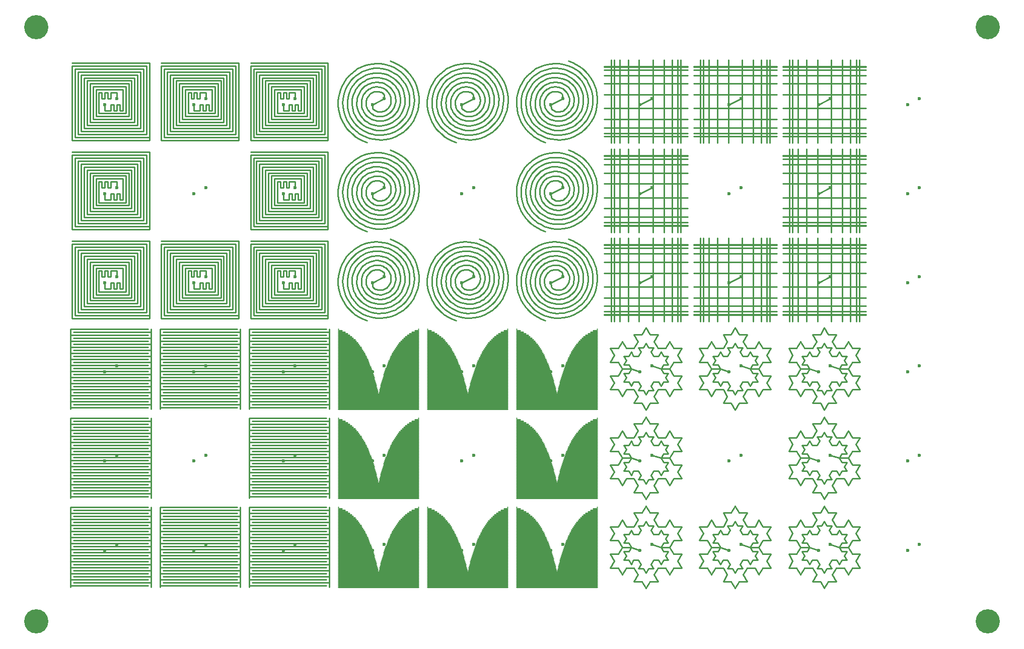
<source format=gbr>
G04 #@! TF.FileFunction,Copper,L1,Top,Signal*
%FSLAX46Y46*%
G04 Gerber Fmt 4.6, Leading zero omitted, Abs format (unit mm)*
G04 Created by KiCad (PCBNEW 4.0.6) date 10/02/17 09:49:40*
%MOMM*%
%LPD*%
G01*
G04 APERTURE LIST*
%ADD10C,0.100000*%
%ADD11C,4.064000*%
%ADD12C,0.600000*%
%ADD13C,0.254000*%
G04 APERTURE END LIST*
D10*
D11*
X20000000Y-20000000D03*
X20000000Y-120000000D03*
X180000000Y-20000000D03*
X180000000Y-120000000D03*
D12*
X31500000Y-33000000D03*
X33500000Y-32000000D03*
X31500000Y-48000000D03*
X33500000Y-47000000D03*
X31500000Y-63000000D03*
X33500000Y-62000000D03*
X31500000Y-78000000D03*
X33500000Y-77000000D03*
X31500000Y-93000000D03*
X33500000Y-92000000D03*
X31500000Y-108000000D03*
X33500000Y-107000000D03*
X46500000Y-33000000D03*
X48500000Y-32000000D03*
X46500000Y-48000000D03*
X48500000Y-47000000D03*
X46500000Y-63000000D03*
X48500000Y-62000000D03*
X46500000Y-78000000D03*
X48500000Y-77000000D03*
X46500000Y-93000000D03*
X48500000Y-92000000D03*
X46500000Y-108000000D03*
X48500000Y-107000000D03*
X61500000Y-33000000D03*
X63500000Y-32000000D03*
X61500000Y-48000000D03*
X63500000Y-47000000D03*
X61500000Y-63000000D03*
X63500000Y-62000000D03*
X61500000Y-78000000D03*
X63500000Y-77000000D03*
X61500000Y-93000000D03*
X63500000Y-92000000D03*
X61500000Y-108000000D03*
X63500000Y-107000000D03*
X76500000Y-33000000D03*
X78500000Y-32000000D03*
X76500000Y-48000000D03*
X78500000Y-47000000D03*
X76500000Y-63000000D03*
X78500000Y-62000000D03*
X76500000Y-78000000D03*
X78500000Y-77000000D03*
X76500000Y-93000000D03*
X78500000Y-92000000D03*
X76500000Y-108000000D03*
X78500000Y-107000000D03*
X91500000Y-33000000D03*
X93500000Y-32000000D03*
X91500000Y-48000000D03*
X93500000Y-47000000D03*
X91500000Y-63000000D03*
X93500000Y-62000000D03*
X91500000Y-78000000D03*
X93500000Y-77000000D03*
X91500000Y-93000000D03*
X93500000Y-92000000D03*
X91500000Y-108000000D03*
X93500000Y-107000000D03*
X106500000Y-33000000D03*
X108500000Y-32000000D03*
X106500000Y-48000000D03*
X108500000Y-47000000D03*
X106500000Y-63000000D03*
X108500000Y-62000000D03*
X106500000Y-78000000D03*
X108500000Y-77000000D03*
X106500000Y-93000000D03*
X108500000Y-92000000D03*
X106500000Y-108000000D03*
X108500000Y-107000000D03*
X121500000Y-33000000D03*
X123500000Y-32000000D03*
X121500000Y-48000000D03*
X123500000Y-47000000D03*
X121500000Y-63000000D03*
X123500000Y-62000000D03*
X121500000Y-78000000D03*
X123500000Y-77000000D03*
X121500000Y-93000000D03*
X123500000Y-92000000D03*
X121500000Y-108000000D03*
X123500000Y-107000000D03*
X136500000Y-33000000D03*
X138500000Y-32000000D03*
X136500000Y-48000000D03*
X138500000Y-47000000D03*
X136500000Y-63000000D03*
X138500000Y-62000000D03*
X136500000Y-78000000D03*
X138500000Y-77000000D03*
X136500000Y-93000000D03*
X138500000Y-92000000D03*
X136500000Y-108000000D03*
X138500000Y-107000000D03*
X151500000Y-33000000D03*
X153500000Y-32000000D03*
X151500000Y-48000000D03*
X153500000Y-47000000D03*
X151500000Y-63000000D03*
X153500000Y-62000000D03*
X153500000Y-77000000D03*
X151500000Y-78000000D03*
X151500000Y-93000000D03*
X153500000Y-92000000D03*
X151500000Y-108000000D03*
X153500000Y-107000000D03*
X166500000Y-33000000D03*
X168500000Y-32000000D03*
X166500000Y-48000000D03*
X168500000Y-47000000D03*
X166500000Y-63000000D03*
X168500000Y-62000000D03*
X166500000Y-78000000D03*
X168500000Y-77000000D03*
X166500000Y-93000000D03*
X168500000Y-92000000D03*
X166500000Y-108000000D03*
X168500000Y-107000000D03*
D13*
X25750000Y-70750000D02*
X25750000Y-84250000D01*
X39250000Y-70750000D02*
X39250000Y-84250000D01*
X25750000Y-70750000D02*
X38742000Y-70750000D01*
X26258000Y-71258000D02*
X39250000Y-71258000D01*
X25750000Y-71766010D02*
X38742000Y-71766010D01*
X26258000Y-72274010D02*
X39250000Y-72274010D01*
X25750000Y-72782010D02*
X38742000Y-72782010D01*
X26258000Y-73290020D02*
X39250000Y-73290020D01*
X25750000Y-73798020D02*
X38742000Y-73798020D01*
X26258000Y-74306020D02*
X39250000Y-74306020D01*
X25750000Y-74814030D02*
X38742000Y-74814030D01*
X26258000Y-75322030D02*
X39250000Y-75322030D01*
X25750000Y-75830030D02*
X38742000Y-75830030D01*
X26258000Y-76338040D02*
X39250000Y-76338040D01*
X25750000Y-76846040D02*
X38742000Y-76846040D01*
X26258000Y-77354040D02*
X39250000Y-77354040D01*
X25750000Y-77862050D02*
X38742000Y-77862050D01*
X26258000Y-78370050D02*
X39250000Y-78370050D01*
X25750000Y-78878050D02*
X38742000Y-78878050D01*
X26258000Y-79386050D02*
X39250000Y-79386050D01*
X25750000Y-79894060D02*
X38742000Y-79894060D01*
X26258000Y-80402060D02*
X39250000Y-80402060D01*
X25750000Y-80910060D02*
X38742000Y-80910060D01*
X26258000Y-81418070D02*
X39250000Y-81418070D01*
X25750000Y-81926070D02*
X38742000Y-81926070D01*
X26258000Y-82434070D02*
X39250000Y-82434070D01*
X25750000Y-82942080D02*
X38742000Y-82942080D01*
X26258000Y-83450080D02*
X39250000Y-83450080D01*
X25750000Y-83958080D02*
X38742000Y-83958080D01*
X25750000Y-85750000D02*
X25750000Y-99250000D01*
X39250000Y-85750000D02*
X39250000Y-99250000D01*
X25750000Y-85750000D02*
X38742000Y-85750000D01*
X26258000Y-86258000D02*
X39250000Y-86258000D01*
X25750000Y-86766010D02*
X38742000Y-86766010D01*
X26258000Y-87274010D02*
X39250000Y-87274010D01*
X25750000Y-87782010D02*
X38742000Y-87782010D01*
X26258000Y-88290020D02*
X39250000Y-88290020D01*
X25750000Y-88798020D02*
X38742000Y-88798020D01*
X26258000Y-89306020D02*
X39250000Y-89306020D01*
X25750000Y-89814030D02*
X38742000Y-89814030D01*
X26258000Y-90322030D02*
X39250000Y-90322030D01*
X25750000Y-90830030D02*
X38742000Y-90830030D01*
X26258000Y-91338040D02*
X39250000Y-91338040D01*
X25750000Y-91846040D02*
X38742000Y-91846040D01*
X26258000Y-92354040D02*
X39250000Y-92354040D01*
X25750000Y-92862050D02*
X38742000Y-92862050D01*
X26258000Y-93370050D02*
X39250000Y-93370050D01*
X25750000Y-93878050D02*
X38742000Y-93878050D01*
X26258000Y-94386050D02*
X39250000Y-94386050D01*
X25750000Y-94894060D02*
X38742000Y-94894060D01*
X26258000Y-95402060D02*
X39250000Y-95402060D01*
X25750000Y-95910060D02*
X38742000Y-95910060D01*
X26258000Y-96418070D02*
X39250000Y-96418070D01*
X25750000Y-96926070D02*
X38742000Y-96926070D01*
X26258000Y-97434070D02*
X39250000Y-97434070D01*
X25750000Y-97942080D02*
X38742000Y-97942080D01*
X26258000Y-98450080D02*
X39250000Y-98450080D01*
X25750000Y-98958080D02*
X38742000Y-98958080D01*
X25750000Y-100750000D02*
X25750000Y-114250000D01*
X39250000Y-100750000D02*
X39250000Y-114250000D01*
X25750000Y-100750000D02*
X38742000Y-100750000D01*
X26258000Y-101258000D02*
X39250000Y-101258000D01*
X25750000Y-101766000D02*
X38742000Y-101766000D01*
X26258000Y-102274000D02*
X39250000Y-102274000D01*
X25750000Y-102782000D02*
X38742000Y-102782000D01*
X26258000Y-103290000D02*
X39250000Y-103290000D01*
X25750000Y-103798000D02*
X38742000Y-103798000D01*
X26258000Y-104306000D02*
X39250000Y-104306000D01*
X25750000Y-104814000D02*
X38742000Y-104814000D01*
X26258000Y-105322000D02*
X39250000Y-105322000D01*
X25750000Y-105830000D02*
X38742000Y-105830000D01*
X26258000Y-106338000D02*
X39250000Y-106338000D01*
X25750000Y-106846000D02*
X38742000Y-106846000D01*
X26258000Y-107354000D02*
X39250000Y-107354000D01*
X25750000Y-107862000D02*
X38742000Y-107862000D01*
X26258000Y-108370000D02*
X39250000Y-108370000D01*
X25750000Y-108878100D02*
X38742000Y-108878100D01*
X26258000Y-109386100D02*
X39250000Y-109386100D01*
X25750000Y-109894100D02*
X38742000Y-109894100D01*
X26258000Y-110402100D02*
X39250000Y-110402100D01*
X25750000Y-110910100D02*
X38742000Y-110910100D01*
X26258000Y-111418100D02*
X39250000Y-111418100D01*
X25750000Y-111926100D02*
X38742000Y-111926100D01*
X26258000Y-112434100D02*
X39250000Y-112434100D01*
X25750000Y-112942100D02*
X38742000Y-112942100D01*
X26258000Y-113450100D02*
X39250000Y-113450100D01*
X25750000Y-113958100D02*
X38742000Y-113958100D01*
X40750000Y-70750000D02*
X40750000Y-84250000D01*
X54250000Y-70750000D02*
X54250000Y-84250000D01*
X40750000Y-70750000D02*
X53742000Y-70750000D01*
X41258000Y-71258000D02*
X54250000Y-71258000D01*
X40750000Y-71766010D02*
X53742000Y-71766010D01*
X41258000Y-72274010D02*
X54250000Y-72274010D01*
X40750000Y-72782010D02*
X53742000Y-72782010D01*
X41258000Y-73290020D02*
X54250000Y-73290020D01*
X40750000Y-73798020D02*
X53742000Y-73798020D01*
X41258000Y-74306020D02*
X54250000Y-74306020D01*
X40750000Y-74814030D02*
X53742000Y-74814030D01*
X41258000Y-75322030D02*
X54250000Y-75322030D01*
X40750000Y-75830030D02*
X53742000Y-75830030D01*
X41258000Y-76338040D02*
X54250000Y-76338040D01*
X40750000Y-76846040D02*
X53742000Y-76846040D01*
X41258000Y-77354040D02*
X54250000Y-77354040D01*
X40750000Y-77862050D02*
X53742000Y-77862050D01*
X41258000Y-78370050D02*
X54250000Y-78370050D01*
X40750000Y-78878050D02*
X53742000Y-78878050D01*
X41258000Y-79386050D02*
X54250000Y-79386050D01*
X40750000Y-79894060D02*
X53742000Y-79894060D01*
X41258000Y-80402060D02*
X54250000Y-80402060D01*
X40750000Y-80910060D02*
X53742000Y-80910060D01*
X41258000Y-81418070D02*
X54250000Y-81418070D01*
X40750000Y-81926070D02*
X53742000Y-81926070D01*
X41258000Y-82434070D02*
X54250000Y-82434070D01*
X40750000Y-82942080D02*
X53742000Y-82942080D01*
X41258000Y-83450080D02*
X54250000Y-83450080D01*
X40750000Y-83958080D02*
X53742000Y-83958080D01*
X40750000Y-100750000D02*
X40750000Y-114250000D01*
X54250000Y-100750000D02*
X54250000Y-114250000D01*
X40750000Y-100750000D02*
X53742000Y-100750000D01*
X41258000Y-101258000D02*
X54250000Y-101258000D01*
X40750000Y-101766000D02*
X53742000Y-101766000D01*
X41258000Y-102274000D02*
X54250000Y-102274000D01*
X40750000Y-102782000D02*
X53742000Y-102782000D01*
X41258000Y-103290000D02*
X54250000Y-103290000D01*
X40750000Y-103798000D02*
X53742000Y-103798000D01*
X41258000Y-104306000D02*
X54250000Y-104306000D01*
X40750000Y-104814000D02*
X53742000Y-104814000D01*
X41258000Y-105322000D02*
X54250000Y-105322000D01*
X40750000Y-105830000D02*
X53742000Y-105830000D01*
X41258000Y-106338000D02*
X54250000Y-106338000D01*
X40750000Y-106846000D02*
X53742000Y-106846000D01*
X41258000Y-107354000D02*
X54250000Y-107354000D01*
X40750000Y-107862000D02*
X53742000Y-107862000D01*
X41258000Y-108370000D02*
X54250000Y-108370000D01*
X40750000Y-108878100D02*
X53742000Y-108878100D01*
X41258000Y-109386100D02*
X54250000Y-109386100D01*
X40750000Y-109894100D02*
X53742000Y-109894100D01*
X41258000Y-110402100D02*
X54250000Y-110402100D01*
X40750000Y-110910100D02*
X53742000Y-110910100D01*
X41258000Y-111418100D02*
X54250000Y-111418100D01*
X40750000Y-111926100D02*
X53742000Y-111926100D01*
X41258000Y-112434100D02*
X54250000Y-112434100D01*
X40750000Y-112942100D02*
X53742000Y-112942100D01*
X41258000Y-113450100D02*
X54250000Y-113450100D01*
X40750000Y-113958100D02*
X53742000Y-113958100D01*
X55750000Y-70750000D02*
X55750000Y-84250000D01*
X69250000Y-70750000D02*
X69250000Y-84250000D01*
X55750000Y-70750000D02*
X68742000Y-70750000D01*
X56258000Y-71258000D02*
X69250000Y-71258000D01*
X55750000Y-71766010D02*
X68742000Y-71766010D01*
X56258000Y-72274010D02*
X69250000Y-72274010D01*
X55750000Y-72782010D02*
X68742000Y-72782010D01*
X56258000Y-73290020D02*
X69250000Y-73290020D01*
X55750000Y-73798020D02*
X68742000Y-73798020D01*
X56258000Y-74306020D02*
X69250000Y-74306020D01*
X55750000Y-74814030D02*
X68742000Y-74814030D01*
X56258000Y-75322030D02*
X69250000Y-75322030D01*
X55750000Y-75830030D02*
X68742000Y-75830030D01*
X56258000Y-76338040D02*
X69250000Y-76338040D01*
X55750000Y-76846040D02*
X68742000Y-76846040D01*
X56258000Y-77354040D02*
X69250000Y-77354040D01*
X55750000Y-77862050D02*
X68742000Y-77862050D01*
X56258000Y-78370050D02*
X69250000Y-78370050D01*
X55750000Y-78878050D02*
X68742000Y-78878050D01*
X56258000Y-79386050D02*
X69250000Y-79386050D01*
X55750000Y-79894060D02*
X68742000Y-79894060D01*
X56258000Y-80402060D02*
X69250000Y-80402060D01*
X55750000Y-80910060D02*
X68742000Y-80910060D01*
X56258000Y-81418070D02*
X69250000Y-81418070D01*
X55750000Y-81926070D02*
X68742000Y-81926070D01*
X56258000Y-82434070D02*
X69250000Y-82434070D01*
X55750000Y-82942080D02*
X68742000Y-82942080D01*
X56258000Y-83450080D02*
X69250000Y-83450080D01*
X55750000Y-83958080D02*
X68742000Y-83958080D01*
X55750000Y-85750000D02*
X55750000Y-99250000D01*
X69250000Y-85750000D02*
X69250000Y-99250000D01*
X55750000Y-85750000D02*
X68742000Y-85750000D01*
X56258000Y-86258000D02*
X69250000Y-86258000D01*
X55750000Y-86766010D02*
X68742000Y-86766010D01*
X56258000Y-87274010D02*
X69250000Y-87274010D01*
X55750000Y-87782010D02*
X68742000Y-87782010D01*
X56258000Y-88290020D02*
X69250000Y-88290020D01*
X55750000Y-88798020D02*
X68742000Y-88798020D01*
X56258000Y-89306020D02*
X69250000Y-89306020D01*
X55750000Y-89814030D02*
X68742000Y-89814030D01*
X56258000Y-90322030D02*
X69250000Y-90322030D01*
X55750000Y-90830030D02*
X68742000Y-90830030D01*
X56258000Y-91338040D02*
X69250000Y-91338040D01*
X55750000Y-91846040D02*
X68742000Y-91846040D01*
X56258000Y-92354040D02*
X69250000Y-92354040D01*
X55750000Y-92862050D02*
X68742000Y-92862050D01*
X56258000Y-93370050D02*
X69250000Y-93370050D01*
X55750000Y-93878050D02*
X68742000Y-93878050D01*
X56258000Y-94386050D02*
X69250000Y-94386050D01*
X55750000Y-94894060D02*
X68742000Y-94894060D01*
X56258000Y-95402060D02*
X69250000Y-95402060D01*
X55750000Y-95910060D02*
X68742000Y-95910060D01*
X56258000Y-96418070D02*
X69250000Y-96418070D01*
X55750000Y-96926070D02*
X68742000Y-96926070D01*
X56258000Y-97434070D02*
X69250000Y-97434070D01*
X55750000Y-97942080D02*
X68742000Y-97942080D01*
X56258000Y-98450080D02*
X69250000Y-98450080D01*
X55750000Y-98958080D02*
X68742000Y-98958080D01*
X55750000Y-100750000D02*
X55750000Y-114250000D01*
X69250000Y-100750000D02*
X69250000Y-114250000D01*
X55750000Y-100750000D02*
X68742000Y-100750000D01*
X56258000Y-101258000D02*
X69250000Y-101258000D01*
X55750000Y-101766000D02*
X68742000Y-101766000D01*
X56258000Y-102274000D02*
X69250000Y-102274000D01*
X55750000Y-102782000D02*
X68742000Y-102782000D01*
X56258000Y-103290000D02*
X69250000Y-103290000D01*
X55750000Y-103798000D02*
X68742000Y-103798000D01*
X56258000Y-104306000D02*
X69250000Y-104306000D01*
X55750000Y-104814000D02*
X68742000Y-104814000D01*
X56258000Y-105322000D02*
X69250000Y-105322000D01*
X55750000Y-105830000D02*
X68742000Y-105830000D01*
X56258000Y-106338000D02*
X69250000Y-106338000D01*
X55750000Y-106846000D02*
X68742000Y-106846000D01*
X56258000Y-107354000D02*
X69250000Y-107354000D01*
X55750000Y-107862000D02*
X68742000Y-107862000D01*
X56258000Y-108370000D02*
X69250000Y-108370000D01*
X55750000Y-108878100D02*
X68742000Y-108878100D01*
X56258000Y-109386100D02*
X69250000Y-109386100D01*
X55750000Y-109894100D02*
X68742000Y-109894100D01*
X56258000Y-110402100D02*
X69250000Y-110402100D01*
X55750000Y-110910100D02*
X68742000Y-110910100D01*
X56258000Y-111418100D02*
X69250000Y-111418100D01*
X55750000Y-111926100D02*
X68742000Y-111926100D01*
X56258000Y-112434100D02*
X69250000Y-112434100D01*
X55750000Y-112942100D02*
X68742000Y-112942100D01*
X56258000Y-113450100D02*
X69250000Y-113450100D01*
X55750000Y-113958100D02*
X68742000Y-113958100D01*
X70750000Y-70769060D02*
X70750000Y-70769060D01*
X84250000Y-70769060D02*
X84250000Y-70769060D01*
X70750000Y-71023060D02*
X71362250Y-71023060D01*
X84250000Y-71023060D02*
X83637750Y-71023060D01*
X70750000Y-71277050D02*
X71861180Y-71277050D01*
X84250000Y-71277050D02*
X83138820Y-71277050D01*
X70750000Y-71531050D02*
X72282260Y-71531050D01*
X84250000Y-71531050D02*
X82717740Y-71531050D01*
X70750000Y-71785050D02*
X72646550Y-71785050D01*
X84250000Y-71785050D02*
X82353450Y-71785050D01*
X70750000Y-72039050D02*
X72967540Y-72039050D01*
X84250000Y-72039050D02*
X82032460Y-72039050D01*
X70750000Y-72293050D02*
X73254450Y-72293050D01*
X84250000Y-72293050D02*
X81745550Y-72293050D01*
X70750000Y-72547040D02*
X73513820Y-72547040D01*
X84250000Y-72547040D02*
X81486180Y-72547040D01*
X70750000Y-72801040D02*
X73750490Y-72801040D01*
X84250000Y-72801040D02*
X81249510Y-72801040D01*
X70750000Y-73055040D02*
X73968110Y-73055040D01*
X84250000Y-73055040D02*
X81031890Y-73055040D01*
X70750000Y-73309040D02*
X74169510Y-73309040D01*
X84250000Y-73309040D02*
X80830490Y-73309040D01*
X70750000Y-73563030D02*
X74356960Y-73563030D01*
X84250000Y-73563030D02*
X80643040Y-73563030D01*
X70750000Y-73817030D02*
X74532250Y-73817030D01*
X84250000Y-73817030D02*
X80467750Y-73817030D01*
X70750000Y-74071030D02*
X74696870Y-74071030D01*
X84250000Y-74071030D02*
X80303130Y-74071030D01*
X70750000Y-74325030D02*
X74852040Y-74325030D01*
X84250000Y-74325030D02*
X80147960Y-74325030D01*
X70750000Y-74579030D02*
X74998800Y-74579030D01*
X84250000Y-74579030D02*
X80001200Y-74579030D01*
X70750000Y-74833020D02*
X75138000Y-74833020D01*
X84250000Y-74833020D02*
X79862000Y-74833020D01*
X70750000Y-75087020D02*
X75270390Y-75087020D01*
X84250000Y-75087020D02*
X79729610Y-75087020D01*
X70750000Y-75341020D02*
X75396600Y-75341020D01*
X84250000Y-75341020D02*
X79603400Y-75341020D01*
X70750000Y-75595020D02*
X75517180Y-75595020D01*
X84250000Y-75595020D02*
X79482820Y-75595020D01*
X70750000Y-75849010D02*
X75632610Y-75849010D01*
X84250000Y-75849010D02*
X79367390Y-75849010D01*
X70750000Y-76103010D02*
X75743320Y-76103010D01*
X84250000Y-76103010D02*
X79256680Y-76103010D01*
X70750000Y-76357010D02*
X75849680Y-76357010D01*
X84250000Y-76357010D02*
X79150320Y-76357010D01*
X70750000Y-76611010D02*
X75952010Y-76611010D01*
X84250000Y-76611010D02*
X79047990Y-76611010D01*
X70750000Y-76865010D02*
X76050610Y-76865010D01*
X84250000Y-76865010D02*
X78949390Y-76865010D01*
X70750000Y-77119000D02*
X76145750Y-77119000D01*
X84250000Y-77119000D02*
X78854250Y-77119000D01*
X70750000Y-77373000D02*
X76237660Y-77373000D01*
X84250000Y-77373000D02*
X78762340Y-77373000D01*
X70750000Y-77627000D02*
X76326530Y-77627000D01*
X84250000Y-77627000D02*
X78673470Y-77627000D01*
X84250000Y-77881000D02*
X78587410Y-77881000D01*
X84250000Y-78134990D02*
X78504010Y-78134990D01*
X70750000Y-78388990D02*
X76576900Y-78388990D01*
X84250000Y-78388990D02*
X78423100Y-78388990D01*
X70750000Y-78642990D02*
X76655450Y-78642990D01*
X84250000Y-78642990D02*
X78344550Y-78642990D01*
X70750000Y-78896990D02*
X76731790Y-78896990D01*
X84250000Y-78896990D02*
X78268210Y-78896990D01*
X70750000Y-79150990D02*
X76806030Y-79150990D01*
X84250000Y-79150990D02*
X78193970Y-79150990D01*
X70750000Y-79404980D02*
X76878300Y-79404980D01*
X84250000Y-79404980D02*
X78121700Y-79404980D01*
X70750000Y-79658980D02*
X76948680Y-79658980D01*
X84250000Y-79658980D02*
X78051320Y-79658980D01*
X70750000Y-79912980D02*
X77017270Y-79912980D01*
X84250000Y-79912980D02*
X77982730Y-79912980D01*
X70750000Y-80166980D02*
X77084170Y-80166980D01*
X84250000Y-80166980D02*
X77915830Y-80166980D01*
X70750000Y-80420970D02*
X77149450Y-80420970D01*
X84250000Y-80420970D02*
X77850550Y-80420970D01*
X70750000Y-80674970D02*
X77213200Y-80674970D01*
X84250000Y-80674970D02*
X77786800Y-80674970D01*
X70750000Y-80928970D02*
X77275470Y-80928970D01*
X84250000Y-80928970D02*
X77724530Y-80928970D01*
X70750000Y-81182970D02*
X77336350Y-81182970D01*
X84250000Y-81182970D02*
X77663650Y-81182970D01*
X70750000Y-81436970D02*
X77395890Y-81436970D01*
X84250000Y-81436970D02*
X77604110Y-81436970D01*
X70750000Y-81690960D02*
X77454140Y-81690960D01*
X84250000Y-81690960D02*
X77545860Y-81690960D01*
X70750000Y-81944960D02*
X77511170Y-81944960D01*
X84250000Y-81944960D02*
X77488830Y-81944960D01*
X70750000Y-82198960D02*
X77567020Y-82198960D01*
X84250000Y-82198960D02*
X77432980Y-82198960D01*
X70750000Y-82452960D02*
X77621730Y-82452960D01*
X84250000Y-82452960D02*
X77378270Y-82452960D01*
X70750000Y-82706950D02*
X77675370Y-82706950D01*
X84250000Y-82706950D02*
X77324630Y-82706950D01*
X70750000Y-82960950D02*
X77727960Y-82960950D01*
X84250000Y-82960950D02*
X77272040Y-82960950D01*
X70750000Y-83214950D02*
X77779550Y-83214950D01*
X84250000Y-83214950D02*
X77220450Y-83214950D01*
X70750000Y-83468950D02*
X77830170Y-83468950D01*
X84250000Y-83468950D02*
X77169830Y-83468950D01*
X70750000Y-83722950D02*
X77879870Y-83722950D01*
X84250000Y-83722950D02*
X77120130Y-83722950D01*
X70750000Y-83976940D02*
X77928670Y-83976940D01*
X84250000Y-83976940D02*
X77071330Y-83976940D01*
X70750000Y-84230940D02*
X77976590Y-84230940D01*
X84250000Y-84230940D02*
X77023410Y-84230940D01*
X70750000Y-85769060D02*
X70750000Y-85769060D01*
X84250000Y-85769060D02*
X84250000Y-85769060D01*
X70750000Y-86023060D02*
X71362250Y-86023060D01*
X84250000Y-86023060D02*
X83637750Y-86023060D01*
X70750000Y-86277050D02*
X71861180Y-86277050D01*
X84250000Y-86277050D02*
X83138820Y-86277050D01*
X70750000Y-86531050D02*
X72282260Y-86531050D01*
X84250000Y-86531050D02*
X82717740Y-86531050D01*
X70750000Y-86785050D02*
X72646550Y-86785050D01*
X84250000Y-86785050D02*
X82353450Y-86785050D01*
X70750000Y-87039050D02*
X72967540Y-87039050D01*
X84250000Y-87039050D02*
X82032460Y-87039050D01*
X70750000Y-87293050D02*
X73254450Y-87293050D01*
X84250000Y-87293050D02*
X81745550Y-87293050D01*
X70750000Y-87547040D02*
X73513820Y-87547040D01*
X84250000Y-87547040D02*
X81486180Y-87547040D01*
X70750000Y-87801040D02*
X73750490Y-87801040D01*
X84250000Y-87801040D02*
X81249510Y-87801040D01*
X70750000Y-88055040D02*
X73968110Y-88055040D01*
X84250000Y-88055040D02*
X81031890Y-88055040D01*
X70750000Y-88309040D02*
X74169510Y-88309040D01*
X84250000Y-88309040D02*
X80830490Y-88309040D01*
X70750000Y-88563030D02*
X74356960Y-88563030D01*
X84250000Y-88563030D02*
X80643040Y-88563030D01*
X70750000Y-88817030D02*
X74532250Y-88817030D01*
X84250000Y-88817030D02*
X80467750Y-88817030D01*
X70750000Y-89071030D02*
X74696870Y-89071030D01*
X84250000Y-89071030D02*
X80303130Y-89071030D01*
X70750000Y-89325030D02*
X74852040Y-89325030D01*
X84250000Y-89325030D02*
X80147960Y-89325030D01*
X70750000Y-89579030D02*
X74998800Y-89579030D01*
X84250000Y-89579030D02*
X80001200Y-89579030D01*
X70750000Y-89833020D02*
X75138000Y-89833020D01*
X84250000Y-89833020D02*
X79862000Y-89833020D01*
X70750000Y-90087020D02*
X75270390Y-90087020D01*
X84250000Y-90087020D02*
X79729610Y-90087020D01*
X70750000Y-90341020D02*
X75396600Y-90341020D01*
X84250000Y-90341020D02*
X79603400Y-90341020D01*
X70750000Y-90595020D02*
X75517180Y-90595020D01*
X84250000Y-90595020D02*
X79482820Y-90595020D01*
X70750000Y-90849010D02*
X75632610Y-90849010D01*
X84250000Y-90849010D02*
X79367390Y-90849010D01*
X70750000Y-91103010D02*
X75743320Y-91103010D01*
X84250000Y-91103010D02*
X79256680Y-91103010D01*
X70750000Y-91357010D02*
X75849680Y-91357010D01*
X84250000Y-91357010D02*
X79150320Y-91357010D01*
X70750000Y-91611010D02*
X75952010Y-91611010D01*
X84250000Y-91611010D02*
X79047990Y-91611010D01*
X70750000Y-91865010D02*
X76050610Y-91865010D01*
X84250000Y-91865010D02*
X78949390Y-91865010D01*
X70750000Y-92119000D02*
X76145750Y-92119000D01*
X84250000Y-92119000D02*
X78854250Y-92119000D01*
X70750000Y-92373000D02*
X76237660Y-92373000D01*
X84250000Y-92373000D02*
X78762340Y-92373000D01*
X70750000Y-92627000D02*
X76326530Y-92627000D01*
X84250000Y-92627000D02*
X78673470Y-92627000D01*
X84250000Y-92881000D02*
X78587410Y-92881000D01*
X84250000Y-93134990D02*
X78504010Y-93134990D01*
X70750000Y-93388990D02*
X76576900Y-93388990D01*
X84250000Y-93388990D02*
X78423100Y-93388990D01*
X70750000Y-93642990D02*
X76655450Y-93642990D01*
X84250000Y-93642990D02*
X78344550Y-93642990D01*
X70750000Y-93896990D02*
X76731790Y-93896990D01*
X84250000Y-93896990D02*
X78268210Y-93896990D01*
X70750000Y-94150990D02*
X76806030Y-94150990D01*
X84250000Y-94150990D02*
X78193970Y-94150990D01*
X70750000Y-94404980D02*
X76878300Y-94404980D01*
X84250000Y-94404980D02*
X78121700Y-94404980D01*
X70750000Y-94658980D02*
X76948680Y-94658980D01*
X84250000Y-94658980D02*
X78051320Y-94658980D01*
X70750000Y-94912980D02*
X77017270Y-94912980D01*
X84250000Y-94912980D02*
X77982730Y-94912980D01*
X70750000Y-95166980D02*
X77084170Y-95166980D01*
X84250000Y-95166980D02*
X77915830Y-95166980D01*
X70750000Y-95420970D02*
X77149450Y-95420970D01*
X84250000Y-95420970D02*
X77850550Y-95420970D01*
X70750000Y-95674970D02*
X77213200Y-95674970D01*
X84250000Y-95674970D02*
X77786800Y-95674970D01*
X70750000Y-95928970D02*
X77275470Y-95928970D01*
X84250000Y-95928970D02*
X77724530Y-95928970D01*
X70750000Y-96182970D02*
X77336350Y-96182970D01*
X84250000Y-96182970D02*
X77663650Y-96182970D01*
X70750000Y-96436970D02*
X77395890Y-96436970D01*
X84250000Y-96436970D02*
X77604110Y-96436970D01*
X70750000Y-96690960D02*
X77454140Y-96690960D01*
X84250000Y-96690960D02*
X77545860Y-96690960D01*
X70750000Y-96944960D02*
X77511170Y-96944960D01*
X84250000Y-96944960D02*
X77488830Y-96944960D01*
X70750000Y-97198960D02*
X77567020Y-97198960D01*
X84250000Y-97198960D02*
X77432980Y-97198960D01*
X70750000Y-97452960D02*
X77621730Y-97452960D01*
X84250000Y-97452960D02*
X77378270Y-97452960D01*
X70750000Y-97706950D02*
X77675370Y-97706950D01*
X84250000Y-97706950D02*
X77324630Y-97706950D01*
X70750000Y-97960950D02*
X77727960Y-97960950D01*
X84250000Y-97960950D02*
X77272040Y-97960950D01*
X70750000Y-98214950D02*
X77779550Y-98214950D01*
X84250000Y-98214950D02*
X77220450Y-98214950D01*
X70750000Y-98468950D02*
X77830170Y-98468950D01*
X84250000Y-98468950D02*
X77169830Y-98468950D01*
X70750000Y-98722950D02*
X77879870Y-98722950D01*
X84250000Y-98722950D02*
X77120130Y-98722950D01*
X70750000Y-98976940D02*
X77928670Y-98976940D01*
X84250000Y-98976940D02*
X77071330Y-98976940D01*
X70750000Y-99230940D02*
X77976590Y-99230940D01*
X84250000Y-99230940D02*
X77023410Y-99230940D01*
X70750000Y-100769100D02*
X70750000Y-100769100D01*
X84250000Y-100769100D02*
X84250000Y-100769100D01*
X70750000Y-101023100D02*
X71362250Y-101023100D01*
X84250000Y-101023100D02*
X83637750Y-101023100D01*
X70750000Y-101277100D02*
X71861180Y-101277100D01*
X84250000Y-101277100D02*
X83138820Y-101277100D01*
X70750000Y-101531100D02*
X72282260Y-101531100D01*
X84250000Y-101531100D02*
X82717740Y-101531100D01*
X70750000Y-101785000D02*
X72646550Y-101785000D01*
X84250000Y-101785000D02*
X82353450Y-101785000D01*
X70750000Y-102039000D02*
X72967540Y-102039000D01*
X84250000Y-102039000D02*
X82032460Y-102039000D01*
X70750000Y-102293000D02*
X73254450Y-102293000D01*
X84250000Y-102293000D02*
X81745550Y-102293000D01*
X70750000Y-102547000D02*
X73513820Y-102547000D01*
X84250000Y-102547000D02*
X81486180Y-102547000D01*
X70750000Y-102801000D02*
X73750490Y-102801000D01*
X84250000Y-102801000D02*
X81249510Y-102801000D01*
X70750000Y-103055000D02*
X73968110Y-103055000D01*
X84250000Y-103055000D02*
X81031890Y-103055000D01*
X70750000Y-103309000D02*
X74169510Y-103309000D01*
X84250000Y-103309000D02*
X80830490Y-103309000D01*
X70750000Y-103563000D02*
X74356960Y-103563000D01*
X84250000Y-103563000D02*
X80643040Y-103563000D01*
X70750000Y-103817000D02*
X74532250Y-103817000D01*
X84250000Y-103817000D02*
X80467750Y-103817000D01*
X70750000Y-104071000D02*
X74696870Y-104071000D01*
X84250000Y-104071000D02*
X80303130Y-104071000D01*
X70750000Y-104325000D02*
X74852040Y-104325000D01*
X84250000Y-104325000D02*
X80147960Y-104325000D01*
X70750000Y-104579000D02*
X74998800Y-104579000D01*
X84250000Y-104579000D02*
X80001200Y-104579000D01*
X70750000Y-104833000D02*
X75138000Y-104833000D01*
X84250000Y-104833000D02*
X79862000Y-104833000D01*
X70750000Y-105087000D02*
X75270390Y-105087000D01*
X84250000Y-105087000D02*
X79729610Y-105087000D01*
X70750000Y-105341000D02*
X75396600Y-105341000D01*
X84250000Y-105341000D02*
X79603400Y-105341000D01*
X70750000Y-105595000D02*
X75517180Y-105595000D01*
X84250000Y-105595000D02*
X79482820Y-105595000D01*
X70750000Y-105849000D02*
X75632610Y-105849000D01*
X84250000Y-105849000D02*
X79367390Y-105849000D01*
X70750000Y-106103000D02*
X75743320Y-106103000D01*
X84250000Y-106103000D02*
X79256680Y-106103000D01*
X70750000Y-106357000D02*
X75849680Y-106357000D01*
X84250000Y-106357000D02*
X79150320Y-106357000D01*
X70750000Y-106611000D02*
X75952010Y-106611000D01*
X84250000Y-106611000D02*
X79047990Y-106611000D01*
X70750000Y-106865000D02*
X76050610Y-106865000D01*
X84250000Y-106865000D02*
X78949390Y-106865000D01*
X70750000Y-107119000D02*
X76145750Y-107119000D01*
X84250000Y-107119000D02*
X78854250Y-107119000D01*
X70750000Y-107373000D02*
X76237660Y-107373000D01*
X84250000Y-107373000D02*
X78762340Y-107373000D01*
X70750000Y-107627000D02*
X76326530Y-107627000D01*
X84250000Y-107627000D02*
X78673470Y-107627000D01*
X84250000Y-107881000D02*
X78587410Y-107881000D01*
X84250000Y-108135000D02*
X78504010Y-108135000D01*
X70750000Y-108389000D02*
X76576900Y-108389000D01*
X84250000Y-108389000D02*
X78423100Y-108389000D01*
X70750000Y-108643000D02*
X76655450Y-108643000D01*
X84250000Y-108643000D02*
X78344550Y-108643000D01*
X70750000Y-108897000D02*
X76731790Y-108897000D01*
X84250000Y-108897000D02*
X78268210Y-108897000D01*
X70750000Y-109151000D02*
X76806030Y-109151000D01*
X84250000Y-109151000D02*
X78193970Y-109151000D01*
X70750000Y-109405000D02*
X76878300Y-109405000D01*
X84250000Y-109405000D02*
X78121700Y-109405000D01*
X70750000Y-109659000D02*
X76948680Y-109659000D01*
X84250000Y-109659000D02*
X78051320Y-109659000D01*
X70750000Y-109913000D02*
X77017270Y-109913000D01*
X84250000Y-109913000D02*
X77982730Y-109913000D01*
X70750000Y-110167000D02*
X77084170Y-110167000D01*
X84250000Y-110167000D02*
X77915830Y-110167000D01*
X70750000Y-110421000D02*
X77149450Y-110421000D01*
X84250000Y-110421000D02*
X77850550Y-110421000D01*
X70750000Y-110675000D02*
X77213200Y-110675000D01*
X84250000Y-110675000D02*
X77786800Y-110675000D01*
X70750000Y-110929000D02*
X77275470Y-110929000D01*
X84250000Y-110929000D02*
X77724530Y-110929000D01*
X70750000Y-111183000D02*
X77336350Y-111183000D01*
X84250000Y-111183000D02*
X77663650Y-111183000D01*
X70750000Y-111437000D02*
X77395890Y-111437000D01*
X84250000Y-111437000D02*
X77604110Y-111437000D01*
X70750000Y-111691000D02*
X77454140Y-111691000D01*
X84250000Y-111691000D02*
X77545860Y-111691000D01*
X70750000Y-111945000D02*
X77511170Y-111945000D01*
X84250000Y-111945000D02*
X77488830Y-111945000D01*
X70750000Y-112199000D02*
X77567020Y-112199000D01*
X84250000Y-112199000D02*
X77432980Y-112199000D01*
X70750000Y-112453000D02*
X77621730Y-112453000D01*
X84250000Y-112453000D02*
X77378270Y-112453000D01*
X70750000Y-112707000D02*
X77675370Y-112707000D01*
X84250000Y-112707000D02*
X77324630Y-112707000D01*
X70750000Y-112961000D02*
X77727960Y-112961000D01*
X84250000Y-112961000D02*
X77272040Y-112961000D01*
X70750000Y-113215000D02*
X77779550Y-113215000D01*
X84250000Y-113215000D02*
X77220450Y-113215000D01*
X70750000Y-113468900D02*
X77830170Y-113468900D01*
X84250000Y-113468900D02*
X77169830Y-113468900D01*
X70750000Y-113722900D02*
X77879870Y-113722900D01*
X84250000Y-113722900D02*
X77120130Y-113722900D01*
X70750000Y-113976900D02*
X77928670Y-113976900D01*
X84250000Y-113976900D02*
X77071330Y-113976900D01*
X70750000Y-114230900D02*
X77976590Y-114230900D01*
X84250000Y-114230900D02*
X77023410Y-114230900D01*
X85750000Y-70769060D02*
X85750000Y-70769060D01*
X99250000Y-70769060D02*
X99250000Y-70769060D01*
X85750000Y-71023060D02*
X86362250Y-71023060D01*
X99250000Y-71023060D02*
X98637750Y-71023060D01*
X85750000Y-71277050D02*
X86861180Y-71277050D01*
X99250000Y-71277050D02*
X98138820Y-71277050D01*
X85750000Y-71531050D02*
X87282260Y-71531050D01*
X99250000Y-71531050D02*
X97717740Y-71531050D01*
X85750000Y-71785050D02*
X87646550Y-71785050D01*
X99250000Y-71785050D02*
X97353450Y-71785050D01*
X85750000Y-72039050D02*
X87967540Y-72039050D01*
X99250000Y-72039050D02*
X97032460Y-72039050D01*
X85750000Y-72293050D02*
X88254450Y-72293050D01*
X99250000Y-72293050D02*
X96745550Y-72293050D01*
X85750000Y-72547040D02*
X88513820Y-72547040D01*
X99250000Y-72547040D02*
X96486180Y-72547040D01*
X85750000Y-72801040D02*
X88750490Y-72801040D01*
X99250000Y-72801040D02*
X96249510Y-72801040D01*
X85750000Y-73055040D02*
X88968110Y-73055040D01*
X99250000Y-73055040D02*
X96031890Y-73055040D01*
X85750000Y-73309040D02*
X89169510Y-73309040D01*
X99250000Y-73309040D02*
X95830490Y-73309040D01*
X85750000Y-73563030D02*
X89356960Y-73563030D01*
X99250000Y-73563030D02*
X95643040Y-73563030D01*
X85750000Y-73817030D02*
X89532250Y-73817030D01*
X99250000Y-73817030D02*
X95467750Y-73817030D01*
X85750000Y-74071030D02*
X89696870Y-74071030D01*
X99250000Y-74071030D02*
X95303130Y-74071030D01*
X85750000Y-74325030D02*
X89852040Y-74325030D01*
X99250000Y-74325030D02*
X95147960Y-74325030D01*
X85750000Y-74579030D02*
X89998800Y-74579030D01*
X99250000Y-74579030D02*
X95001200Y-74579030D01*
X85750000Y-74833020D02*
X90138000Y-74833020D01*
X99250000Y-74833020D02*
X94862000Y-74833020D01*
X85750000Y-75087020D02*
X90270390Y-75087020D01*
X99250000Y-75087020D02*
X94729610Y-75087020D01*
X85750000Y-75341020D02*
X90396600Y-75341020D01*
X99250000Y-75341020D02*
X94603400Y-75341020D01*
X85750000Y-75595020D02*
X90517180Y-75595020D01*
X99250000Y-75595020D02*
X94482820Y-75595020D01*
X85750000Y-75849010D02*
X90632610Y-75849010D01*
X99250000Y-75849010D02*
X94367390Y-75849010D01*
X85750000Y-76103010D02*
X90743320Y-76103010D01*
X99250000Y-76103010D02*
X94256680Y-76103010D01*
X85750000Y-76357010D02*
X90849680Y-76357010D01*
X99250000Y-76357010D02*
X94150320Y-76357010D01*
X85750000Y-76611010D02*
X90952010Y-76611010D01*
X99250000Y-76611010D02*
X94047990Y-76611010D01*
X85750000Y-76865010D02*
X91050610Y-76865010D01*
X99250000Y-76865010D02*
X93949390Y-76865010D01*
X85750000Y-77119000D02*
X91145750Y-77119000D01*
X99250000Y-77119000D02*
X93854250Y-77119000D01*
X85750000Y-77373000D02*
X91237660Y-77373000D01*
X99250000Y-77373000D02*
X93762340Y-77373000D01*
X85750000Y-77627000D02*
X91326530Y-77627000D01*
X99250000Y-77627000D02*
X93673470Y-77627000D01*
X99250000Y-77881000D02*
X93587410Y-77881000D01*
X99250000Y-78134990D02*
X93504010Y-78134990D01*
X85750000Y-78388990D02*
X91576900Y-78388990D01*
X99250000Y-78388990D02*
X93423100Y-78388990D01*
X85750000Y-78642990D02*
X91655450Y-78642990D01*
X99250000Y-78642990D02*
X93344550Y-78642990D01*
X85750000Y-78896990D02*
X91731790Y-78896990D01*
X99250000Y-78896990D02*
X93268210Y-78896990D01*
X85750000Y-79150990D02*
X91806030Y-79150990D01*
X99250000Y-79150990D02*
X93193970Y-79150990D01*
X85750000Y-79404980D02*
X91878300Y-79404980D01*
X99250000Y-79404980D02*
X93121700Y-79404980D01*
X85750000Y-79658980D02*
X91948680Y-79658980D01*
X99250000Y-79658980D02*
X93051320Y-79658980D01*
X85750000Y-79912980D02*
X92017270Y-79912980D01*
X99250000Y-79912980D02*
X92982730Y-79912980D01*
X85750000Y-80166980D02*
X92084170Y-80166980D01*
X99250000Y-80166980D02*
X92915830Y-80166980D01*
X85750000Y-80420970D02*
X92149450Y-80420970D01*
X99250000Y-80420970D02*
X92850550Y-80420970D01*
X85750000Y-80674970D02*
X92213200Y-80674970D01*
X99250000Y-80674970D02*
X92786800Y-80674970D01*
X85750000Y-80928970D02*
X92275470Y-80928970D01*
X99250000Y-80928970D02*
X92724530Y-80928970D01*
X85750000Y-81182970D02*
X92336350Y-81182970D01*
X99250000Y-81182970D02*
X92663650Y-81182970D01*
X85750000Y-81436970D02*
X92395890Y-81436970D01*
X99250000Y-81436970D02*
X92604110Y-81436970D01*
X85750000Y-81690960D02*
X92454140Y-81690960D01*
X99250000Y-81690960D02*
X92545860Y-81690960D01*
X85750000Y-81944960D02*
X92511170Y-81944960D01*
X99250000Y-81944960D02*
X92488830Y-81944960D01*
X85750000Y-82198960D02*
X92567020Y-82198960D01*
X99250000Y-82198960D02*
X92432980Y-82198960D01*
X85750000Y-82452960D02*
X92621730Y-82452960D01*
X99250000Y-82452960D02*
X92378270Y-82452960D01*
X85750000Y-82706950D02*
X92675370Y-82706950D01*
X99250000Y-82706950D02*
X92324630Y-82706950D01*
X85750000Y-82960950D02*
X92727960Y-82960950D01*
X99250000Y-82960950D02*
X92272040Y-82960950D01*
X85750000Y-83214950D02*
X92779550Y-83214950D01*
X99250000Y-83214950D02*
X92220450Y-83214950D01*
X85750000Y-83468950D02*
X92830170Y-83468950D01*
X99250000Y-83468950D02*
X92169830Y-83468950D01*
X85750000Y-83722950D02*
X92879870Y-83722950D01*
X99250000Y-83722950D02*
X92120130Y-83722950D01*
X85750000Y-83976940D02*
X92928670Y-83976940D01*
X99250000Y-83976940D02*
X92071330Y-83976940D01*
X85750000Y-84230940D02*
X92976590Y-84230940D01*
X99250000Y-84230940D02*
X92023410Y-84230940D01*
X85750000Y-100769100D02*
X85750000Y-100769100D01*
X99250000Y-100769100D02*
X99250000Y-100769100D01*
X85750000Y-101023100D02*
X86362250Y-101023100D01*
X99250000Y-101023100D02*
X98637750Y-101023100D01*
X85750000Y-101277100D02*
X86861180Y-101277100D01*
X99250000Y-101277100D02*
X98138820Y-101277100D01*
X85750000Y-101531100D02*
X87282260Y-101531100D01*
X99250000Y-101531100D02*
X97717740Y-101531100D01*
X85750000Y-101785000D02*
X87646550Y-101785000D01*
X99250000Y-101785000D02*
X97353450Y-101785000D01*
X85750000Y-102039000D02*
X87967540Y-102039000D01*
X99250000Y-102039000D02*
X97032460Y-102039000D01*
X85750000Y-102293000D02*
X88254450Y-102293000D01*
X99250000Y-102293000D02*
X96745550Y-102293000D01*
X85750000Y-102547000D02*
X88513820Y-102547000D01*
X99250000Y-102547000D02*
X96486180Y-102547000D01*
X85750000Y-102801000D02*
X88750490Y-102801000D01*
X99250000Y-102801000D02*
X96249510Y-102801000D01*
X85750000Y-103055000D02*
X88968110Y-103055000D01*
X99250000Y-103055000D02*
X96031890Y-103055000D01*
X85750000Y-103309000D02*
X89169510Y-103309000D01*
X99250000Y-103309000D02*
X95830490Y-103309000D01*
X85750000Y-103563000D02*
X89356960Y-103563000D01*
X99250000Y-103563000D02*
X95643040Y-103563000D01*
X85750000Y-103817000D02*
X89532250Y-103817000D01*
X99250000Y-103817000D02*
X95467750Y-103817000D01*
X85750000Y-104071000D02*
X89696870Y-104071000D01*
X99250000Y-104071000D02*
X95303130Y-104071000D01*
X85750000Y-104325000D02*
X89852040Y-104325000D01*
X99250000Y-104325000D02*
X95147960Y-104325000D01*
X85750000Y-104579000D02*
X89998800Y-104579000D01*
X99250000Y-104579000D02*
X95001200Y-104579000D01*
X85750000Y-104833000D02*
X90138000Y-104833000D01*
X99250000Y-104833000D02*
X94862000Y-104833000D01*
X85750000Y-105087000D02*
X90270390Y-105087000D01*
X99250000Y-105087000D02*
X94729610Y-105087000D01*
X85750000Y-105341000D02*
X90396600Y-105341000D01*
X99250000Y-105341000D02*
X94603400Y-105341000D01*
X85750000Y-105595000D02*
X90517180Y-105595000D01*
X99250000Y-105595000D02*
X94482820Y-105595000D01*
X85750000Y-105849000D02*
X90632610Y-105849000D01*
X99250000Y-105849000D02*
X94367390Y-105849000D01*
X85750000Y-106103000D02*
X90743320Y-106103000D01*
X99250000Y-106103000D02*
X94256680Y-106103000D01*
X85750000Y-106357000D02*
X90849680Y-106357000D01*
X99250000Y-106357000D02*
X94150320Y-106357000D01*
X85750000Y-106611000D02*
X90952010Y-106611000D01*
X99250000Y-106611000D02*
X94047990Y-106611000D01*
X85750000Y-106865000D02*
X91050610Y-106865000D01*
X99250000Y-106865000D02*
X93949390Y-106865000D01*
X85750000Y-107119000D02*
X91145750Y-107119000D01*
X99250000Y-107119000D02*
X93854250Y-107119000D01*
X85750000Y-107373000D02*
X91237660Y-107373000D01*
X99250000Y-107373000D02*
X93762340Y-107373000D01*
X85750000Y-107627000D02*
X91326530Y-107627000D01*
X99250000Y-107627000D02*
X93673470Y-107627000D01*
X99250000Y-107881000D02*
X93587410Y-107881000D01*
X99250000Y-108135000D02*
X93504010Y-108135000D01*
X85750000Y-108389000D02*
X91576900Y-108389000D01*
X99250000Y-108389000D02*
X93423100Y-108389000D01*
X85750000Y-108643000D02*
X91655450Y-108643000D01*
X99250000Y-108643000D02*
X93344550Y-108643000D01*
X85750000Y-108897000D02*
X91731790Y-108897000D01*
X99250000Y-108897000D02*
X93268210Y-108897000D01*
X85750000Y-109151000D02*
X91806030Y-109151000D01*
X99250000Y-109151000D02*
X93193970Y-109151000D01*
X85750000Y-109405000D02*
X91878300Y-109405000D01*
X99250000Y-109405000D02*
X93121700Y-109405000D01*
X85750000Y-109659000D02*
X91948680Y-109659000D01*
X99250000Y-109659000D02*
X93051320Y-109659000D01*
X85750000Y-109913000D02*
X92017270Y-109913000D01*
X99250000Y-109913000D02*
X92982730Y-109913000D01*
X85750000Y-110167000D02*
X92084170Y-110167000D01*
X99250000Y-110167000D02*
X92915830Y-110167000D01*
X85750000Y-110421000D02*
X92149450Y-110421000D01*
X99250000Y-110421000D02*
X92850550Y-110421000D01*
X85750000Y-110675000D02*
X92213200Y-110675000D01*
X99250000Y-110675000D02*
X92786800Y-110675000D01*
X85750000Y-110929000D02*
X92275470Y-110929000D01*
X99250000Y-110929000D02*
X92724530Y-110929000D01*
X85750000Y-111183000D02*
X92336350Y-111183000D01*
X99250000Y-111183000D02*
X92663650Y-111183000D01*
X85750000Y-111437000D02*
X92395890Y-111437000D01*
X99250000Y-111437000D02*
X92604110Y-111437000D01*
X85750000Y-111691000D02*
X92454140Y-111691000D01*
X99250000Y-111691000D02*
X92545860Y-111691000D01*
X85750000Y-111945000D02*
X92511170Y-111945000D01*
X99250000Y-111945000D02*
X92488830Y-111945000D01*
X85750000Y-112199000D02*
X92567020Y-112199000D01*
X99250000Y-112199000D02*
X92432980Y-112199000D01*
X85750000Y-112453000D02*
X92621730Y-112453000D01*
X99250000Y-112453000D02*
X92378270Y-112453000D01*
X85750000Y-112707000D02*
X92675370Y-112707000D01*
X99250000Y-112707000D02*
X92324630Y-112707000D01*
X85750000Y-112961000D02*
X92727960Y-112961000D01*
X99250000Y-112961000D02*
X92272040Y-112961000D01*
X85750000Y-113215000D02*
X92779550Y-113215000D01*
X99250000Y-113215000D02*
X92220450Y-113215000D01*
X85750000Y-113468900D02*
X92830170Y-113468900D01*
X99250000Y-113468900D02*
X92169830Y-113468900D01*
X85750000Y-113722900D02*
X92879870Y-113722900D01*
X99250000Y-113722900D02*
X92120130Y-113722900D01*
X85750000Y-113976900D02*
X92928670Y-113976900D01*
X99250000Y-113976900D02*
X92071330Y-113976900D01*
X85750000Y-114230900D02*
X92976590Y-114230900D01*
X99250000Y-114230900D02*
X92023410Y-114230900D01*
X100750000Y-70769060D02*
X100750000Y-70769060D01*
X114250000Y-70769060D02*
X114250000Y-70769060D01*
X100750000Y-71023060D02*
X101362300Y-71023060D01*
X114250000Y-71023060D02*
X113637700Y-71023060D01*
X100750000Y-71277050D02*
X101861200Y-71277050D01*
X114250000Y-71277050D02*
X113138800Y-71277050D01*
X100750000Y-71531050D02*
X102282300Y-71531050D01*
X114250000Y-71531050D02*
X112717700Y-71531050D01*
X100750000Y-71785050D02*
X102646500Y-71785050D01*
X114250000Y-71785050D02*
X112353500Y-71785050D01*
X100750000Y-72039050D02*
X102967500Y-72039050D01*
X114250000Y-72039050D02*
X112032500Y-72039050D01*
X100750000Y-72293050D02*
X103254400Y-72293050D01*
X114250000Y-72293050D02*
X111745600Y-72293050D01*
X100750000Y-72547040D02*
X103513800Y-72547040D01*
X114250000Y-72547040D02*
X111486200Y-72547040D01*
X100750000Y-72801040D02*
X103750500Y-72801040D01*
X114250000Y-72801040D02*
X111249500Y-72801040D01*
X100750000Y-73055040D02*
X103968100Y-73055040D01*
X114250000Y-73055040D02*
X111031900Y-73055040D01*
X100750000Y-73309040D02*
X104169500Y-73309040D01*
X114250000Y-73309040D02*
X110830500Y-73309040D01*
X100750000Y-73563030D02*
X104357000Y-73563030D01*
X114250000Y-73563030D02*
X110643000Y-73563030D01*
X100750000Y-73817030D02*
X104532200Y-73817030D01*
X114250000Y-73817030D02*
X110467800Y-73817030D01*
X100750000Y-74071030D02*
X104696900Y-74071030D01*
X114250000Y-74071030D02*
X110303100Y-74071030D01*
X100750000Y-74325030D02*
X104852000Y-74325030D01*
X114250000Y-74325030D02*
X110148000Y-74325030D01*
X100750000Y-74579030D02*
X104998800Y-74579030D01*
X114250000Y-74579030D02*
X110001200Y-74579030D01*
X100750000Y-74833020D02*
X105138000Y-74833020D01*
X114250000Y-74833020D02*
X109862000Y-74833020D01*
X100750000Y-75087020D02*
X105270400Y-75087020D01*
X114250000Y-75087020D02*
X109729600Y-75087020D01*
X100750000Y-75341020D02*
X105396600Y-75341020D01*
X114250000Y-75341020D02*
X109603400Y-75341020D01*
X100750000Y-75595020D02*
X105517200Y-75595020D01*
X114250000Y-75595020D02*
X109482800Y-75595020D01*
X100750000Y-75849010D02*
X105632600Y-75849010D01*
X114250000Y-75849010D02*
X109367400Y-75849010D01*
X100750000Y-76103010D02*
X105743300Y-76103010D01*
X114250000Y-76103010D02*
X109256700Y-76103010D01*
X100750000Y-76357010D02*
X105849700Y-76357010D01*
X114250000Y-76357010D02*
X109150300Y-76357010D01*
X100750000Y-76611010D02*
X105952000Y-76611010D01*
X114250000Y-76611010D02*
X109048000Y-76611010D01*
X100750000Y-76865010D02*
X106050600Y-76865010D01*
X114250000Y-76865010D02*
X108949400Y-76865010D01*
X100750000Y-77119000D02*
X106145800Y-77119000D01*
X114250000Y-77119000D02*
X108854200Y-77119000D01*
X100750000Y-77373000D02*
X106237700Y-77373000D01*
X114250000Y-77373000D02*
X108762300Y-77373000D01*
X100750000Y-77627000D02*
X106326500Y-77627000D01*
X114250000Y-77627000D02*
X108673500Y-77627000D01*
X114250000Y-77881000D02*
X108587400Y-77881000D01*
X114250000Y-78134990D02*
X108504000Y-78134990D01*
X100750000Y-78388990D02*
X106576900Y-78388990D01*
X114250000Y-78388990D02*
X108423100Y-78388990D01*
X100750000Y-78642990D02*
X106655400Y-78642990D01*
X114250000Y-78642990D02*
X108344600Y-78642990D01*
X100750000Y-78896990D02*
X106731800Y-78896990D01*
X114250000Y-78896990D02*
X108268200Y-78896990D01*
X100750000Y-79150990D02*
X106806000Y-79150990D01*
X114250000Y-79150990D02*
X108194000Y-79150990D01*
X100750000Y-79404980D02*
X106878300Y-79404980D01*
X114250000Y-79404980D02*
X108121700Y-79404980D01*
X100750000Y-79658980D02*
X106948700Y-79658980D01*
X114250000Y-79658980D02*
X108051300Y-79658980D01*
X100750000Y-79912980D02*
X107017300Y-79912980D01*
X114250000Y-79912980D02*
X107982700Y-79912980D01*
X100750000Y-80166980D02*
X107084200Y-80166980D01*
X114250000Y-80166980D02*
X107915800Y-80166980D01*
X100750000Y-80420970D02*
X107149500Y-80420970D01*
X114250000Y-80420970D02*
X107850500Y-80420970D01*
X100750000Y-80674970D02*
X107213200Y-80674970D01*
X114250000Y-80674970D02*
X107786800Y-80674970D01*
X100750000Y-80928970D02*
X107275500Y-80928970D01*
X114250000Y-80928970D02*
X107724500Y-80928970D01*
X100750000Y-81182970D02*
X107336300Y-81182970D01*
X114250000Y-81182970D02*
X107663700Y-81182970D01*
X100750000Y-81436970D02*
X107395900Y-81436970D01*
X114250000Y-81436970D02*
X107604100Y-81436970D01*
X100750000Y-81690960D02*
X107454100Y-81690960D01*
X114250000Y-81690960D02*
X107545900Y-81690960D01*
X100750000Y-81944960D02*
X107511200Y-81944960D01*
X114250000Y-81944960D02*
X107488800Y-81944960D01*
X100750000Y-82198960D02*
X107567000Y-82198960D01*
X114250000Y-82198960D02*
X107433000Y-82198960D01*
X100750000Y-82452960D02*
X107621700Y-82452960D01*
X114250000Y-82452960D02*
X107378300Y-82452960D01*
X100750000Y-82706950D02*
X107675400Y-82706950D01*
X114250000Y-82706950D02*
X107324600Y-82706950D01*
X100750000Y-82960950D02*
X107728000Y-82960950D01*
X114250000Y-82960950D02*
X107272000Y-82960950D01*
X100750000Y-83214950D02*
X107779500Y-83214950D01*
X114250000Y-83214950D02*
X107220500Y-83214950D01*
X100750000Y-83468950D02*
X107830200Y-83468950D01*
X114250000Y-83468950D02*
X107169800Y-83468950D01*
X100750000Y-83722950D02*
X107879900Y-83722950D01*
X114250000Y-83722950D02*
X107120100Y-83722950D01*
X100750000Y-83976940D02*
X107928700Y-83976940D01*
X114250000Y-83976940D02*
X107071300Y-83976940D01*
X100750000Y-84230940D02*
X107976600Y-84230940D01*
X114250000Y-84230940D02*
X107023400Y-84230940D01*
X100750000Y-85769060D02*
X100750000Y-85769060D01*
X114250000Y-85769060D02*
X114250000Y-85769060D01*
X100750000Y-86023060D02*
X101362300Y-86023060D01*
X114250000Y-86023060D02*
X113637700Y-86023060D01*
X100750000Y-86277050D02*
X101861200Y-86277050D01*
X114250000Y-86277050D02*
X113138800Y-86277050D01*
X100750000Y-86531050D02*
X102282300Y-86531050D01*
X114250000Y-86531050D02*
X112717700Y-86531050D01*
X100750000Y-86785050D02*
X102646500Y-86785050D01*
X114250000Y-86785050D02*
X112353500Y-86785050D01*
X100750000Y-87039050D02*
X102967500Y-87039050D01*
X114250000Y-87039050D02*
X112032500Y-87039050D01*
X100750000Y-87293050D02*
X103254400Y-87293050D01*
X114250000Y-87293050D02*
X111745600Y-87293050D01*
X100750000Y-87547040D02*
X103513800Y-87547040D01*
X114250000Y-87547040D02*
X111486200Y-87547040D01*
X100750000Y-87801040D02*
X103750500Y-87801040D01*
X114250000Y-87801040D02*
X111249500Y-87801040D01*
X100750000Y-88055040D02*
X103968100Y-88055040D01*
X114250000Y-88055040D02*
X111031900Y-88055040D01*
X100750000Y-88309040D02*
X104169500Y-88309040D01*
X114250000Y-88309040D02*
X110830500Y-88309040D01*
X100750000Y-88563030D02*
X104357000Y-88563030D01*
X114250000Y-88563030D02*
X110643000Y-88563030D01*
X100750000Y-88817030D02*
X104532200Y-88817030D01*
X114250000Y-88817030D02*
X110467800Y-88817030D01*
X100750000Y-89071030D02*
X104696900Y-89071030D01*
X114250000Y-89071030D02*
X110303100Y-89071030D01*
X100750000Y-89325030D02*
X104852000Y-89325030D01*
X114250000Y-89325030D02*
X110148000Y-89325030D01*
X100750000Y-89579030D02*
X104998800Y-89579030D01*
X114250000Y-89579030D02*
X110001200Y-89579030D01*
X100750000Y-89833020D02*
X105138000Y-89833020D01*
X114250000Y-89833020D02*
X109862000Y-89833020D01*
X100750000Y-90087020D02*
X105270400Y-90087020D01*
X114250000Y-90087020D02*
X109729600Y-90087020D01*
X100750000Y-90341020D02*
X105396600Y-90341020D01*
X114250000Y-90341020D02*
X109603400Y-90341020D01*
X100750000Y-90595020D02*
X105517200Y-90595020D01*
X114250000Y-90595020D02*
X109482800Y-90595020D01*
X100750000Y-90849010D02*
X105632600Y-90849010D01*
X114250000Y-90849010D02*
X109367400Y-90849010D01*
X100750000Y-91103010D02*
X105743300Y-91103010D01*
X114250000Y-91103010D02*
X109256700Y-91103010D01*
X100750000Y-91357010D02*
X105849700Y-91357010D01*
X114250000Y-91357010D02*
X109150300Y-91357010D01*
X100750000Y-91611010D02*
X105952000Y-91611010D01*
X114250000Y-91611010D02*
X109048000Y-91611010D01*
X100750000Y-91865010D02*
X106050600Y-91865010D01*
X114250000Y-91865010D02*
X108949400Y-91865010D01*
X100750000Y-92119000D02*
X106145800Y-92119000D01*
X114250000Y-92119000D02*
X108854200Y-92119000D01*
X100750000Y-92373000D02*
X106237700Y-92373000D01*
X114250000Y-92373000D02*
X108762300Y-92373000D01*
X100750000Y-92627000D02*
X106326500Y-92627000D01*
X114250000Y-92627000D02*
X108673500Y-92627000D01*
X114250000Y-92881000D02*
X108587400Y-92881000D01*
X114250000Y-93134990D02*
X108504000Y-93134990D01*
X100750000Y-93388990D02*
X106576900Y-93388990D01*
X114250000Y-93388990D02*
X108423100Y-93388990D01*
X100750000Y-93642990D02*
X106655400Y-93642990D01*
X114250000Y-93642990D02*
X108344600Y-93642990D01*
X100750000Y-93896990D02*
X106731800Y-93896990D01*
X114250000Y-93896990D02*
X108268200Y-93896990D01*
X100750000Y-94150990D02*
X106806000Y-94150990D01*
X114250000Y-94150990D02*
X108194000Y-94150990D01*
X100750000Y-94404980D02*
X106878300Y-94404980D01*
X114250000Y-94404980D02*
X108121700Y-94404980D01*
X100750000Y-94658980D02*
X106948700Y-94658980D01*
X114250000Y-94658980D02*
X108051300Y-94658980D01*
X100750000Y-94912980D02*
X107017300Y-94912980D01*
X114250000Y-94912980D02*
X107982700Y-94912980D01*
X100750000Y-95166980D02*
X107084200Y-95166980D01*
X114250000Y-95166980D02*
X107915800Y-95166980D01*
X100750000Y-95420970D02*
X107149500Y-95420970D01*
X114250000Y-95420970D02*
X107850500Y-95420970D01*
X100750000Y-95674970D02*
X107213200Y-95674970D01*
X114250000Y-95674970D02*
X107786800Y-95674970D01*
X100750000Y-95928970D02*
X107275500Y-95928970D01*
X114250000Y-95928970D02*
X107724500Y-95928970D01*
X100750000Y-96182970D02*
X107336300Y-96182970D01*
X114250000Y-96182970D02*
X107663700Y-96182970D01*
X100750000Y-96436970D02*
X107395900Y-96436970D01*
X114250000Y-96436970D02*
X107604100Y-96436970D01*
X100750000Y-96690960D02*
X107454100Y-96690960D01*
X114250000Y-96690960D02*
X107545900Y-96690960D01*
X100750000Y-96944960D02*
X107511200Y-96944960D01*
X114250000Y-96944960D02*
X107488800Y-96944960D01*
X100750000Y-97198960D02*
X107567000Y-97198960D01*
X114250000Y-97198960D02*
X107433000Y-97198960D01*
X100750000Y-97452960D02*
X107621700Y-97452960D01*
X114250000Y-97452960D02*
X107378300Y-97452960D01*
X100750000Y-97706950D02*
X107675400Y-97706950D01*
X114250000Y-97706950D02*
X107324600Y-97706950D01*
X100750000Y-97960950D02*
X107728000Y-97960950D01*
X114250000Y-97960950D02*
X107272000Y-97960950D01*
X100750000Y-98214950D02*
X107779500Y-98214950D01*
X114250000Y-98214950D02*
X107220500Y-98214950D01*
X100750000Y-98468950D02*
X107830200Y-98468950D01*
X114250000Y-98468950D02*
X107169800Y-98468950D01*
X100750000Y-98722950D02*
X107879900Y-98722950D01*
X114250000Y-98722950D02*
X107120100Y-98722950D01*
X100750000Y-98976940D02*
X107928700Y-98976940D01*
X114250000Y-98976940D02*
X107071300Y-98976940D01*
X100750000Y-99230940D02*
X107976600Y-99230940D01*
X114250000Y-99230940D02*
X107023400Y-99230940D01*
X100750000Y-100769100D02*
X100750000Y-100769100D01*
X114250000Y-100769100D02*
X114250000Y-100769100D01*
X100750000Y-101023100D02*
X101362300Y-101023100D01*
X114250000Y-101023100D02*
X113637700Y-101023100D01*
X100750000Y-101277100D02*
X101861200Y-101277100D01*
X114250000Y-101277100D02*
X113138800Y-101277100D01*
X100750000Y-101531100D02*
X102282300Y-101531100D01*
X114250000Y-101531100D02*
X112717700Y-101531100D01*
X100750000Y-101785000D02*
X102646500Y-101785000D01*
X114250000Y-101785000D02*
X112353500Y-101785000D01*
X100750000Y-102039000D02*
X102967500Y-102039000D01*
X114250000Y-102039000D02*
X112032500Y-102039000D01*
X100750000Y-102293000D02*
X103254400Y-102293000D01*
X114250000Y-102293000D02*
X111745600Y-102293000D01*
X100750000Y-102547000D02*
X103513800Y-102547000D01*
X114250000Y-102547000D02*
X111486200Y-102547000D01*
X100750000Y-102801000D02*
X103750500Y-102801000D01*
X114250000Y-102801000D02*
X111249500Y-102801000D01*
X100750000Y-103055000D02*
X103968100Y-103055000D01*
X114250000Y-103055000D02*
X111031900Y-103055000D01*
X100750000Y-103309000D02*
X104169500Y-103309000D01*
X114250000Y-103309000D02*
X110830500Y-103309000D01*
X100750000Y-103563000D02*
X104357000Y-103563000D01*
X114250000Y-103563000D02*
X110643000Y-103563000D01*
X100750000Y-103817000D02*
X104532200Y-103817000D01*
X114250000Y-103817000D02*
X110467800Y-103817000D01*
X100750000Y-104071000D02*
X104696900Y-104071000D01*
X114250000Y-104071000D02*
X110303100Y-104071000D01*
X100750000Y-104325000D02*
X104852000Y-104325000D01*
X114250000Y-104325000D02*
X110148000Y-104325000D01*
X100750000Y-104579000D02*
X104998800Y-104579000D01*
X114250000Y-104579000D02*
X110001200Y-104579000D01*
X100750000Y-104833000D02*
X105138000Y-104833000D01*
X114250000Y-104833000D02*
X109862000Y-104833000D01*
X100750000Y-105087000D02*
X105270400Y-105087000D01*
X114250000Y-105087000D02*
X109729600Y-105087000D01*
X100750000Y-105341000D02*
X105396600Y-105341000D01*
X114250000Y-105341000D02*
X109603400Y-105341000D01*
X100750000Y-105595000D02*
X105517200Y-105595000D01*
X114250000Y-105595000D02*
X109482800Y-105595000D01*
X100750000Y-105849000D02*
X105632600Y-105849000D01*
X114250000Y-105849000D02*
X109367400Y-105849000D01*
X100750000Y-106103000D02*
X105743300Y-106103000D01*
X114250000Y-106103000D02*
X109256700Y-106103000D01*
X100750000Y-106357000D02*
X105849700Y-106357000D01*
X114250000Y-106357000D02*
X109150300Y-106357000D01*
X100750000Y-106611000D02*
X105952000Y-106611000D01*
X114250000Y-106611000D02*
X109048000Y-106611000D01*
X100750000Y-106865000D02*
X106050600Y-106865000D01*
X114250000Y-106865000D02*
X108949400Y-106865000D01*
X100750000Y-107119000D02*
X106145800Y-107119000D01*
X114250000Y-107119000D02*
X108854200Y-107119000D01*
X100750000Y-107373000D02*
X106237700Y-107373000D01*
X114250000Y-107373000D02*
X108762300Y-107373000D01*
X100750000Y-107627000D02*
X106326500Y-107627000D01*
X114250000Y-107627000D02*
X108673500Y-107627000D01*
X114250000Y-107881000D02*
X108587400Y-107881000D01*
X114250000Y-108135000D02*
X108504000Y-108135000D01*
X100750000Y-108389000D02*
X106576900Y-108389000D01*
X114250000Y-108389000D02*
X108423100Y-108389000D01*
X100750000Y-108643000D02*
X106655400Y-108643000D01*
X114250000Y-108643000D02*
X108344600Y-108643000D01*
X100750000Y-108897000D02*
X106731800Y-108897000D01*
X114250000Y-108897000D02*
X108268200Y-108897000D01*
X100750000Y-109151000D02*
X106806000Y-109151000D01*
X114250000Y-109151000D02*
X108194000Y-109151000D01*
X100750000Y-109405000D02*
X106878300Y-109405000D01*
X114250000Y-109405000D02*
X108121700Y-109405000D01*
X100750000Y-109659000D02*
X106948700Y-109659000D01*
X114250000Y-109659000D02*
X108051300Y-109659000D01*
X100750000Y-109913000D02*
X107017300Y-109913000D01*
X114250000Y-109913000D02*
X107982700Y-109913000D01*
X100750000Y-110167000D02*
X107084200Y-110167000D01*
X114250000Y-110167000D02*
X107915800Y-110167000D01*
X100750000Y-110421000D02*
X107149500Y-110421000D01*
X114250000Y-110421000D02*
X107850500Y-110421000D01*
X100750000Y-110675000D02*
X107213200Y-110675000D01*
X114250000Y-110675000D02*
X107786800Y-110675000D01*
X100750000Y-110929000D02*
X107275500Y-110929000D01*
X114250000Y-110929000D02*
X107724500Y-110929000D01*
X100750000Y-111183000D02*
X107336300Y-111183000D01*
X114250000Y-111183000D02*
X107663700Y-111183000D01*
X100750000Y-111437000D02*
X107395900Y-111437000D01*
X114250000Y-111437000D02*
X107604100Y-111437000D01*
X100750000Y-111691000D02*
X107454100Y-111691000D01*
X114250000Y-111691000D02*
X107545900Y-111691000D01*
X100750000Y-111945000D02*
X107511200Y-111945000D01*
X114250000Y-111945000D02*
X107488800Y-111945000D01*
X100750000Y-112199000D02*
X107567000Y-112199000D01*
X114250000Y-112199000D02*
X107433000Y-112199000D01*
X100750000Y-112453000D02*
X107621700Y-112453000D01*
X114250000Y-112453000D02*
X107378300Y-112453000D01*
X100750000Y-112707000D02*
X107675400Y-112707000D01*
X114250000Y-112707000D02*
X107324600Y-112707000D01*
X100750000Y-112961000D02*
X107728000Y-112961000D01*
X114250000Y-112961000D02*
X107272000Y-112961000D01*
X100750000Y-113215000D02*
X107779500Y-113215000D01*
X114250000Y-113215000D02*
X107220500Y-113215000D01*
X100750000Y-113468900D02*
X107830200Y-113468900D01*
X114250000Y-113468900D02*
X107169800Y-113468900D01*
X100750000Y-113722900D02*
X107879900Y-113722900D01*
X114250000Y-113722900D02*
X107120100Y-113722900D01*
X100750000Y-113976900D02*
X107928700Y-113976900D01*
X114250000Y-113976900D02*
X107071300Y-113976900D01*
X100750000Y-114230900D02*
X107976600Y-114230900D01*
X114250000Y-114230900D02*
X107023400Y-114230900D01*
X116650000Y-25500000D02*
X116650000Y-39500000D01*
X117150000Y-25500000D02*
X117150000Y-39500000D01*
X118100000Y-25500000D02*
X118100000Y-39500000D01*
X119500000Y-25500000D02*
X119500000Y-39500000D01*
X121350000Y-25500000D02*
X121350000Y-39500000D01*
X123650000Y-25500000D02*
X123650000Y-39500000D01*
X125500000Y-25500000D02*
X125500000Y-39500000D01*
X126900000Y-25500000D02*
X126900000Y-39500000D01*
X127850000Y-25500000D02*
X127850000Y-39500000D01*
X128350000Y-25500000D02*
X128350000Y-39500000D01*
X115500000Y-26600000D02*
X129500000Y-26600000D01*
X115500000Y-26650000D02*
X129500000Y-26650000D01*
X115500000Y-27150000D02*
X129500000Y-27150000D01*
X115500000Y-28100000D02*
X129500000Y-28100000D01*
X115500000Y-29500000D02*
X129500000Y-29500000D01*
X115500000Y-31350000D02*
X129500000Y-31350000D01*
X115500000Y-33650000D02*
X129500000Y-33650000D01*
X115500000Y-35500000D02*
X129500000Y-35500000D01*
X115500000Y-36900000D02*
X129500000Y-36900000D01*
X115500000Y-37850000D02*
X129500000Y-37850000D01*
X115500000Y-38350000D02*
X129500000Y-38350000D01*
X115500000Y-38400000D02*
X129500000Y-38400000D01*
X116650000Y-40500000D02*
X116650000Y-54500000D01*
X117150000Y-40500000D02*
X117150000Y-54500000D01*
X118100000Y-40500000D02*
X118100000Y-54500000D01*
X119500000Y-40500000D02*
X119500000Y-54500000D01*
X121350000Y-40500000D02*
X121350000Y-54500000D01*
X123650000Y-40500000D02*
X123650000Y-54500000D01*
X125500000Y-40500000D02*
X125500000Y-54500000D01*
X126900000Y-40500000D02*
X126900000Y-54500000D01*
X127850000Y-40500000D02*
X127850000Y-54500000D01*
X128350000Y-40500000D02*
X128350000Y-54500000D01*
X115500000Y-41600000D02*
X129500000Y-41600000D01*
X115500000Y-41650000D02*
X129500000Y-41650000D01*
X115500000Y-42150000D02*
X129500000Y-42150000D01*
X115500000Y-43100000D02*
X129500000Y-43100000D01*
X115500000Y-44500000D02*
X129500000Y-44500000D01*
X115500000Y-46350000D02*
X129500000Y-46350000D01*
X115500000Y-48650000D02*
X129500000Y-48650000D01*
X115500000Y-50500000D02*
X129500000Y-50500000D01*
X115500000Y-51900000D02*
X129500000Y-51900000D01*
X115500000Y-52850000D02*
X129500000Y-52850000D01*
X115500000Y-53350000D02*
X129500000Y-53350000D01*
X115500000Y-53400000D02*
X129500000Y-53400000D01*
X116650000Y-55500000D02*
X116650000Y-69500000D01*
X117150000Y-55500000D02*
X117150000Y-69500000D01*
X118100000Y-55500000D02*
X118100000Y-69500000D01*
X119500000Y-55500000D02*
X119500000Y-69500000D01*
X121350000Y-55500000D02*
X121350000Y-69500000D01*
X123650000Y-55500000D02*
X123650000Y-69500000D01*
X125500000Y-55500000D02*
X125500000Y-69500000D01*
X126900000Y-55500000D02*
X126900000Y-69500000D01*
X127850000Y-55500000D02*
X127850000Y-69500000D01*
X128350000Y-55500000D02*
X128350000Y-69500000D01*
X115500000Y-56600000D02*
X129500000Y-56600000D01*
X115500000Y-56650000D02*
X129500000Y-56650000D01*
X115500000Y-57150000D02*
X129500000Y-57150000D01*
X115500000Y-58100000D02*
X129500000Y-58100000D01*
X115500000Y-59500000D02*
X129500000Y-59500000D01*
X115500000Y-61350000D02*
X129500000Y-61350000D01*
X115500000Y-63650000D02*
X129500000Y-63650000D01*
X115500000Y-65500000D02*
X129500000Y-65500000D01*
X115500000Y-66900000D02*
X129500000Y-66900000D01*
X115500000Y-67850000D02*
X129500000Y-67850000D01*
X115500000Y-68350000D02*
X129500000Y-68350000D01*
X115500000Y-68400000D02*
X129500000Y-68400000D01*
X131650000Y-25500000D02*
X131650000Y-39500000D01*
X132150000Y-25500000D02*
X132150000Y-39500000D01*
X133100000Y-25500000D02*
X133100000Y-39500000D01*
X134500000Y-25500000D02*
X134500000Y-39500000D01*
X136350000Y-25500000D02*
X136350000Y-39500000D01*
X138650000Y-25500000D02*
X138650000Y-39500000D01*
X140500000Y-25500000D02*
X140500000Y-39500000D01*
X141900000Y-25500000D02*
X141900000Y-39500000D01*
X142850000Y-25500000D02*
X142850000Y-39500000D01*
X143350000Y-25500000D02*
X143350000Y-39500000D01*
X130500000Y-26600000D02*
X144500000Y-26600000D01*
X130500000Y-26650000D02*
X144500000Y-26650000D01*
X130500000Y-27150000D02*
X144500000Y-27150000D01*
X130500000Y-28100000D02*
X144500000Y-28100000D01*
X130500000Y-29500000D02*
X144500000Y-29500000D01*
X130500000Y-31350000D02*
X144500000Y-31350000D01*
X130500000Y-33650000D02*
X144500000Y-33650000D01*
X130500000Y-35500000D02*
X144500000Y-35500000D01*
X130500000Y-36900000D02*
X144500000Y-36900000D01*
X130500000Y-37850000D02*
X144500000Y-37850000D01*
X130500000Y-38350000D02*
X144500000Y-38350000D01*
X130500000Y-38400000D02*
X144500000Y-38400000D01*
X131650000Y-55500000D02*
X131650000Y-69500000D01*
X132150000Y-55500000D02*
X132150000Y-69500000D01*
X133100000Y-55500000D02*
X133100000Y-69500000D01*
X134500000Y-55500000D02*
X134500000Y-69500000D01*
X136350000Y-55500000D02*
X136350000Y-69500000D01*
X138650000Y-55500000D02*
X138650000Y-69500000D01*
X140500000Y-55500000D02*
X140500000Y-69500000D01*
X141900000Y-55500000D02*
X141900000Y-69500000D01*
X142850000Y-55500000D02*
X142850000Y-69500000D01*
X143350000Y-55500000D02*
X143350000Y-69500000D01*
X130500000Y-56600000D02*
X144500000Y-56600000D01*
X130500000Y-56650000D02*
X144500000Y-56650000D01*
X130500000Y-57150000D02*
X144500000Y-57150000D01*
X130500000Y-58100000D02*
X144500000Y-58100000D01*
X130500000Y-59500000D02*
X144500000Y-59500000D01*
X130500000Y-61350000D02*
X144500000Y-61350000D01*
X130500000Y-63650000D02*
X144500000Y-63650000D01*
X130500000Y-65500000D02*
X144500000Y-65500000D01*
X130500000Y-66900000D02*
X144500000Y-66900000D01*
X130500000Y-67850000D02*
X144500000Y-67850000D01*
X130500000Y-68350000D02*
X144500000Y-68350000D01*
X130500000Y-68400000D02*
X144500000Y-68400000D01*
X146650000Y-25500000D02*
X146650000Y-39500000D01*
X147150000Y-25500000D02*
X147150000Y-39500000D01*
X148100000Y-25500000D02*
X148100000Y-39500000D01*
X149500000Y-25500000D02*
X149500000Y-39500000D01*
X151350000Y-25500000D02*
X151350000Y-39500000D01*
X153650000Y-25500000D02*
X153650000Y-39500000D01*
X155500000Y-25500000D02*
X155500000Y-39500000D01*
X156900000Y-25500000D02*
X156900000Y-39500000D01*
X157850000Y-25500000D02*
X157850000Y-39500000D01*
X158350000Y-25500000D02*
X158350000Y-39500000D01*
X145500000Y-26600000D02*
X159500000Y-26600000D01*
X145500000Y-26650000D02*
X159500000Y-26650000D01*
X145500000Y-27150000D02*
X159500000Y-27150000D01*
X145500000Y-28100000D02*
X159500000Y-28100000D01*
X145500000Y-29500000D02*
X159500000Y-29500000D01*
X145500000Y-31350000D02*
X159500000Y-31350000D01*
X145500000Y-33650000D02*
X159500000Y-33650000D01*
X145500000Y-35500000D02*
X159500000Y-35500000D01*
X145500000Y-36900000D02*
X159500000Y-36900000D01*
X145500000Y-37850000D02*
X159500000Y-37850000D01*
X145500000Y-38350000D02*
X159500000Y-38350000D01*
X145500000Y-38400000D02*
X159500000Y-38400000D01*
X146650000Y-40500000D02*
X146650000Y-54500000D01*
X147150000Y-40500000D02*
X147150000Y-54500000D01*
X148100000Y-40500000D02*
X148100000Y-54500000D01*
X149500000Y-40500000D02*
X149500000Y-54500000D01*
X151350000Y-40500000D02*
X151350000Y-54500000D01*
X153650000Y-40500000D02*
X153650000Y-54500000D01*
X155500000Y-40500000D02*
X155500000Y-54500000D01*
X156900000Y-40500000D02*
X156900000Y-54500000D01*
X157850000Y-40500000D02*
X157850000Y-54500000D01*
X158350000Y-40500000D02*
X158350000Y-54500000D01*
X145500000Y-41600000D02*
X159500000Y-41600000D01*
X145500000Y-41650000D02*
X159500000Y-41650000D01*
X145500000Y-42150000D02*
X159500000Y-42150000D01*
X145500000Y-43100000D02*
X159500000Y-43100000D01*
X145500000Y-44500000D02*
X159500000Y-44500000D01*
X145500000Y-46350000D02*
X159500000Y-46350000D01*
X145500000Y-48650000D02*
X159500000Y-48650000D01*
X145500000Y-50500000D02*
X159500000Y-50500000D01*
X145500000Y-51900000D02*
X159500000Y-51900000D01*
X145500000Y-52850000D02*
X159500000Y-52850000D01*
X145500000Y-53350000D02*
X159500000Y-53350000D01*
X145500000Y-53400000D02*
X159500000Y-53400000D01*
X146650000Y-55500000D02*
X146650000Y-69500000D01*
X147150000Y-55500000D02*
X147150000Y-69500000D01*
X148100000Y-55500000D02*
X148100000Y-69500000D01*
X149500000Y-55500000D02*
X149500000Y-69500000D01*
X151350000Y-55500000D02*
X151350000Y-69500000D01*
X153650000Y-55500000D02*
X153650000Y-69500000D01*
X155500000Y-55500000D02*
X155500000Y-69500000D01*
X156900000Y-55500000D02*
X156900000Y-69500000D01*
X157850000Y-55500000D02*
X157850000Y-69500000D01*
X158350000Y-55500000D02*
X158350000Y-69500000D01*
X145500000Y-56600000D02*
X159500000Y-56600000D01*
X145500000Y-56650000D02*
X159500000Y-56650000D01*
X145500000Y-57150000D02*
X159500000Y-57150000D01*
X145500000Y-58100000D02*
X159500000Y-58100000D01*
X145500000Y-59500000D02*
X159500000Y-59500000D01*
X145500000Y-61350000D02*
X159500000Y-61350000D01*
X145500000Y-63650000D02*
X159500000Y-63650000D01*
X145500000Y-65500000D02*
X159500000Y-65500000D01*
X145500000Y-66900000D02*
X159500000Y-66900000D01*
X145500000Y-67850000D02*
X159500000Y-67850000D01*
X145500000Y-68350000D02*
X159500000Y-68350000D01*
X145500000Y-68400000D02*
X159500000Y-68400000D01*
X34500000Y-33000000D02*
X34500000Y-34000000D01*
X36500000Y-28500000D02*
X36500000Y-36000000D01*
X29000000Y-36000000D02*
X36500000Y-36000000D01*
X29000000Y-29500000D02*
X29000000Y-36000000D01*
X35500000Y-29500000D02*
X29000000Y-29500000D01*
X35500000Y-35000000D02*
X35500000Y-29500000D01*
X30000000Y-35000000D02*
X35500000Y-35000000D01*
X30000000Y-30500000D02*
X30000000Y-35000000D01*
X34500000Y-30500000D02*
X30000000Y-30500000D01*
X34500000Y-33000000D02*
X34500000Y-30500000D01*
X31500000Y-34000000D02*
X31500000Y-33000000D01*
X32500000Y-34000000D02*
X31500000Y-34000000D01*
X32500000Y-33000000D02*
X32500000Y-34000000D01*
X33000000Y-33000000D02*
X32500000Y-33000000D01*
X33000000Y-34000000D02*
X33000000Y-33000000D01*
X33500000Y-34000000D02*
X33000000Y-34000000D01*
X33500000Y-33000000D02*
X33500000Y-34000000D01*
X34000000Y-33000000D02*
X33500000Y-33000000D01*
X34000000Y-34000000D02*
X34000000Y-33000000D01*
X34500000Y-34000000D02*
X34000000Y-34000000D01*
X30500000Y-32000000D02*
X30500000Y-31000000D01*
X28500000Y-36500000D02*
X28500000Y-29000000D01*
X28500000Y-29000000D02*
X36000000Y-29000000D01*
X36000000Y-29000000D02*
X36000000Y-35500000D01*
X36000000Y-35500000D02*
X29500000Y-35500000D01*
X29500000Y-35500000D02*
X29500000Y-30000000D01*
X29500000Y-30000000D02*
X35000000Y-30000000D01*
X35000000Y-30000000D02*
X35000000Y-34500000D01*
X35000000Y-34500000D02*
X30500000Y-34500000D01*
X30500000Y-34500000D02*
X30500000Y-32000000D01*
X38500000Y-38500000D02*
X26500000Y-38500000D01*
X37000000Y-28000000D02*
X37000000Y-36500000D01*
X27500000Y-28000000D02*
X37000000Y-28000000D01*
X27500000Y-37500000D02*
X27500000Y-28000000D01*
X38000000Y-37500000D02*
X27500000Y-37500000D01*
X38000000Y-27000000D02*
X38000000Y-37500000D01*
X26500000Y-27000000D02*
X38000000Y-27000000D01*
X26500000Y-38500000D02*
X26500000Y-27000000D01*
X37000000Y-36500000D02*
X28500000Y-36500000D01*
X39000000Y-38500000D02*
X38500000Y-38500000D01*
X33500000Y-31000000D02*
X33500000Y-32000000D01*
X32500000Y-31000000D02*
X33500000Y-31000000D01*
X32500000Y-32000000D02*
X32500000Y-31000000D01*
X32000000Y-32000000D02*
X32500000Y-32000000D01*
X32000000Y-31000000D02*
X32000000Y-32000000D01*
X31500000Y-31000000D02*
X32000000Y-31000000D01*
X31500000Y-32000000D02*
X31500000Y-31000000D01*
X31000000Y-32000000D02*
X31500000Y-32000000D01*
X31000000Y-31000000D02*
X31000000Y-32000000D01*
X30500000Y-31000000D02*
X31000000Y-31000000D01*
X39000000Y-38500000D02*
X39000000Y-39000000D01*
X26000000Y-39000000D02*
X39000000Y-39000000D01*
X26000000Y-26500000D02*
X26000000Y-39000000D01*
X39000000Y-26000000D02*
X39000000Y-38500000D01*
X26000000Y-26000000D02*
X39000000Y-26000000D01*
X28000000Y-28500000D02*
X28000000Y-37000000D01*
X28000000Y-28500000D02*
X36500000Y-28500000D01*
X38500000Y-38000000D02*
X38500000Y-26500000D01*
X27000000Y-38000000D02*
X38500000Y-38000000D01*
X27000000Y-27500000D02*
X27000000Y-38000000D01*
X37500000Y-27500000D02*
X27000000Y-27500000D01*
X37500000Y-37000000D02*
X37500000Y-27500000D01*
X28000000Y-37000000D02*
X37500000Y-37000000D01*
X38500000Y-26500000D02*
X26000000Y-26500000D01*
X36500000Y-28500000D02*
X36500000Y-28500000D01*
X34500000Y-48000000D02*
X34500000Y-49000000D01*
X36500000Y-43500000D02*
X36500000Y-51000000D01*
X29000000Y-51000000D02*
X36500000Y-51000000D01*
X29000000Y-44500000D02*
X29000000Y-51000000D01*
X35500000Y-44500000D02*
X29000000Y-44500000D01*
X35500000Y-50000000D02*
X35500000Y-44500000D01*
X30000000Y-50000000D02*
X35500000Y-50000000D01*
X30000000Y-45500000D02*
X30000000Y-50000000D01*
X34500000Y-45500000D02*
X30000000Y-45500000D01*
X34500000Y-48000000D02*
X34500000Y-45500000D01*
X31500000Y-49000000D02*
X31500000Y-48000000D01*
X32500000Y-49000000D02*
X31500000Y-49000000D01*
X32500000Y-48000000D02*
X32500000Y-49000000D01*
X33000000Y-48000000D02*
X32500000Y-48000000D01*
X33000000Y-49000000D02*
X33000000Y-48000000D01*
X33500000Y-49000000D02*
X33000000Y-49000000D01*
X33500000Y-48000000D02*
X33500000Y-49000000D01*
X34000000Y-48000000D02*
X33500000Y-48000000D01*
X34000000Y-49000000D02*
X34000000Y-48000000D01*
X34500000Y-49000000D02*
X34000000Y-49000000D01*
X30500000Y-47000000D02*
X30500000Y-46000000D01*
X28500000Y-51500000D02*
X28500000Y-44000000D01*
X28500000Y-44000000D02*
X36000000Y-44000000D01*
X36000000Y-44000000D02*
X36000000Y-50500000D01*
X36000000Y-50500000D02*
X29500000Y-50500000D01*
X29500000Y-50500000D02*
X29500000Y-45000000D01*
X29500000Y-45000000D02*
X35000000Y-45000000D01*
X35000000Y-45000000D02*
X35000000Y-49500000D01*
X35000000Y-49500000D02*
X30500000Y-49500000D01*
X30500000Y-49500000D02*
X30500000Y-47000000D01*
X38500000Y-53500000D02*
X26500000Y-53500000D01*
X37000000Y-43000000D02*
X37000000Y-51500000D01*
X27500000Y-43000000D02*
X37000000Y-43000000D01*
X27500000Y-52500000D02*
X27500000Y-43000000D01*
X38000000Y-52500000D02*
X27500000Y-52500000D01*
X38000000Y-42000000D02*
X38000000Y-52500000D01*
X26500000Y-42000000D02*
X38000000Y-42000000D01*
X26500000Y-53500000D02*
X26500000Y-42000000D01*
X37000000Y-51500000D02*
X28500000Y-51500000D01*
X39000000Y-53500000D02*
X38500000Y-53500000D01*
X33500000Y-46000000D02*
X33500000Y-47000000D01*
X32500000Y-46000000D02*
X33500000Y-46000000D01*
X32500000Y-47000000D02*
X32500000Y-46000000D01*
X32000000Y-47000000D02*
X32500000Y-47000000D01*
X32000000Y-46000000D02*
X32000000Y-47000000D01*
X31500000Y-46000000D02*
X32000000Y-46000000D01*
X31500000Y-47000000D02*
X31500000Y-46000000D01*
X31000000Y-47000000D02*
X31500000Y-47000000D01*
X31000000Y-46000000D02*
X31000000Y-47000000D01*
X30500000Y-46000000D02*
X31000000Y-46000000D01*
X39000000Y-53500000D02*
X39000000Y-54000000D01*
X26000000Y-54000000D02*
X39000000Y-54000000D01*
X26000000Y-41500000D02*
X26000000Y-54000000D01*
X39000000Y-41000000D02*
X39000000Y-53500000D01*
X26000000Y-41000000D02*
X39000000Y-41000000D01*
X28000000Y-43500000D02*
X28000000Y-52000000D01*
X28000000Y-43500000D02*
X36500000Y-43500000D01*
X38500000Y-53000000D02*
X38500000Y-41500000D01*
X27000000Y-53000000D02*
X38500000Y-53000000D01*
X27000000Y-42500000D02*
X27000000Y-53000000D01*
X37500000Y-42500000D02*
X27000000Y-42500000D01*
X37500000Y-52000000D02*
X37500000Y-42500000D01*
X28000000Y-52000000D02*
X37500000Y-52000000D01*
X38500000Y-41500000D02*
X26000000Y-41500000D01*
X36500000Y-43500000D02*
X36500000Y-43500000D01*
X34500000Y-63000000D02*
X34500000Y-64000000D01*
X36500000Y-58500000D02*
X36500000Y-66000000D01*
X29000000Y-66000000D02*
X36500000Y-66000000D01*
X29000000Y-59500000D02*
X29000000Y-66000000D01*
X35500000Y-59500000D02*
X29000000Y-59500000D01*
X35500000Y-65000000D02*
X35500000Y-59500000D01*
X30000000Y-65000000D02*
X35500000Y-65000000D01*
X30000000Y-60500000D02*
X30000000Y-65000000D01*
X34500000Y-60500000D02*
X30000000Y-60500000D01*
X34500000Y-63000000D02*
X34500000Y-60500000D01*
X31500000Y-64000000D02*
X31500000Y-63000000D01*
X32500000Y-64000000D02*
X31500000Y-64000000D01*
X32500000Y-63000000D02*
X32500000Y-64000000D01*
X33000000Y-63000000D02*
X32500000Y-63000000D01*
X33000000Y-64000000D02*
X33000000Y-63000000D01*
X33500000Y-64000000D02*
X33000000Y-64000000D01*
X33500000Y-63000000D02*
X33500000Y-64000000D01*
X34000000Y-63000000D02*
X33500000Y-63000000D01*
X34000000Y-64000000D02*
X34000000Y-63000000D01*
X34500000Y-64000000D02*
X34000000Y-64000000D01*
X30500000Y-62000000D02*
X30500000Y-61000000D01*
X28500000Y-66500000D02*
X28500000Y-59000000D01*
X28500000Y-59000000D02*
X36000000Y-59000000D01*
X36000000Y-59000000D02*
X36000000Y-65500000D01*
X36000000Y-65500000D02*
X29500000Y-65500000D01*
X29500000Y-65500000D02*
X29500000Y-60000000D01*
X29500000Y-60000000D02*
X35000000Y-60000000D01*
X35000000Y-60000000D02*
X35000000Y-64500000D01*
X35000000Y-64500000D02*
X30500000Y-64500000D01*
X30500000Y-64500000D02*
X30500000Y-62000000D01*
X38500000Y-68500000D02*
X26500000Y-68500000D01*
X37000000Y-58000000D02*
X37000000Y-66500000D01*
X27500000Y-58000000D02*
X37000000Y-58000000D01*
X27500000Y-67500000D02*
X27500000Y-58000000D01*
X38000000Y-67500000D02*
X27500000Y-67500000D01*
X38000000Y-57000000D02*
X38000000Y-67500000D01*
X26500000Y-57000000D02*
X38000000Y-57000000D01*
X26500000Y-68500000D02*
X26500000Y-57000000D01*
X37000000Y-66500000D02*
X28500000Y-66500000D01*
X39000000Y-68500000D02*
X38500000Y-68500000D01*
X33500000Y-61000000D02*
X33500000Y-62000000D01*
X32500000Y-61000000D02*
X33500000Y-61000000D01*
X32500000Y-62000000D02*
X32500000Y-61000000D01*
X32000000Y-62000000D02*
X32500000Y-62000000D01*
X32000000Y-61000000D02*
X32000000Y-62000000D01*
X31500000Y-61000000D02*
X32000000Y-61000000D01*
X31500000Y-62000000D02*
X31500000Y-61000000D01*
X31000000Y-62000000D02*
X31500000Y-62000000D01*
X31000000Y-61000000D02*
X31000000Y-62000000D01*
X30500000Y-61000000D02*
X31000000Y-61000000D01*
X39000000Y-68500000D02*
X39000000Y-69000000D01*
X26000000Y-69000000D02*
X39000000Y-69000000D01*
X26000000Y-56500000D02*
X26000000Y-69000000D01*
X39000000Y-56000000D02*
X39000000Y-68500000D01*
X26000000Y-56000000D02*
X39000000Y-56000000D01*
X28000000Y-58500000D02*
X28000000Y-67000000D01*
X28000000Y-58500000D02*
X36500000Y-58500000D01*
X38500000Y-68000000D02*
X38500000Y-56500000D01*
X27000000Y-68000000D02*
X38500000Y-68000000D01*
X27000000Y-57500000D02*
X27000000Y-68000000D01*
X37500000Y-57500000D02*
X27000000Y-57500000D01*
X37500000Y-67000000D02*
X37500000Y-57500000D01*
X28000000Y-67000000D02*
X37500000Y-67000000D01*
X38500000Y-56500000D02*
X26000000Y-56500000D01*
X36500000Y-58500000D02*
X36500000Y-58500000D01*
X49500000Y-33000000D02*
X49500000Y-34000000D01*
X51500000Y-28500000D02*
X51500000Y-36000000D01*
X44000000Y-36000000D02*
X51500000Y-36000000D01*
X44000000Y-29500000D02*
X44000000Y-36000000D01*
X50500000Y-29500000D02*
X44000000Y-29500000D01*
X50500000Y-35000000D02*
X50500000Y-29500000D01*
X45000000Y-35000000D02*
X50500000Y-35000000D01*
X45000000Y-30500000D02*
X45000000Y-35000000D01*
X49500000Y-30500000D02*
X45000000Y-30500000D01*
X49500000Y-33000000D02*
X49500000Y-30500000D01*
X46500000Y-34000000D02*
X46500000Y-33000000D01*
X47500000Y-34000000D02*
X46500000Y-34000000D01*
X47500000Y-33000000D02*
X47500000Y-34000000D01*
X48000000Y-33000000D02*
X47500000Y-33000000D01*
X48000000Y-34000000D02*
X48000000Y-33000000D01*
X48500000Y-34000000D02*
X48000000Y-34000000D01*
X48500000Y-33000000D02*
X48500000Y-34000000D01*
X49000000Y-33000000D02*
X48500000Y-33000000D01*
X49000000Y-34000000D02*
X49000000Y-33000000D01*
X49500000Y-34000000D02*
X49000000Y-34000000D01*
X45500000Y-32000000D02*
X45500000Y-31000000D01*
X43500000Y-36500000D02*
X43500000Y-29000000D01*
X43500000Y-29000000D02*
X51000000Y-29000000D01*
X51000000Y-29000000D02*
X51000000Y-35500000D01*
X51000000Y-35500000D02*
X44500000Y-35500000D01*
X44500000Y-35500000D02*
X44500000Y-30000000D01*
X44500000Y-30000000D02*
X50000000Y-30000000D01*
X50000000Y-30000000D02*
X50000000Y-34500000D01*
X50000000Y-34500000D02*
X45500000Y-34500000D01*
X45500000Y-34500000D02*
X45500000Y-32000000D01*
X53500000Y-38500000D02*
X41500000Y-38500000D01*
X52000000Y-28000000D02*
X52000000Y-36500000D01*
X42500000Y-28000000D02*
X52000000Y-28000000D01*
X42500000Y-37500000D02*
X42500000Y-28000000D01*
X53000000Y-37500000D02*
X42500000Y-37500000D01*
X53000000Y-27000000D02*
X53000000Y-37500000D01*
X41500000Y-27000000D02*
X53000000Y-27000000D01*
X41500000Y-38500000D02*
X41500000Y-27000000D01*
X52000000Y-36500000D02*
X43500000Y-36500000D01*
X54000000Y-38500000D02*
X53500000Y-38500000D01*
X48500000Y-31000000D02*
X48500000Y-32000000D01*
X47500000Y-31000000D02*
X48500000Y-31000000D01*
X47500000Y-32000000D02*
X47500000Y-31000000D01*
X47000000Y-32000000D02*
X47500000Y-32000000D01*
X47000000Y-31000000D02*
X47000000Y-32000000D01*
X46500000Y-31000000D02*
X47000000Y-31000000D01*
X46500000Y-32000000D02*
X46500000Y-31000000D01*
X46000000Y-32000000D02*
X46500000Y-32000000D01*
X46000000Y-31000000D02*
X46000000Y-32000000D01*
X45500000Y-31000000D02*
X46000000Y-31000000D01*
X54000000Y-38500000D02*
X54000000Y-39000000D01*
X41000000Y-39000000D02*
X54000000Y-39000000D01*
X41000000Y-26500000D02*
X41000000Y-39000000D01*
X54000000Y-26000000D02*
X54000000Y-38500000D01*
X41000000Y-26000000D02*
X54000000Y-26000000D01*
X43000000Y-28500000D02*
X43000000Y-37000000D01*
X43000000Y-28500000D02*
X51500000Y-28500000D01*
X53500000Y-38000000D02*
X53500000Y-26500000D01*
X42000000Y-38000000D02*
X53500000Y-38000000D01*
X42000000Y-27500000D02*
X42000000Y-38000000D01*
X52500000Y-27500000D02*
X42000000Y-27500000D01*
X52500000Y-37000000D02*
X52500000Y-27500000D01*
X43000000Y-37000000D02*
X52500000Y-37000000D01*
X53500000Y-26500000D02*
X41000000Y-26500000D01*
X51500000Y-28500000D02*
X51500000Y-28500000D01*
X49500000Y-63000000D02*
X49500000Y-64000000D01*
X51500000Y-58500000D02*
X51500000Y-66000000D01*
X44000000Y-66000000D02*
X51500000Y-66000000D01*
X44000000Y-59500000D02*
X44000000Y-66000000D01*
X50500000Y-59500000D02*
X44000000Y-59500000D01*
X50500000Y-65000000D02*
X50500000Y-59500000D01*
X45000000Y-65000000D02*
X50500000Y-65000000D01*
X45000000Y-60500000D02*
X45000000Y-65000000D01*
X49500000Y-60500000D02*
X45000000Y-60500000D01*
X49500000Y-63000000D02*
X49500000Y-60500000D01*
X46500000Y-64000000D02*
X46500000Y-63000000D01*
X47500000Y-64000000D02*
X46500000Y-64000000D01*
X47500000Y-63000000D02*
X47500000Y-64000000D01*
X48000000Y-63000000D02*
X47500000Y-63000000D01*
X48000000Y-64000000D02*
X48000000Y-63000000D01*
X48500000Y-64000000D02*
X48000000Y-64000000D01*
X48500000Y-63000000D02*
X48500000Y-64000000D01*
X49000000Y-63000000D02*
X48500000Y-63000000D01*
X49000000Y-64000000D02*
X49000000Y-63000000D01*
X49500000Y-64000000D02*
X49000000Y-64000000D01*
X45500000Y-62000000D02*
X45500000Y-61000000D01*
X43500000Y-66500000D02*
X43500000Y-59000000D01*
X43500000Y-59000000D02*
X51000000Y-59000000D01*
X51000000Y-59000000D02*
X51000000Y-65500000D01*
X51000000Y-65500000D02*
X44500000Y-65500000D01*
X44500000Y-65500000D02*
X44500000Y-60000000D01*
X44500000Y-60000000D02*
X50000000Y-60000000D01*
X50000000Y-60000000D02*
X50000000Y-64500000D01*
X50000000Y-64500000D02*
X45500000Y-64500000D01*
X45500000Y-64500000D02*
X45500000Y-62000000D01*
X53500000Y-68500000D02*
X41500000Y-68500000D01*
X52000000Y-58000000D02*
X52000000Y-66500000D01*
X42500000Y-58000000D02*
X52000000Y-58000000D01*
X42500000Y-67500000D02*
X42500000Y-58000000D01*
X53000000Y-67500000D02*
X42500000Y-67500000D01*
X53000000Y-57000000D02*
X53000000Y-67500000D01*
X41500000Y-57000000D02*
X53000000Y-57000000D01*
X41500000Y-68500000D02*
X41500000Y-57000000D01*
X52000000Y-66500000D02*
X43500000Y-66500000D01*
X54000000Y-68500000D02*
X53500000Y-68500000D01*
X48500000Y-61000000D02*
X48500000Y-62000000D01*
X47500000Y-61000000D02*
X48500000Y-61000000D01*
X47500000Y-62000000D02*
X47500000Y-61000000D01*
X47000000Y-62000000D02*
X47500000Y-62000000D01*
X47000000Y-61000000D02*
X47000000Y-62000000D01*
X46500000Y-61000000D02*
X47000000Y-61000000D01*
X46500000Y-62000000D02*
X46500000Y-61000000D01*
X46000000Y-62000000D02*
X46500000Y-62000000D01*
X46000000Y-61000000D02*
X46000000Y-62000000D01*
X45500000Y-61000000D02*
X46000000Y-61000000D01*
X54000000Y-68500000D02*
X54000000Y-69000000D01*
X41000000Y-69000000D02*
X54000000Y-69000000D01*
X41000000Y-56500000D02*
X41000000Y-69000000D01*
X54000000Y-56000000D02*
X54000000Y-68500000D01*
X41000000Y-56000000D02*
X54000000Y-56000000D01*
X43000000Y-58500000D02*
X43000000Y-67000000D01*
X43000000Y-58500000D02*
X51500000Y-58500000D01*
X53500000Y-68000000D02*
X53500000Y-56500000D01*
X42000000Y-68000000D02*
X53500000Y-68000000D01*
X42000000Y-57500000D02*
X42000000Y-68000000D01*
X52500000Y-57500000D02*
X42000000Y-57500000D01*
X52500000Y-67000000D02*
X52500000Y-57500000D01*
X43000000Y-67000000D02*
X52500000Y-67000000D01*
X53500000Y-56500000D02*
X41000000Y-56500000D01*
X51500000Y-58500000D02*
X51500000Y-58500000D01*
X64500000Y-33000000D02*
X64500000Y-34000000D01*
X66500000Y-28500000D02*
X66500000Y-36000000D01*
X59000000Y-36000000D02*
X66500000Y-36000000D01*
X59000000Y-29500000D02*
X59000000Y-36000000D01*
X65500000Y-29500000D02*
X59000000Y-29500000D01*
X65500000Y-35000000D02*
X65500000Y-29500000D01*
X60000000Y-35000000D02*
X65500000Y-35000000D01*
X60000000Y-30500000D02*
X60000000Y-35000000D01*
X64500000Y-30500000D02*
X60000000Y-30500000D01*
X64500000Y-33000000D02*
X64500000Y-30500000D01*
X61500000Y-34000000D02*
X61500000Y-33000000D01*
X62500000Y-34000000D02*
X61500000Y-34000000D01*
X62500000Y-33000000D02*
X62500000Y-34000000D01*
X63000000Y-33000000D02*
X62500000Y-33000000D01*
X63000000Y-34000000D02*
X63000000Y-33000000D01*
X63500000Y-34000000D02*
X63000000Y-34000000D01*
X63500000Y-33000000D02*
X63500000Y-34000000D01*
X64000000Y-33000000D02*
X63500000Y-33000000D01*
X64000000Y-34000000D02*
X64000000Y-33000000D01*
X64500000Y-34000000D02*
X64000000Y-34000000D01*
X60500000Y-32000000D02*
X60500000Y-31000000D01*
X58500000Y-36500000D02*
X58500000Y-29000000D01*
X58500000Y-29000000D02*
X66000000Y-29000000D01*
X66000000Y-29000000D02*
X66000000Y-35500000D01*
X66000000Y-35500000D02*
X59500000Y-35500000D01*
X59500000Y-35500000D02*
X59500000Y-30000000D01*
X59500000Y-30000000D02*
X65000000Y-30000000D01*
X65000000Y-30000000D02*
X65000000Y-34500000D01*
X65000000Y-34500000D02*
X60500000Y-34500000D01*
X60500000Y-34500000D02*
X60500000Y-32000000D01*
X68500000Y-38500000D02*
X56500000Y-38500000D01*
X67000000Y-28000000D02*
X67000000Y-36500000D01*
X57500000Y-28000000D02*
X67000000Y-28000000D01*
X57500000Y-37500000D02*
X57500000Y-28000000D01*
X68000000Y-37500000D02*
X57500000Y-37500000D01*
X68000000Y-27000000D02*
X68000000Y-37500000D01*
X56500000Y-27000000D02*
X68000000Y-27000000D01*
X56500000Y-38500000D02*
X56500000Y-27000000D01*
X67000000Y-36500000D02*
X58500000Y-36500000D01*
X69000000Y-38500000D02*
X68500000Y-38500000D01*
X63500000Y-31000000D02*
X63500000Y-32000000D01*
X62500000Y-31000000D02*
X63500000Y-31000000D01*
X62500000Y-32000000D02*
X62500000Y-31000000D01*
X62000000Y-32000000D02*
X62500000Y-32000000D01*
X62000000Y-31000000D02*
X62000000Y-32000000D01*
X61500000Y-31000000D02*
X62000000Y-31000000D01*
X61500000Y-32000000D02*
X61500000Y-31000000D01*
X61000000Y-32000000D02*
X61500000Y-32000000D01*
X61000000Y-31000000D02*
X61000000Y-32000000D01*
X60500000Y-31000000D02*
X61000000Y-31000000D01*
X69000000Y-38500000D02*
X69000000Y-39000000D01*
X56000000Y-39000000D02*
X69000000Y-39000000D01*
X56000000Y-26500000D02*
X56000000Y-39000000D01*
X69000000Y-26000000D02*
X69000000Y-38500000D01*
X56000000Y-26000000D02*
X69000000Y-26000000D01*
X58000000Y-28500000D02*
X58000000Y-37000000D01*
X58000000Y-28500000D02*
X66500000Y-28500000D01*
X68500000Y-38000000D02*
X68500000Y-26500000D01*
X57000000Y-38000000D02*
X68500000Y-38000000D01*
X57000000Y-27500000D02*
X57000000Y-38000000D01*
X67500000Y-27500000D02*
X57000000Y-27500000D01*
X67500000Y-37000000D02*
X67500000Y-27500000D01*
X58000000Y-37000000D02*
X67500000Y-37000000D01*
X68500000Y-26500000D02*
X56000000Y-26500000D01*
X66500000Y-28500000D02*
X66500000Y-28500000D01*
X64500000Y-48000000D02*
X64500000Y-49000000D01*
X66500000Y-43500000D02*
X66500000Y-51000000D01*
X59000000Y-51000000D02*
X66500000Y-51000000D01*
X59000000Y-44500000D02*
X59000000Y-51000000D01*
X65500000Y-44500000D02*
X59000000Y-44500000D01*
X65500000Y-50000000D02*
X65500000Y-44500000D01*
X60000000Y-50000000D02*
X65500000Y-50000000D01*
X60000000Y-45500000D02*
X60000000Y-50000000D01*
X64500000Y-45500000D02*
X60000000Y-45500000D01*
X64500000Y-48000000D02*
X64500000Y-45500000D01*
X61500000Y-49000000D02*
X61500000Y-48000000D01*
X62500000Y-49000000D02*
X61500000Y-49000000D01*
X62500000Y-48000000D02*
X62500000Y-49000000D01*
X63000000Y-48000000D02*
X62500000Y-48000000D01*
X63000000Y-49000000D02*
X63000000Y-48000000D01*
X63500000Y-49000000D02*
X63000000Y-49000000D01*
X63500000Y-48000000D02*
X63500000Y-49000000D01*
X64000000Y-48000000D02*
X63500000Y-48000000D01*
X64000000Y-49000000D02*
X64000000Y-48000000D01*
X64500000Y-49000000D02*
X64000000Y-49000000D01*
X60500000Y-47000000D02*
X60500000Y-46000000D01*
X58500000Y-51500000D02*
X58500000Y-44000000D01*
X58500000Y-44000000D02*
X66000000Y-44000000D01*
X66000000Y-44000000D02*
X66000000Y-50500000D01*
X66000000Y-50500000D02*
X59500000Y-50500000D01*
X59500000Y-50500000D02*
X59500000Y-45000000D01*
X59500000Y-45000000D02*
X65000000Y-45000000D01*
X65000000Y-45000000D02*
X65000000Y-49500000D01*
X65000000Y-49500000D02*
X60500000Y-49500000D01*
X60500000Y-49500000D02*
X60500000Y-47000000D01*
X68500000Y-53500000D02*
X56500000Y-53500000D01*
X67000000Y-43000000D02*
X67000000Y-51500000D01*
X57500000Y-43000000D02*
X67000000Y-43000000D01*
X57500000Y-52500000D02*
X57500000Y-43000000D01*
X68000000Y-52500000D02*
X57500000Y-52500000D01*
X68000000Y-42000000D02*
X68000000Y-52500000D01*
X56500000Y-42000000D02*
X68000000Y-42000000D01*
X56500000Y-53500000D02*
X56500000Y-42000000D01*
X67000000Y-51500000D02*
X58500000Y-51500000D01*
X69000000Y-53500000D02*
X68500000Y-53500000D01*
X63500000Y-46000000D02*
X63500000Y-47000000D01*
X62500000Y-46000000D02*
X63500000Y-46000000D01*
X62500000Y-47000000D02*
X62500000Y-46000000D01*
X62000000Y-47000000D02*
X62500000Y-47000000D01*
X62000000Y-46000000D02*
X62000000Y-47000000D01*
X61500000Y-46000000D02*
X62000000Y-46000000D01*
X61500000Y-47000000D02*
X61500000Y-46000000D01*
X61000000Y-47000000D02*
X61500000Y-47000000D01*
X61000000Y-46000000D02*
X61000000Y-47000000D01*
X60500000Y-46000000D02*
X61000000Y-46000000D01*
X69000000Y-53500000D02*
X69000000Y-54000000D01*
X56000000Y-54000000D02*
X69000000Y-54000000D01*
X56000000Y-41500000D02*
X56000000Y-54000000D01*
X69000000Y-41000000D02*
X69000000Y-53500000D01*
X56000000Y-41000000D02*
X69000000Y-41000000D01*
X58000000Y-43500000D02*
X58000000Y-52000000D01*
X58000000Y-43500000D02*
X66500000Y-43500000D01*
X68500000Y-53000000D02*
X68500000Y-41500000D01*
X57000000Y-53000000D02*
X68500000Y-53000000D01*
X57000000Y-42500000D02*
X57000000Y-53000000D01*
X67500000Y-42500000D02*
X57000000Y-42500000D01*
X67500000Y-52000000D02*
X67500000Y-42500000D01*
X58000000Y-52000000D02*
X67500000Y-52000000D01*
X68500000Y-41500000D02*
X56000000Y-41500000D01*
X66500000Y-43500000D02*
X66500000Y-43500000D01*
X64500000Y-63000000D02*
X64500000Y-64000000D01*
X66500000Y-58500000D02*
X66500000Y-66000000D01*
X59000000Y-66000000D02*
X66500000Y-66000000D01*
X59000000Y-59500000D02*
X59000000Y-66000000D01*
X65500000Y-59500000D02*
X59000000Y-59500000D01*
X65500000Y-65000000D02*
X65500000Y-59500000D01*
X60000000Y-65000000D02*
X65500000Y-65000000D01*
X60000000Y-60500000D02*
X60000000Y-65000000D01*
X64500000Y-60500000D02*
X60000000Y-60500000D01*
X64500000Y-63000000D02*
X64500000Y-60500000D01*
X61500000Y-64000000D02*
X61500000Y-63000000D01*
X62500000Y-64000000D02*
X61500000Y-64000000D01*
X62500000Y-63000000D02*
X62500000Y-64000000D01*
X63000000Y-63000000D02*
X62500000Y-63000000D01*
X63000000Y-64000000D02*
X63000000Y-63000000D01*
X63500000Y-64000000D02*
X63000000Y-64000000D01*
X63500000Y-63000000D02*
X63500000Y-64000000D01*
X64000000Y-63000000D02*
X63500000Y-63000000D01*
X64000000Y-64000000D02*
X64000000Y-63000000D01*
X64500000Y-64000000D02*
X64000000Y-64000000D01*
X60500000Y-62000000D02*
X60500000Y-61000000D01*
X58500000Y-66500000D02*
X58500000Y-59000000D01*
X58500000Y-59000000D02*
X66000000Y-59000000D01*
X66000000Y-59000000D02*
X66000000Y-65500000D01*
X66000000Y-65500000D02*
X59500000Y-65500000D01*
X59500000Y-65500000D02*
X59500000Y-60000000D01*
X59500000Y-60000000D02*
X65000000Y-60000000D01*
X65000000Y-60000000D02*
X65000000Y-64500000D01*
X65000000Y-64500000D02*
X60500000Y-64500000D01*
X60500000Y-64500000D02*
X60500000Y-62000000D01*
X68500000Y-68500000D02*
X56500000Y-68500000D01*
X67000000Y-58000000D02*
X67000000Y-66500000D01*
X57500000Y-58000000D02*
X67000000Y-58000000D01*
X57500000Y-67500000D02*
X57500000Y-58000000D01*
X68000000Y-67500000D02*
X57500000Y-67500000D01*
X68000000Y-57000000D02*
X68000000Y-67500000D01*
X56500000Y-57000000D02*
X68000000Y-57000000D01*
X56500000Y-68500000D02*
X56500000Y-57000000D01*
X67000000Y-66500000D02*
X58500000Y-66500000D01*
X69000000Y-68500000D02*
X68500000Y-68500000D01*
X63500000Y-61000000D02*
X63500000Y-62000000D01*
X62500000Y-61000000D02*
X63500000Y-61000000D01*
X62500000Y-62000000D02*
X62500000Y-61000000D01*
X62000000Y-62000000D02*
X62500000Y-62000000D01*
X62000000Y-61000000D02*
X62000000Y-62000000D01*
X61500000Y-61000000D02*
X62000000Y-61000000D01*
X61500000Y-62000000D02*
X61500000Y-61000000D01*
X61000000Y-62000000D02*
X61500000Y-62000000D01*
X61000000Y-61000000D02*
X61000000Y-62000000D01*
X60500000Y-61000000D02*
X61000000Y-61000000D01*
X69000000Y-68500000D02*
X69000000Y-69000000D01*
X56000000Y-69000000D02*
X69000000Y-69000000D01*
X56000000Y-56500000D02*
X56000000Y-69000000D01*
X69000000Y-56000000D02*
X69000000Y-68500000D01*
X56000000Y-56000000D02*
X69000000Y-56000000D01*
X58000000Y-58500000D02*
X58000000Y-67000000D01*
X58000000Y-58500000D02*
X66500000Y-58500000D01*
X68500000Y-68000000D02*
X68500000Y-56500000D01*
X57000000Y-68000000D02*
X68500000Y-68000000D01*
X57000000Y-57500000D02*
X57000000Y-68000000D01*
X67500000Y-57500000D02*
X57000000Y-57500000D01*
X67500000Y-67000000D02*
X67500000Y-57500000D01*
X58000000Y-67000000D02*
X67500000Y-67000000D01*
X68500000Y-56500000D02*
X56000000Y-56500000D01*
X66500000Y-58500000D02*
X66500000Y-58500000D01*
X76500000Y-33000000D02*
X78500000Y-32000000D01*
X76500000Y-33000000D02*
X76534710Y-33680610D01*
X78500000Y-32000000D02*
X78465290Y-31319400D01*
X76534710Y-33680610D02*
X76643580Y-33791910D01*
X78465290Y-31319400D02*
X78356420Y-31208090D01*
X76643580Y-33791910D02*
X76765170Y-33893070D01*
X78356420Y-31208090D02*
X78234830Y-31106930D01*
X76765170Y-33893070D02*
X76898510Y-33982640D01*
X78234830Y-31106930D02*
X78101490Y-31017360D01*
X76898510Y-33982640D02*
X77042500Y-34059270D01*
X78101490Y-31017360D02*
X77957500Y-30940730D01*
X77042500Y-34059270D02*
X77195840Y-34121720D01*
X77957500Y-30940730D02*
X77804160Y-30878280D01*
X77195840Y-34121720D02*
X77357130Y-34168900D01*
X77804160Y-30878280D02*
X77642870Y-30831100D01*
X77357130Y-34168900D02*
X77524820Y-34199820D01*
X77642870Y-30831100D02*
X77475180Y-30800180D01*
X77524820Y-34199820D02*
X77697260Y-34213680D01*
X77475180Y-30800180D02*
X77302740Y-30786320D01*
X77697260Y-34213680D02*
X77872670Y-34209860D01*
X77302740Y-30786320D02*
X77127330Y-30790140D01*
X77872670Y-34209860D02*
X78049250Y-34187880D01*
X77127330Y-30790140D02*
X76950750Y-30812120D01*
X78049250Y-34187880D02*
X78225080Y-34147500D01*
X76950750Y-30812120D02*
X76774920Y-30852500D01*
X78225080Y-34147500D02*
X78398240Y-34088640D01*
X76774920Y-30852500D02*
X76601760Y-30911360D01*
X78398240Y-34088640D02*
X78566770Y-34011460D01*
X76601760Y-30911360D02*
X76433230Y-30988540D01*
X78566770Y-34011460D02*
X78728710Y-33916290D01*
X76433230Y-30988540D02*
X76271290Y-31083710D01*
X78728710Y-33916290D02*
X78882160Y-33803700D01*
X76271290Y-31083710D02*
X76117840Y-31196300D01*
X78882160Y-33803700D02*
X79025220Y-33674450D01*
X76117840Y-31196300D02*
X75974780Y-31325540D01*
X79025220Y-33674450D02*
X79156070Y-33529520D01*
X75974780Y-31325540D02*
X75843930Y-31470480D01*
X79156070Y-33529520D02*
X79273030Y-33370060D01*
X75843930Y-31470480D02*
X75726970Y-31629940D01*
X79273030Y-33370060D02*
X79374460Y-33197420D01*
X75726970Y-31629940D02*
X75625540Y-31802580D01*
X79374460Y-33197420D02*
X79458910Y-33013140D01*
X75625540Y-31802580D02*
X75541090Y-31986860D01*
X79458910Y-33013140D02*
X79525050Y-32818900D01*
X75541090Y-31986860D02*
X75474950Y-32181100D01*
X79525050Y-32818900D02*
X79571720Y-32616540D01*
X75474950Y-32181100D02*
X75428280Y-32383460D01*
X79571720Y-32616540D02*
X79597980Y-32408040D01*
X75428280Y-32383460D02*
X75402020Y-32591960D01*
X79597980Y-32408040D02*
X79603070Y-32195470D01*
X75402020Y-32591960D02*
X75396930Y-32804530D01*
X79603070Y-32195470D02*
X79586420Y-31981000D01*
X75396930Y-32804530D02*
X75413580Y-33019000D01*
X79586420Y-31981000D02*
X79547710Y-31766870D01*
X75413580Y-33019000D02*
X75452290Y-33233130D01*
X79547710Y-31766870D02*
X79486880Y-31555370D01*
X75452290Y-33233130D02*
X75513120Y-33444630D01*
X79486880Y-31555370D02*
X79404040Y-31348790D01*
X75513120Y-33444630D02*
X75595960Y-33651210D01*
X79404040Y-31348790D02*
X79299590Y-31149450D01*
X75595960Y-33651210D02*
X75700410Y-33850550D01*
X79299590Y-31149450D02*
X79174160Y-30959610D01*
X75700410Y-33850550D02*
X75825840Y-34040390D01*
X79174160Y-30959610D02*
X79028640Y-30781490D01*
X75825840Y-34040390D02*
X75971360Y-34218510D01*
X79028640Y-30781490D02*
X78864110Y-30617220D01*
X75971360Y-34218510D02*
X76135890Y-34382780D01*
X78864110Y-30617220D02*
X78681900Y-30468840D01*
X76135890Y-34382780D02*
X76318100Y-34531160D01*
X78681900Y-30468840D02*
X78483570Y-30338240D01*
X76318100Y-34531160D02*
X76516430Y-34661760D01*
X78483570Y-30338240D02*
X78270870Y-30227170D01*
X76516430Y-34661760D02*
X76729130Y-34772830D01*
X78270870Y-30227170D02*
X78045740Y-30137210D01*
X76729130Y-34772830D02*
X76954260Y-34862790D01*
X78045740Y-30137210D02*
X77810300Y-30069730D01*
X76954260Y-34862790D02*
X77189700Y-34930270D01*
X77810300Y-30069730D02*
X77566800Y-30025900D01*
X77189700Y-34930270D02*
X77433200Y-34974100D01*
X77566800Y-30025900D02*
X77317640Y-30006660D01*
X77433200Y-34974100D02*
X77682360Y-34993340D01*
X77317640Y-30006660D02*
X77065330Y-30012690D01*
X77682360Y-34993340D02*
X77934670Y-34987310D01*
X77065330Y-30012690D02*
X76812450Y-30044440D01*
X77934670Y-34987310D02*
X78187550Y-34955560D01*
X76812450Y-30044440D02*
X76561620Y-30102070D01*
X78187550Y-34955560D02*
X78438380Y-34897930D01*
X76561620Y-30102070D02*
X76315530Y-30185470D01*
X78438380Y-34897930D02*
X78684470Y-34814530D01*
X76315530Y-30185470D02*
X76076830Y-30294280D01*
X78684470Y-34814530D02*
X78923170Y-34705720D01*
X76076830Y-30294280D02*
X75848140Y-30427830D01*
X78923170Y-34705720D02*
X79151860Y-34572170D01*
X75848140Y-30427830D02*
X75632070Y-30585200D01*
X79151860Y-34572170D02*
X79367930Y-34414800D01*
X75632070Y-30585200D02*
X75431080Y-30765180D01*
X79367930Y-34414800D02*
X79568920Y-34234820D01*
X75431080Y-30765180D02*
X75247560Y-30966320D01*
X79568920Y-34234820D02*
X79752440Y-34033680D01*
X75247560Y-30966320D02*
X75083740Y-31186920D01*
X79752440Y-34033680D02*
X79916260Y-33813080D01*
X75083740Y-31186920D02*
X74941670Y-31425020D01*
X79916260Y-33813080D02*
X80058330Y-33574990D01*
X74941670Y-31425020D02*
X74823230Y-31678460D01*
X80058330Y-33574990D02*
X80176770Y-33321540D01*
X74823230Y-31678460D02*
X74730070Y-31944880D01*
X80176770Y-33321540D02*
X80269930Y-33055120D01*
X74730070Y-31944880D02*
X74663610Y-32221740D01*
X80269930Y-33055120D02*
X80336390Y-32778260D01*
X74663610Y-32221740D02*
X74625010Y-32506360D01*
X80336390Y-32778260D02*
X80374990Y-32493640D01*
X74625010Y-32506360D02*
X74615140Y-32795890D01*
X80374990Y-32493640D02*
X80384860Y-32204110D01*
X74615140Y-32795890D02*
X74634590Y-33087440D01*
X80384860Y-32204110D02*
X80365410Y-31912560D01*
X74634590Y-33087440D02*
X74683690Y-33378010D01*
X80365410Y-31912560D02*
X80316310Y-31621990D01*
X74683690Y-33378010D02*
X74762410Y-33664570D01*
X80316310Y-31621990D02*
X80237590Y-31335430D01*
X74762410Y-33664570D02*
X74870440Y-33944090D01*
X80237590Y-31335430D02*
X80129560Y-31055910D01*
X74870440Y-33944090D02*
X75007130Y-34213560D01*
X80129560Y-31055910D02*
X79992870Y-30786440D01*
X75007130Y-34213560D02*
X75171580Y-34470020D01*
X79992870Y-30786440D02*
X79828420Y-30529980D01*
X75171580Y-34470020D02*
X75362500Y-34710600D01*
X79828420Y-30529980D02*
X79637500Y-30289400D01*
X75362500Y-34710600D02*
X75578380Y-34932570D01*
X79637500Y-30289400D02*
X79421620Y-30067430D01*
X75578380Y-34932570D02*
X75817370Y-35133320D01*
X79421620Y-30067430D02*
X79182630Y-29866680D01*
X75817370Y-35133320D02*
X76077380Y-35310460D01*
X79182630Y-29866680D02*
X78922620Y-29689540D01*
X76077380Y-35310460D02*
X76356060Y-35461760D01*
X78922620Y-29689540D02*
X78643940Y-29538240D01*
X76356060Y-35461760D02*
X76650820Y-35585270D01*
X78643940Y-29538240D02*
X78349180Y-29414730D01*
X76650820Y-35585270D02*
X76958880Y-35679280D01*
X78349180Y-29414730D02*
X78041120Y-29320720D01*
X76958880Y-35679280D02*
X77277270Y-35742360D01*
X78041120Y-29320720D02*
X77722730Y-29257640D01*
X77277270Y-35742360D02*
X77602860Y-35773390D01*
X77722730Y-29257640D02*
X77397140Y-29226610D01*
X77602860Y-35773390D02*
X77932410Y-35771550D01*
X77397140Y-29226610D02*
X77067590Y-29228450D01*
X77932410Y-35771550D02*
X78262600Y-35736370D01*
X77067590Y-29228450D02*
X76737400Y-29263630D01*
X78262600Y-35736370D02*
X78590020Y-35667710D01*
X76737400Y-29263630D02*
X76409980Y-29332290D01*
X78590020Y-35667710D02*
X78911270Y-35565770D01*
X76409980Y-29332290D02*
X76088730Y-29434230D01*
X78911270Y-35565770D02*
X79222950Y-35431120D01*
X76088730Y-29434230D02*
X75777050Y-29568880D01*
X79222950Y-35431120D02*
X79521730Y-35264640D01*
X75777050Y-29568880D02*
X75478270Y-29735350D01*
X79521730Y-35264640D02*
X79804330Y-35067600D01*
X75478270Y-29735350D02*
X75195670Y-29932400D01*
X79804330Y-35067600D02*
X80067630Y-34841570D01*
X75195670Y-29932400D02*
X74932370Y-30158430D01*
X80067630Y-34841570D02*
X80308620Y-34588460D01*
X74932370Y-30158430D02*
X74691380Y-30411540D01*
X80308620Y-34588460D02*
X80524540Y-34310470D01*
X74691380Y-30411540D02*
X74475460Y-30689530D01*
X80524540Y-34310470D02*
X80712810Y-34010110D01*
X74475460Y-30689530D02*
X74287190Y-30989890D01*
X80712810Y-34010110D02*
X80871090Y-33690140D01*
X74287190Y-30989890D02*
X74128910Y-31309860D01*
X80871090Y-33690140D02*
X80997340Y-33353580D01*
X74128910Y-31309860D02*
X74002660Y-31646420D01*
X80997340Y-33353580D02*
X81089850Y-33003630D01*
X74002660Y-31646420D02*
X73910150Y-31996370D01*
X81089850Y-33003630D02*
X81147180Y-32643710D01*
X73910150Y-31996370D02*
X73852820Y-32356290D01*
X81147180Y-32643710D02*
X81168260Y-32277370D01*
X73852820Y-32356290D02*
X73831740Y-32722630D01*
X81168260Y-32277370D02*
X81152380Y-31908270D01*
X73831740Y-32722630D02*
X73847620Y-33091730D01*
X81152380Y-31908270D02*
X81099220Y-31540160D01*
X73847620Y-33091730D02*
X73900780Y-33459840D01*
X81099220Y-31540160D02*
X81008800Y-31176810D01*
X73900780Y-33459840D02*
X73991200Y-33823190D01*
X81008800Y-31176810D02*
X80881570Y-30822010D01*
X73991200Y-33823190D02*
X74118430Y-34177990D01*
X80881570Y-30822010D02*
X80718330Y-30479510D01*
X74118430Y-34177990D02*
X74281670Y-34520490D01*
X80718330Y-30479510D02*
X80520280Y-30152960D01*
X74281670Y-34520490D02*
X74479720Y-34847040D01*
X80520280Y-30152960D02*
X80288990Y-29845930D01*
X74479720Y-34847040D02*
X74711010Y-35154070D01*
X80288990Y-29845930D02*
X80026390Y-29561800D01*
X74711010Y-35154070D02*
X74973610Y-35438200D01*
X80026390Y-29561800D02*
X79734760Y-29303770D01*
X74973610Y-35438200D02*
X75265240Y-35696230D01*
X79734760Y-29303770D02*
X79416720Y-29074820D01*
X75265240Y-35696230D02*
X75583280Y-35925180D01*
X79416720Y-29074820D02*
X79075160Y-28877650D01*
X75583280Y-35925180D02*
X75924840Y-36122350D01*
X79075160Y-28877650D02*
X78713290Y-28714690D01*
X75924840Y-36122350D02*
X76286710Y-36285310D01*
X78713290Y-28714690D02*
X78334550Y-28588020D01*
X76286710Y-36285310D02*
X76665450Y-36411980D01*
X78334550Y-28588020D02*
X77942580Y-28499400D01*
X76665450Y-36411980D02*
X77057420Y-36500600D01*
X77942580Y-28499400D02*
X77541240Y-28450200D01*
X77057420Y-36500600D02*
X77458760Y-36549800D01*
X77541240Y-28450200D02*
X77134480Y-28441420D01*
X77458760Y-36549800D02*
X77865520Y-36558580D01*
X77134480Y-28441420D02*
X76726410Y-28473630D01*
X77865520Y-36558580D02*
X78273590Y-36526370D01*
X76726410Y-28473630D02*
X76321160Y-28547020D01*
X78273590Y-36526370D02*
X78678840Y-36452980D01*
X76321160Y-28547020D02*
X75922910Y-28661330D01*
X78678840Y-36452980D02*
X79077090Y-36338670D01*
X75922910Y-28661330D02*
X75535800Y-28815900D01*
X79077090Y-36338670D02*
X79464200Y-36184100D01*
X75535800Y-28815900D02*
X75163920Y-29009620D01*
X79464200Y-36184100D02*
X79836080Y-35990380D01*
X75163920Y-29009620D02*
X74811220Y-29240990D01*
X79836080Y-35990380D02*
X80188780Y-35759010D01*
X74811220Y-29240990D02*
X74481540Y-29508100D01*
X80188780Y-35759010D02*
X80518460Y-35491900D01*
X74481540Y-29508100D02*
X74178500Y-29808650D01*
X80518460Y-35491900D02*
X80821500Y-35191350D01*
X74178500Y-29808650D02*
X73905510Y-30139970D01*
X80821500Y-35191350D02*
X81094490Y-34860020D01*
X73905510Y-30139970D02*
X73665700Y-30499050D01*
X81094490Y-34860020D02*
X81334300Y-34500950D01*
X73665700Y-30499050D02*
X73461880Y-30882540D01*
X81334300Y-34500950D02*
X81538120Y-34117460D01*
X73461880Y-30882540D02*
X73296560Y-31286830D01*
X81538120Y-34117460D02*
X81703440Y-33713170D01*
X73296560Y-31286830D02*
X73171850Y-31708030D01*
X81703440Y-33713170D02*
X81828150Y-33291970D01*
X73171850Y-31708030D02*
X73089490Y-32142060D01*
X81828150Y-33291970D02*
X81910510Y-32857940D01*
X73089490Y-32142060D02*
X73050800Y-32584640D01*
X81910510Y-32857940D02*
X81949200Y-32415360D01*
X73050800Y-32584640D02*
X73056650Y-33031360D01*
X81949200Y-32415360D02*
X81943350Y-31968640D01*
X73056650Y-33031360D02*
X73107490Y-33477730D01*
X81943350Y-31968640D02*
X81892510Y-31522260D01*
X73107490Y-33477730D02*
X73203310Y-33919210D01*
X81892510Y-31522260D02*
X81796690Y-31080790D01*
X73203310Y-33919210D02*
X73343620Y-34351250D01*
X81796690Y-31080790D02*
X81656380Y-30648760D01*
X73343620Y-34351250D02*
X73527500Y-34769340D01*
X81656380Y-30648760D02*
X81472500Y-30230660D01*
X73527500Y-34769340D02*
X73753530Y-35169100D01*
X81472500Y-30230660D02*
X81246470Y-29830900D01*
X73753530Y-35169100D02*
X74019910Y-35546250D01*
X81246470Y-29830900D02*
X80980090Y-29453750D01*
X74019910Y-35546250D02*
X74324330Y-35896720D01*
X80980090Y-29453750D02*
X80675670Y-29103280D01*
X74324330Y-35896720D02*
X74664140Y-36216670D01*
X80675670Y-29103280D02*
X80335860Y-28783330D01*
X74664140Y-36216670D02*
X75036250Y-36502500D01*
X80335860Y-28783330D02*
X79963750Y-28497500D01*
X75036250Y-36502500D02*
X75437230Y-36750970D01*
X79963750Y-28497500D02*
X79562770Y-28249030D01*
X75437230Y-36750970D02*
X75863310Y-36959130D01*
X79562770Y-28249030D02*
X79136690Y-28040870D01*
X75863310Y-36959130D02*
X76310420Y-37124460D01*
X79136690Y-28040870D02*
X78689580Y-27875540D01*
X76310420Y-37124460D02*
X76774260Y-37244830D01*
X78689580Y-27875540D02*
X78225740Y-27755170D01*
X76774260Y-37244830D02*
X77250290Y-37318540D01*
X78225740Y-27755170D02*
X77749710Y-27681460D01*
X77250290Y-37318540D02*
X77733800Y-37344370D01*
X77749710Y-27681460D02*
X77266200Y-27655630D01*
X77733800Y-37344370D02*
X78219950Y-37321560D01*
X77266200Y-27655630D02*
X76780050Y-27678440D01*
X78219950Y-37321560D02*
X78703840Y-37249830D01*
X76780050Y-27678440D02*
X76296160Y-27750170D01*
X78703840Y-37249830D02*
X79180550Y-37129410D01*
X76296160Y-27750170D02*
X75819450Y-27870590D01*
X79180550Y-37129410D02*
X79645160Y-36961040D01*
X75819450Y-27870590D02*
X75354840Y-28038960D01*
X79645160Y-36961040D02*
X80092830Y-36745930D01*
X75354840Y-28038960D02*
X74907170Y-28254070D01*
X80092830Y-36745930D02*
X80518860Y-36485800D01*
X74907170Y-28254070D02*
X74481140Y-28514200D01*
X80518860Y-36485800D02*
X80918700Y-36182830D01*
X74481140Y-28514200D02*
X74081300Y-28817170D01*
X80918700Y-36182830D02*
X81288050Y-35839660D01*
X74081300Y-28817170D02*
X73711950Y-29160340D01*
X81288050Y-35839660D02*
X81622840Y-35459380D01*
X73711950Y-29160340D02*
X73377160Y-29540620D01*
X81622840Y-35459380D02*
X81919350Y-35045480D01*
X73377160Y-29540620D02*
X73080650Y-29954520D01*
X81919350Y-35045480D02*
X82174190Y-34601810D01*
X73080650Y-29954520D02*
X72825810Y-30398190D01*
X82174190Y-34601810D02*
X82384390Y-34132600D01*
X72825810Y-30398190D02*
X72615610Y-30867400D01*
X82384390Y-34132600D02*
X82547360Y-33642330D01*
X72615610Y-30867400D02*
X72452640Y-31357670D01*
X82547360Y-33642330D02*
X82661000Y-33135790D01*
X72452640Y-31357670D02*
X72339000Y-31864210D01*
X82661000Y-33135790D02*
X82723680Y-32617940D01*
X72339000Y-31864210D02*
X72276320Y-32382060D01*
X82723680Y-32617940D02*
X82734280Y-32093910D01*
X72276320Y-32382060D02*
X72265720Y-32906090D01*
X82734280Y-32093910D02*
X82692200Y-31568970D01*
X72265720Y-32906090D02*
X72307800Y-33431030D01*
X82692200Y-31568970D02*
X82597360Y-31048420D01*
X72307800Y-33431030D02*
X72402640Y-33951580D01*
X82597360Y-31048420D02*
X82450220Y-30537570D01*
X72402640Y-33951580D02*
X72549780Y-34462430D01*
X82450220Y-30537570D02*
X82251780Y-30041690D01*
X72549780Y-34462430D02*
X72748220Y-34958310D01*
X82251780Y-30041690D02*
X82003560Y-29565940D01*
X72748220Y-34958310D02*
X72996440Y-35434060D01*
X82003560Y-29565940D02*
X81707630Y-29115330D01*
X72996440Y-35434060D02*
X73292370Y-35884670D01*
X81707630Y-29115330D02*
X81366520Y-28694640D01*
X73292370Y-35884670D02*
X73633480Y-36305360D01*
X81366520Y-28694640D02*
X80983280Y-28308410D01*
X73633480Y-36305360D02*
X74016720Y-36691590D01*
X80983280Y-28308410D02*
X80561390Y-27960880D01*
X74016720Y-36691590D02*
X74438610Y-37039120D01*
X80561390Y-27960880D02*
X80104790Y-27655910D01*
X74438610Y-37039120D02*
X74895210Y-37344090D01*
X80104790Y-27655910D02*
X79617750Y-27396970D01*
X74895210Y-37344090D02*
X75382250Y-37603030D01*
X79617750Y-27396970D02*
X79104950Y-27187110D01*
X75382250Y-37603030D02*
X75895050Y-37812890D01*
X79104950Y-27187110D02*
X78571330Y-27028890D01*
X75895050Y-37812890D02*
X76428670Y-37971110D01*
X78571330Y-27028890D02*
X78022120Y-26924380D01*
X76428670Y-37971110D02*
X76977880Y-38075620D01*
X78022120Y-26924380D02*
X77462710Y-26875110D01*
X76977880Y-38075620D02*
X77537290Y-38124890D01*
X77462710Y-26875110D02*
X76898680Y-26882080D01*
X77537290Y-38124890D02*
X78101320Y-38117920D01*
X76898680Y-26882080D02*
X76335700Y-26945710D01*
X78101320Y-38117920D02*
X78664300Y-38054290D01*
X76335700Y-26945710D02*
X75779470Y-27065860D01*
X78664300Y-38054290D02*
X79220530Y-37934140D01*
X75779470Y-27065860D02*
X75235660Y-27241810D01*
X79220530Y-37934140D02*
X79764340Y-37758190D01*
X75235660Y-27241810D02*
X74709910Y-27472270D01*
X79764340Y-37758190D02*
X80290090Y-37527730D01*
X74709910Y-27472270D02*
X74207660Y-27755400D01*
X80290090Y-37527730D02*
X80792340Y-37244610D01*
X74207660Y-27755400D02*
X73734210Y-28088770D01*
X80792340Y-37244610D02*
X81265790Y-36911230D01*
X73734210Y-28088770D02*
X73294580Y-28469460D01*
X81265790Y-36911230D02*
X81705420Y-36530540D01*
X73294580Y-28469460D02*
X72893520Y-28894030D01*
X81705420Y-36530540D02*
X82106480Y-36105970D01*
X72893520Y-28894030D02*
X72535420Y-29358560D01*
X82106480Y-36105970D02*
X82464580Y-35641450D01*
X72535420Y-29358560D02*
X72224240Y-29858690D01*
X82464580Y-35641450D02*
X82775760Y-35141310D01*
X72224240Y-29858690D02*
X71963550Y-30389680D01*
X82775760Y-35141310D02*
X83036450Y-34610320D01*
X71963550Y-30389680D02*
X71756390Y-30946410D01*
X83036450Y-34610320D02*
X83243610Y-34053590D01*
X71756390Y-30946410D02*
X71605320Y-31523490D01*
X83243610Y-34053590D02*
X83394680Y-33476510D01*
X71605320Y-31523490D02*
X71512340Y-32115260D01*
X83394680Y-33476510D02*
X83487660Y-32884740D01*
X71512340Y-32115260D02*
X71478850Y-32715840D01*
X83487660Y-32884740D02*
X83521150Y-32284160D01*
X71478850Y-32715840D02*
X71505710Y-33319260D01*
X83521150Y-32284160D02*
X83494290Y-31680740D01*
X71505710Y-33319260D02*
X71593140Y-33919440D01*
X83494290Y-31680740D02*
X83406860Y-31080560D01*
X71593140Y-33919440D02*
X71740750Y-34510290D01*
X83406860Y-31080560D02*
X83259250Y-30489710D01*
X71740750Y-34510290D02*
X71947560Y-35085760D01*
X83259250Y-30489710D02*
X83052440Y-29914240D01*
X71947560Y-35085760D02*
X72211940Y-35639930D01*
X83052440Y-29914240D02*
X82788060Y-29360070D01*
X72211940Y-35639930D02*
X72531720Y-36167010D01*
X82788060Y-29360070D02*
X82468280Y-28832990D01*
X72531720Y-36167010D02*
X72904100Y-36661470D01*
X82468280Y-28832990D02*
X82095900Y-28338530D01*
X72904100Y-36661470D02*
X73325740Y-37118050D01*
X82095900Y-28338530D02*
X81674260Y-27881950D01*
X73325740Y-37118050D02*
X73792810Y-37531840D01*
X81674260Y-27881950D02*
X81207190Y-27468160D01*
X73792810Y-37531840D02*
X74300930Y-37898310D01*
X81207190Y-27468160D02*
X80699070Y-27101690D01*
X74300930Y-37898310D02*
X74845310Y-38213390D01*
X80699070Y-27101690D02*
X80154690Y-26786610D01*
X74845310Y-38213390D02*
X75420740Y-38473480D01*
X80154690Y-26786610D02*
X79579260Y-26526520D01*
X75420740Y-38473480D02*
X76021650Y-38675530D01*
X79579260Y-26526520D02*
X78978350Y-26324470D01*
X76021650Y-38675530D02*
X76642200Y-38817040D01*
X78978350Y-26324470D02*
X78357800Y-26182960D01*
X76642200Y-38817040D02*
X77276260Y-38896100D01*
X78357800Y-26182960D02*
X77723740Y-26103900D01*
X77276260Y-38896100D02*
X77917550Y-38911430D01*
X77723740Y-26103900D02*
X77082450Y-26088570D01*
X77917550Y-38911430D02*
X78559650Y-38862380D01*
X77082450Y-26088570D02*
X76440350Y-26137620D01*
X78559650Y-38862380D02*
X79196080Y-38748930D01*
X76440350Y-26137620D02*
X75803920Y-26251070D01*
X79196080Y-38748930D02*
X79820380Y-38571740D01*
X75803920Y-26251070D02*
X75179620Y-26428260D01*
X79820380Y-38571740D02*
X80426160Y-38332100D01*
X75179620Y-26428260D02*
X74573840Y-26667900D01*
X80426160Y-38332100D02*
X81007170Y-38031950D01*
X74573840Y-26667900D02*
X73992830Y-26968050D01*
X81007170Y-38031950D02*
X81557350Y-37673850D01*
X73992830Y-26968050D02*
X73442650Y-27326150D01*
X81557350Y-37673850D02*
X82070920Y-37260980D01*
X73442650Y-27326150D02*
X72929080Y-27739020D01*
X82070920Y-37260980D02*
X82542410Y-36797080D01*
X72929080Y-27739020D02*
X72457590Y-28202920D01*
X82542410Y-36797080D02*
X82966770Y-36286450D01*
X72457590Y-28202920D02*
X72033230Y-28713550D01*
X82966770Y-36286450D02*
X83339340Y-35733880D01*
X72033230Y-28713550D02*
X71660660Y-29266120D01*
X83339340Y-35733880D02*
X83655990Y-35144630D01*
X71660660Y-29266120D02*
X71344010Y-29855370D01*
X83655990Y-35144630D02*
X83913090Y-34524360D01*
X71344010Y-29855370D02*
X71086910Y-30475630D01*
X83913090Y-34524360D02*
X84107630Y-33879120D01*
X71086910Y-30475630D02*
X70892370Y-31120880D01*
X84107630Y-33879120D02*
X84237160Y-33215210D01*
X70892370Y-31120880D02*
X70762840Y-31784790D01*
X84237160Y-33215210D02*
X84299900Y-32539180D01*
X70762840Y-31784790D02*
X70700100Y-32460820D01*
X84299900Y-32539180D02*
X84294740Y-31857780D01*
X70700100Y-32460820D02*
X70705260Y-33142220D01*
X84294740Y-31857780D02*
X84221210Y-31177820D01*
X70705260Y-33142220D02*
X70778790Y-33822180D01*
X84221210Y-31177820D02*
X84079550Y-30506170D01*
X70778790Y-33822180D02*
X70920450Y-34493830D01*
X84079550Y-30506170D02*
X83870710Y-29849670D01*
X70920450Y-34493830D02*
X71129290Y-35150330D01*
X83870710Y-29849670D02*
X83596310Y-29215040D01*
X71129290Y-35150330D02*
X71403690Y-35784960D01*
X83596310Y-29215040D02*
X83258610Y-28608840D01*
X71403690Y-35784960D02*
X71741390Y-36391160D01*
X83258610Y-28608840D02*
X82860600Y-28037380D01*
X71741390Y-36391160D02*
X72139400Y-36962620D01*
X82860600Y-28037380D02*
X82405820Y-27506680D01*
X72139400Y-36962620D02*
X72594180Y-37493320D01*
X82405820Y-27506680D02*
X81898460Y-27022370D01*
X72594180Y-37493320D02*
X73101540Y-37977630D01*
X81898460Y-27022370D02*
X81343260Y-26589660D01*
X73101540Y-37977630D02*
X73656740Y-38410340D01*
X81343260Y-26589660D02*
X80745480Y-26213290D01*
X73656740Y-38410340D02*
X74254520Y-38786710D01*
X80745480Y-26213290D02*
X80110840Y-25897440D01*
X74254520Y-38786710D02*
X74889160Y-39102560D01*
X80110840Y-25897440D02*
X79445470Y-25645730D01*
X74889160Y-39102560D02*
X75554530Y-39354270D01*
X76500000Y-48000000D02*
X78500000Y-47000000D01*
X76500000Y-48000000D02*
X76534710Y-48680610D01*
X78500000Y-47000000D02*
X78465290Y-46319390D01*
X76534710Y-48680610D02*
X76643580Y-48791910D01*
X78465290Y-46319390D02*
X78356420Y-46208090D01*
X76643580Y-48791910D02*
X76765170Y-48893070D01*
X78356420Y-46208090D02*
X78234830Y-46106930D01*
X76765170Y-48893070D02*
X76898510Y-48982640D01*
X78234830Y-46106930D02*
X78101490Y-46017360D01*
X76898510Y-48982640D02*
X77042500Y-49059270D01*
X78101490Y-46017360D02*
X77957500Y-45940730D01*
X77042500Y-49059270D02*
X77195840Y-49121720D01*
X77957500Y-45940730D02*
X77804160Y-45878280D01*
X77195840Y-49121720D02*
X77357130Y-49168900D01*
X77804160Y-45878280D02*
X77642870Y-45831100D01*
X77357130Y-49168900D02*
X77524820Y-49199820D01*
X77642870Y-45831100D02*
X77475180Y-45800180D01*
X77524820Y-49199820D02*
X77697260Y-49213680D01*
X77475180Y-45800180D02*
X77302740Y-45786320D01*
X77697260Y-49213680D02*
X77872670Y-49209860D01*
X77302740Y-45786320D02*
X77127330Y-45790140D01*
X77872670Y-49209860D02*
X78049250Y-49187880D01*
X77127330Y-45790140D02*
X76950750Y-45812120D01*
X78049250Y-49187880D02*
X78225080Y-49147500D01*
X76950750Y-45812120D02*
X76774920Y-45852500D01*
X78225080Y-49147500D02*
X78398240Y-49088640D01*
X76774920Y-45852500D02*
X76601760Y-45911360D01*
X78398240Y-49088640D02*
X78566770Y-49011460D01*
X76601760Y-45911360D02*
X76433230Y-45988540D01*
X78566770Y-49011460D02*
X78728710Y-48916290D01*
X76433230Y-45988540D02*
X76271290Y-46083710D01*
X78728710Y-48916290D02*
X78882160Y-48803700D01*
X76271290Y-46083710D02*
X76117840Y-46196300D01*
X78882160Y-48803700D02*
X79025220Y-48674450D01*
X76117840Y-46196300D02*
X75974780Y-46325550D01*
X79025220Y-48674450D02*
X79156070Y-48529520D01*
X75974780Y-46325550D02*
X75843930Y-46470480D01*
X79156070Y-48529520D02*
X79273030Y-48370060D01*
X75843930Y-46470480D02*
X75726970Y-46629940D01*
X79273030Y-48370060D02*
X79374460Y-48197420D01*
X75726970Y-46629940D02*
X75625540Y-46802580D01*
X79374460Y-48197420D02*
X79458910Y-48013140D01*
X75625540Y-46802580D02*
X75541090Y-46986860D01*
X79458910Y-48013140D02*
X79525050Y-47818900D01*
X75541090Y-46986860D02*
X75474950Y-47181100D01*
X79525050Y-47818900D02*
X79571720Y-47616540D01*
X75474950Y-47181100D02*
X75428280Y-47383460D01*
X79571720Y-47616540D02*
X79597980Y-47408040D01*
X75428280Y-47383460D02*
X75402020Y-47591960D01*
X79597980Y-47408040D02*
X79603070Y-47195470D01*
X75402020Y-47591960D02*
X75396930Y-47804530D01*
X79603070Y-47195470D02*
X79586420Y-46981000D01*
X75396930Y-47804530D02*
X75413580Y-48019000D01*
X79586420Y-46981000D02*
X79547710Y-46766870D01*
X75413580Y-48019000D02*
X75452290Y-48233130D01*
X79547710Y-46766870D02*
X79486880Y-46555370D01*
X75452290Y-48233130D02*
X75513120Y-48444630D01*
X79486880Y-46555370D02*
X79404040Y-46348790D01*
X75513120Y-48444630D02*
X75595960Y-48651210D01*
X79404040Y-46348790D02*
X79299590Y-46149450D01*
X75595960Y-48651210D02*
X75700410Y-48850550D01*
X79299590Y-46149450D02*
X79174160Y-45959610D01*
X75700410Y-48850550D02*
X75825840Y-49040390D01*
X79174160Y-45959610D02*
X79028640Y-45781490D01*
X75825840Y-49040390D02*
X75971360Y-49218510D01*
X79028640Y-45781490D02*
X78864110Y-45617220D01*
X75971360Y-49218510D02*
X76135890Y-49382780D01*
X78864110Y-45617220D02*
X78681900Y-45468840D01*
X76135890Y-49382780D02*
X76318100Y-49531160D01*
X78681900Y-45468840D02*
X78483570Y-45338240D01*
X76318100Y-49531160D02*
X76516430Y-49661760D01*
X78483570Y-45338240D02*
X78270870Y-45227170D01*
X76516430Y-49661760D02*
X76729130Y-49772830D01*
X78270870Y-45227170D02*
X78045740Y-45137210D01*
X76729130Y-49772830D02*
X76954260Y-49862790D01*
X78045740Y-45137210D02*
X77810300Y-45069730D01*
X76954260Y-49862790D02*
X77189700Y-49930270D01*
X77810300Y-45069730D02*
X77566800Y-45025900D01*
X77189700Y-49930270D02*
X77433200Y-49974100D01*
X77566800Y-45025900D02*
X77317640Y-45006660D01*
X77433200Y-49974100D02*
X77682360Y-49993340D01*
X77317640Y-45006660D02*
X77065330Y-45012690D01*
X77682360Y-49993340D02*
X77934670Y-49987310D01*
X77065330Y-45012690D02*
X76812450Y-45044440D01*
X77934670Y-49987310D02*
X78187550Y-49955560D01*
X76812450Y-45044440D02*
X76561620Y-45102070D01*
X78187550Y-49955560D02*
X78438380Y-49897930D01*
X76561620Y-45102070D02*
X76315530Y-45185470D01*
X78438380Y-49897930D02*
X78684470Y-49814530D01*
X76315530Y-45185470D02*
X76076830Y-45294280D01*
X78684470Y-49814530D02*
X78923170Y-49705720D01*
X76076830Y-45294280D02*
X75848140Y-45427830D01*
X78923170Y-49705720D02*
X79151860Y-49572170D01*
X75848140Y-45427830D02*
X75632070Y-45585200D01*
X79151860Y-49572170D02*
X79367930Y-49414800D01*
X75632070Y-45585200D02*
X75431080Y-45765180D01*
X79367930Y-49414800D02*
X79568920Y-49234820D01*
X75431080Y-45765180D02*
X75247560Y-45966320D01*
X79568920Y-49234820D02*
X79752440Y-49033680D01*
X75247560Y-45966320D02*
X75083740Y-46186920D01*
X79752440Y-49033680D02*
X79916260Y-48813080D01*
X75083740Y-46186920D02*
X74941670Y-46425010D01*
X79916260Y-48813080D02*
X80058330Y-48574990D01*
X74941670Y-46425010D02*
X74823230Y-46678460D01*
X80058330Y-48574990D02*
X80176770Y-48321540D01*
X74823230Y-46678460D02*
X74730070Y-46944880D01*
X80176770Y-48321540D02*
X80269930Y-48055120D01*
X74730070Y-46944880D02*
X74663610Y-47221740D01*
X80269930Y-48055120D02*
X80336390Y-47778260D01*
X74663610Y-47221740D02*
X74625010Y-47506360D01*
X80336390Y-47778260D02*
X80374990Y-47493640D01*
X74625010Y-47506360D02*
X74615140Y-47795890D01*
X80374990Y-47493640D02*
X80384860Y-47204110D01*
X74615140Y-47795890D02*
X74634590Y-48087440D01*
X80384860Y-47204110D02*
X80365410Y-46912560D01*
X74634590Y-48087440D02*
X74683690Y-48378010D01*
X80365410Y-46912560D02*
X80316310Y-46621990D01*
X74683690Y-48378010D02*
X74762410Y-48664570D01*
X80316310Y-46621990D02*
X80237590Y-46335430D01*
X74762410Y-48664570D02*
X74870440Y-48944090D01*
X80237590Y-46335430D02*
X80129560Y-46055910D01*
X74870440Y-48944090D02*
X75007130Y-49213560D01*
X80129560Y-46055910D02*
X79992870Y-45786440D01*
X75007130Y-49213560D02*
X75171580Y-49470020D01*
X79992870Y-45786440D02*
X79828420Y-45529980D01*
X75171580Y-49470020D02*
X75362500Y-49710600D01*
X79828420Y-45529980D02*
X79637500Y-45289400D01*
X75362500Y-49710600D02*
X75578380Y-49932570D01*
X79637500Y-45289400D02*
X79421620Y-45067430D01*
X75578380Y-49932570D02*
X75817370Y-50133320D01*
X79421620Y-45067430D02*
X79182630Y-44866680D01*
X75817370Y-50133320D02*
X76077380Y-50310460D01*
X79182630Y-44866680D02*
X78922620Y-44689540D01*
X76077380Y-50310460D02*
X76356060Y-50461760D01*
X78922620Y-44689540D02*
X78643940Y-44538240D01*
X76356060Y-50461760D02*
X76650820Y-50585270D01*
X78643940Y-44538240D02*
X78349180Y-44414730D01*
X76650820Y-50585270D02*
X76958880Y-50679280D01*
X78349180Y-44414730D02*
X78041120Y-44320720D01*
X76958880Y-50679280D02*
X77277270Y-50742360D01*
X78041120Y-44320720D02*
X77722730Y-44257640D01*
X77277270Y-50742360D02*
X77602860Y-50773390D01*
X77722730Y-44257640D02*
X77397140Y-44226610D01*
X77602860Y-50773390D02*
X77932410Y-50771550D01*
X77397140Y-44226610D02*
X77067590Y-44228450D01*
X77932410Y-50771550D02*
X78262600Y-50736370D01*
X77067590Y-44228450D02*
X76737400Y-44263630D01*
X78262600Y-50736370D02*
X78590020Y-50667710D01*
X76737400Y-44263630D02*
X76409980Y-44332290D01*
X78590020Y-50667710D02*
X78911270Y-50565770D01*
X76409980Y-44332290D02*
X76088730Y-44434230D01*
X78911270Y-50565770D02*
X79222950Y-50431120D01*
X76088730Y-44434230D02*
X75777050Y-44568880D01*
X79222950Y-50431120D02*
X79521730Y-50264640D01*
X75777050Y-44568880D02*
X75478270Y-44735360D01*
X79521730Y-50264640D02*
X79804330Y-50067600D01*
X75478270Y-44735360D02*
X75195670Y-44932400D01*
X79804330Y-50067600D02*
X80067630Y-49841570D01*
X75195670Y-44932400D02*
X74932370Y-45158430D01*
X80067630Y-49841570D02*
X80308620Y-49588460D01*
X74932370Y-45158430D02*
X74691380Y-45411540D01*
X80308620Y-49588460D02*
X80524540Y-49310470D01*
X74691380Y-45411540D02*
X74475460Y-45689530D01*
X80524540Y-49310470D02*
X80712810Y-49010110D01*
X74475460Y-45689530D02*
X74287190Y-45989890D01*
X80712810Y-49010110D02*
X80871090Y-48690140D01*
X74287190Y-45989890D02*
X74128910Y-46309860D01*
X80871090Y-48690140D02*
X80997340Y-48353580D01*
X74128910Y-46309860D02*
X74002660Y-46646420D01*
X80997340Y-48353580D02*
X81089850Y-48003630D01*
X74002660Y-46646420D02*
X73910150Y-46996370D01*
X81089850Y-48003630D02*
X81147180Y-47643710D01*
X73910150Y-46996370D02*
X73852820Y-47356290D01*
X81147180Y-47643710D02*
X81168260Y-47277370D01*
X73852820Y-47356290D02*
X73831740Y-47722630D01*
X81168260Y-47277370D02*
X81152380Y-46908270D01*
X73831740Y-47722630D02*
X73847620Y-48091730D01*
X81152380Y-46908270D02*
X81099220Y-46540160D01*
X73847620Y-48091730D02*
X73900780Y-48459840D01*
X81099220Y-46540160D02*
X81008800Y-46176810D01*
X73900780Y-48459840D02*
X73991200Y-48823190D01*
X81008800Y-46176810D02*
X80881570Y-45822010D01*
X73991200Y-48823190D02*
X74118430Y-49177990D01*
X80881570Y-45822010D02*
X80718330Y-45479510D01*
X74118430Y-49177990D02*
X74281670Y-49520490D01*
X80718330Y-45479510D02*
X80520280Y-45152960D01*
X74281670Y-49520490D02*
X74479720Y-49847040D01*
X80520280Y-45152960D02*
X80288990Y-44845930D01*
X74479720Y-49847040D02*
X74711010Y-50154070D01*
X80288990Y-44845930D02*
X80026390Y-44561800D01*
X74711010Y-50154070D02*
X74973610Y-50438200D01*
X80026390Y-44561800D02*
X79734760Y-44303770D01*
X74973610Y-50438200D02*
X75265240Y-50696230D01*
X79734760Y-44303770D02*
X79416720Y-44074820D01*
X75265240Y-50696230D02*
X75583280Y-50925180D01*
X79416720Y-44074820D02*
X79075160Y-43877650D01*
X75583280Y-50925180D02*
X75924840Y-51122350D01*
X79075160Y-43877650D02*
X78713290Y-43714690D01*
X75924840Y-51122350D02*
X76286710Y-51285310D01*
X78713290Y-43714690D02*
X78334550Y-43588020D01*
X76286710Y-51285310D02*
X76665450Y-51411980D01*
X78334550Y-43588020D02*
X77942580Y-43499400D01*
X76665450Y-51411980D02*
X77057420Y-51500600D01*
X77942580Y-43499400D02*
X77541240Y-43450200D01*
X77057420Y-51500600D02*
X77458760Y-51549800D01*
X77541240Y-43450200D02*
X77134480Y-43441420D01*
X77458760Y-51549800D02*
X77865520Y-51558580D01*
X77134480Y-43441420D02*
X76726410Y-43473630D01*
X77865520Y-51558580D02*
X78273590Y-51526370D01*
X76726410Y-43473630D02*
X76321160Y-43547020D01*
X78273590Y-51526370D02*
X78678840Y-51452980D01*
X76321160Y-43547020D02*
X75922910Y-43661330D01*
X78678840Y-51452980D02*
X79077090Y-51338670D01*
X75922910Y-43661330D02*
X75535800Y-43815900D01*
X79077090Y-51338670D02*
X79464200Y-51184100D01*
X75535800Y-43815900D02*
X75163920Y-44009620D01*
X79464200Y-51184100D02*
X79836080Y-50990380D01*
X75163920Y-44009620D02*
X74811220Y-44240990D01*
X79836080Y-50990380D02*
X80188780Y-50759010D01*
X74811220Y-44240990D02*
X74481540Y-44508100D01*
X80188780Y-50759010D02*
X80518460Y-50491900D01*
X74481540Y-44508100D02*
X74178500Y-44808650D01*
X80518460Y-50491900D02*
X80821500Y-50191350D01*
X74178500Y-44808650D02*
X73905510Y-45139980D01*
X80821500Y-50191350D02*
X81094490Y-49860020D01*
X73905510Y-45139980D02*
X73665700Y-45499050D01*
X81094490Y-49860020D02*
X81334300Y-49500950D01*
X73665700Y-45499050D02*
X73461880Y-45882540D01*
X81334300Y-49500950D02*
X81538120Y-49117460D01*
X73461880Y-45882540D02*
X73296560Y-46286830D01*
X81538120Y-49117460D02*
X81703440Y-48713170D01*
X73296560Y-46286830D02*
X73171850Y-46708030D01*
X81703440Y-48713170D02*
X81828150Y-48291970D01*
X73171850Y-46708030D02*
X73089490Y-47142060D01*
X81828150Y-48291970D02*
X81910510Y-47857940D01*
X73089490Y-47142060D02*
X73050800Y-47584640D01*
X81910510Y-47857940D02*
X81949200Y-47415360D01*
X73050800Y-47584640D02*
X73056650Y-48031360D01*
X81949200Y-47415360D02*
X81943350Y-46968640D01*
X73056650Y-48031360D02*
X73107490Y-48477730D01*
X81943350Y-46968640D02*
X81892510Y-46522270D01*
X73107490Y-48477730D02*
X73203310Y-48919210D01*
X81892510Y-46522270D02*
X81796690Y-46080790D01*
X73203310Y-48919210D02*
X73343620Y-49351250D01*
X81796690Y-46080790D02*
X81656380Y-45648750D01*
X73343620Y-49351250D02*
X73527500Y-49769340D01*
X81656380Y-45648750D02*
X81472500Y-45230660D01*
X73527500Y-49769340D02*
X73753530Y-50169100D01*
X81472500Y-45230660D02*
X81246470Y-44830900D01*
X73753530Y-50169100D02*
X74019910Y-50546250D01*
X81246470Y-44830900D02*
X80980090Y-44453750D01*
X74019910Y-50546250D02*
X74324330Y-50896720D01*
X80980090Y-44453750D02*
X80675670Y-44103280D01*
X74324330Y-50896720D02*
X74664140Y-51216670D01*
X80675670Y-44103280D02*
X80335860Y-43783330D01*
X74664140Y-51216670D02*
X75036250Y-51502500D01*
X80335860Y-43783330D02*
X79963750Y-43497500D01*
X75036250Y-51502500D02*
X75437230Y-51750970D01*
X79963750Y-43497500D02*
X79562770Y-43249030D01*
X75437230Y-51750970D02*
X75863310Y-51959130D01*
X79562770Y-43249030D02*
X79136690Y-43040870D01*
X75863310Y-51959130D02*
X76310420Y-52124460D01*
X79136690Y-43040870D02*
X78689580Y-42875540D01*
X76310420Y-52124460D02*
X76774260Y-52244830D01*
X78689580Y-42875540D02*
X78225740Y-42755170D01*
X76774260Y-52244830D02*
X77250290Y-52318540D01*
X78225740Y-42755170D02*
X77749710Y-42681460D01*
X77250290Y-52318540D02*
X77733800Y-52344370D01*
X77749710Y-42681460D02*
X77266200Y-42655630D01*
X77733800Y-52344370D02*
X78219950Y-52321560D01*
X77266200Y-42655630D02*
X76780050Y-42678440D01*
X78219950Y-52321560D02*
X78703840Y-52249830D01*
X76780050Y-42678440D02*
X76296160Y-42750170D01*
X78703840Y-52249830D02*
X79180550Y-52129410D01*
X76296160Y-42750170D02*
X75819450Y-42870590D01*
X79180550Y-52129410D02*
X79645160Y-51961040D01*
X75819450Y-42870590D02*
X75354840Y-43038960D01*
X79645160Y-51961040D02*
X80092830Y-51745930D01*
X75354840Y-43038960D02*
X74907170Y-43254070D01*
X80092830Y-51745930D02*
X80518860Y-51485800D01*
X74907170Y-43254070D02*
X74481140Y-43514200D01*
X80518860Y-51485800D02*
X80918700Y-51182830D01*
X74481140Y-43514200D02*
X74081300Y-43817170D01*
X80918700Y-51182830D02*
X81288050Y-50839660D01*
X74081300Y-43817170D02*
X73711950Y-44160340D01*
X81288050Y-50839660D02*
X81622840Y-50459380D01*
X73711950Y-44160340D02*
X73377160Y-44540620D01*
X81622840Y-50459380D02*
X81919350Y-50045480D01*
X73377160Y-44540620D02*
X73080650Y-44954520D01*
X81919350Y-50045480D02*
X82174190Y-49601810D01*
X73080650Y-44954520D02*
X72825810Y-45398190D01*
X82174190Y-49601810D02*
X82384390Y-49132600D01*
X72825810Y-45398190D02*
X72615610Y-45867400D01*
X82384390Y-49132600D02*
X82547360Y-48642330D01*
X72615610Y-45867400D02*
X72452640Y-46357670D01*
X82547360Y-48642330D02*
X82661000Y-48135790D01*
X72452640Y-46357670D02*
X72339000Y-46864210D01*
X82661000Y-48135790D02*
X82723680Y-47617940D01*
X72339000Y-46864210D02*
X72276320Y-47382060D01*
X82723680Y-47617940D02*
X82734280Y-47093910D01*
X72276320Y-47382060D02*
X72265720Y-47906090D01*
X82734280Y-47093910D02*
X82692200Y-46568970D01*
X72265720Y-47906090D02*
X72307800Y-48431030D01*
X82692200Y-46568970D02*
X82597360Y-46048420D01*
X72307800Y-48431030D02*
X72402640Y-48951580D01*
X82597360Y-46048420D02*
X82450220Y-45537570D01*
X72402640Y-48951580D02*
X72549780Y-49462430D01*
X82450220Y-45537570D02*
X82251780Y-45041690D01*
X72549780Y-49462430D02*
X72748220Y-49958310D01*
X82251780Y-45041690D02*
X82003560Y-44565940D01*
X72748220Y-49958310D02*
X72996440Y-50434060D01*
X82003560Y-44565940D02*
X81707630Y-44115330D01*
X72996440Y-50434060D02*
X73292370Y-50884670D01*
X81707630Y-44115330D02*
X81366520Y-43694640D01*
X73292370Y-50884670D02*
X73633480Y-51305360D01*
X81366520Y-43694640D02*
X80983280Y-43308410D01*
X73633480Y-51305360D02*
X74016720Y-51691590D01*
X80983280Y-43308410D02*
X80561390Y-42960880D01*
X74016720Y-51691590D02*
X74438610Y-52039120D01*
X80561390Y-42960880D02*
X80104790Y-42655910D01*
X74438610Y-52039120D02*
X74895210Y-52344090D01*
X80104790Y-42655910D02*
X79617750Y-42396970D01*
X74895210Y-52344090D02*
X75382250Y-52603030D01*
X79617750Y-42396970D02*
X79104950Y-42187110D01*
X75382250Y-52603030D02*
X75895050Y-52812890D01*
X79104950Y-42187110D02*
X78571330Y-42028890D01*
X75895050Y-52812890D02*
X76428670Y-52971110D01*
X78571330Y-42028890D02*
X78022120Y-41924380D01*
X76428670Y-52971110D02*
X76977880Y-53075620D01*
X78022120Y-41924380D02*
X77462710Y-41875110D01*
X76977880Y-53075620D02*
X77537290Y-53124890D01*
X77462710Y-41875110D02*
X76898680Y-41882080D01*
X77537290Y-53124890D02*
X78101320Y-53117920D01*
X76898680Y-41882080D02*
X76335700Y-41945710D01*
X78101320Y-53117920D02*
X78664300Y-53054290D01*
X76335700Y-41945710D02*
X75779470Y-42065860D01*
X78664300Y-53054290D02*
X79220530Y-52934140D01*
X75779470Y-42065860D02*
X75235660Y-42241810D01*
X79220530Y-52934140D02*
X79764340Y-52758190D01*
X75235660Y-42241810D02*
X74709910Y-42472270D01*
X79764340Y-52758190D02*
X80290090Y-52527730D01*
X74709910Y-42472270D02*
X74207660Y-42755390D01*
X80290090Y-52527730D02*
X80792340Y-52244610D01*
X74207660Y-42755390D02*
X73734210Y-43088770D01*
X80792340Y-52244610D02*
X81265790Y-51911230D01*
X73734210Y-43088770D02*
X73294580Y-43469460D01*
X81265790Y-51911230D02*
X81705420Y-51530540D01*
X73294580Y-43469460D02*
X72893520Y-43894030D01*
X81705420Y-51530540D02*
X82106480Y-51105970D01*
X72893520Y-43894030D02*
X72535420Y-44358550D01*
X82106480Y-51105970D02*
X82464580Y-50641450D01*
X72535420Y-44358550D02*
X72224240Y-44858690D01*
X82464580Y-50641450D02*
X82775760Y-50141310D01*
X72224240Y-44858690D02*
X71963550Y-45389680D01*
X82775760Y-50141310D02*
X83036450Y-49610320D01*
X71963550Y-45389680D02*
X71756390Y-45946410D01*
X83036450Y-49610320D02*
X83243610Y-49053590D01*
X71756390Y-45946410D02*
X71605320Y-46523490D01*
X83243610Y-49053590D02*
X83394680Y-48476510D01*
X71605320Y-46523490D02*
X71512340Y-47115260D01*
X83394680Y-48476510D02*
X83487660Y-47884740D01*
X71512340Y-47115260D02*
X71478850Y-47715840D01*
X83487660Y-47884740D02*
X83521150Y-47284160D01*
X71478850Y-47715840D02*
X71505710Y-48319260D01*
X83521150Y-47284160D02*
X83494290Y-46680740D01*
X71505710Y-48319260D02*
X71593140Y-48919440D01*
X83494290Y-46680740D02*
X83406860Y-46080560D01*
X71593140Y-48919440D02*
X71740750Y-49510290D01*
X83406860Y-46080560D02*
X83259250Y-45489710D01*
X71740750Y-49510290D02*
X71947560Y-50085760D01*
X83259250Y-45489710D02*
X83052440Y-44914240D01*
X71947560Y-50085760D02*
X72211940Y-50639930D01*
X83052440Y-44914240D02*
X82788060Y-44360070D01*
X72211940Y-50639930D02*
X72531720Y-51167010D01*
X82788060Y-44360070D02*
X82468280Y-43832990D01*
X72531720Y-51167010D02*
X72904100Y-51661470D01*
X82468280Y-43832990D02*
X82095900Y-43338530D01*
X72904100Y-51661470D02*
X73325740Y-52118050D01*
X82095900Y-43338530D02*
X81674260Y-42881950D01*
X73325740Y-52118050D02*
X73792810Y-52531840D01*
X81674260Y-42881950D02*
X81207190Y-42468160D01*
X73792810Y-52531840D02*
X74300930Y-52898310D01*
X81207190Y-42468160D02*
X80699070Y-42101690D01*
X74300930Y-52898310D02*
X74845310Y-53213390D01*
X80699070Y-42101690D02*
X80154690Y-41786610D01*
X74845310Y-53213390D02*
X75420740Y-53473480D01*
X80154690Y-41786610D02*
X79579260Y-41526520D01*
X75420740Y-53473480D02*
X76021650Y-53675530D01*
X79579260Y-41526520D02*
X78978350Y-41324470D01*
X76021650Y-53675530D02*
X76642200Y-53817040D01*
X78978350Y-41324470D02*
X78357800Y-41182960D01*
X76642200Y-53817040D02*
X77276260Y-53896100D01*
X78357800Y-41182960D02*
X77723740Y-41103900D01*
X77276260Y-53896100D02*
X77917550Y-53911430D01*
X77723740Y-41103900D02*
X77082450Y-41088570D01*
X77917550Y-53911430D02*
X78559650Y-53862380D01*
X77082450Y-41088570D02*
X76440350Y-41137620D01*
X78559650Y-53862380D02*
X79196080Y-53748930D01*
X76440350Y-41137620D02*
X75803920Y-41251070D01*
X79196080Y-53748930D02*
X79820380Y-53571740D01*
X75803920Y-41251070D02*
X75179620Y-41428260D01*
X79820380Y-53571740D02*
X80426160Y-53332100D01*
X75179620Y-41428260D02*
X74573840Y-41667900D01*
X80426160Y-53332100D02*
X81007170Y-53031950D01*
X74573840Y-41667900D02*
X73992830Y-41968050D01*
X81007170Y-53031950D02*
X81557350Y-52673850D01*
X73992830Y-41968050D02*
X73442650Y-42326150D01*
X81557350Y-52673850D02*
X82070920Y-52260980D01*
X73442650Y-42326150D02*
X72929080Y-42739020D01*
X82070920Y-52260980D02*
X82542410Y-51797080D01*
X72929080Y-42739020D02*
X72457590Y-43202920D01*
X82542410Y-51797080D02*
X82966770Y-51286450D01*
X72457590Y-43202920D02*
X72033230Y-43713550D01*
X82966770Y-51286450D02*
X83339340Y-50733880D01*
X72033230Y-43713550D02*
X71660660Y-44266120D01*
X83339340Y-50733880D02*
X83655990Y-50144630D01*
X71660660Y-44266120D02*
X71344010Y-44855370D01*
X83655990Y-50144630D02*
X83913090Y-49524360D01*
X71344010Y-44855370D02*
X71086910Y-45475640D01*
X83913090Y-49524360D02*
X84107630Y-48879120D01*
X71086910Y-45475640D02*
X70892370Y-46120880D01*
X84107630Y-48879120D02*
X84237160Y-48215210D01*
X70892370Y-46120880D02*
X70762840Y-46784790D01*
X84237160Y-48215210D02*
X84299900Y-47539180D01*
X70762840Y-46784790D02*
X70700100Y-47460820D01*
X84299900Y-47539180D02*
X84294740Y-46857780D01*
X70700100Y-47460820D02*
X70705260Y-48142220D01*
X84294740Y-46857780D02*
X84221210Y-46177820D01*
X70705260Y-48142220D02*
X70778790Y-48822180D01*
X84221210Y-46177820D02*
X84079550Y-45506170D01*
X70778790Y-48822180D02*
X70920450Y-49493830D01*
X84079550Y-45506170D02*
X83870710Y-44849670D01*
X70920450Y-49493830D02*
X71129290Y-50150330D01*
X83870710Y-44849670D02*
X83596310Y-44215040D01*
X71129290Y-50150330D02*
X71403690Y-50784960D01*
X83596310Y-44215040D02*
X83258610Y-43608840D01*
X71403690Y-50784960D02*
X71741390Y-51391160D01*
X83258610Y-43608840D02*
X82860600Y-43037380D01*
X71741390Y-51391160D02*
X72139400Y-51962620D01*
X82860600Y-43037380D02*
X82405820Y-42506680D01*
X72139400Y-51962620D02*
X72594180Y-52493320D01*
X82405820Y-42506680D02*
X81898460Y-42022370D01*
X72594180Y-52493320D02*
X73101540Y-52977630D01*
X81898460Y-42022370D02*
X81343260Y-41589660D01*
X73101540Y-52977630D02*
X73656740Y-53410340D01*
X81343260Y-41589660D02*
X80745480Y-41213290D01*
X73656740Y-53410340D02*
X74254520Y-53786710D01*
X80745480Y-41213290D02*
X80110840Y-40897440D01*
X74254520Y-53786710D02*
X74889160Y-54102560D01*
X80110840Y-40897440D02*
X79445470Y-40645730D01*
X74889160Y-54102560D02*
X75554530Y-54354270D01*
X76500000Y-63000000D02*
X78500000Y-62000000D01*
X76500000Y-63000000D02*
X76534710Y-63680610D01*
X78500000Y-62000000D02*
X78465290Y-61319390D01*
X76534710Y-63680610D02*
X76643580Y-63791910D01*
X78465290Y-61319390D02*
X78356420Y-61208090D01*
X76643580Y-63791910D02*
X76765170Y-63893070D01*
X78356420Y-61208090D02*
X78234830Y-61106930D01*
X76765170Y-63893070D02*
X76898510Y-63982640D01*
X78234830Y-61106930D02*
X78101490Y-61017360D01*
X76898510Y-63982640D02*
X77042500Y-64059270D01*
X78101490Y-61017360D02*
X77957500Y-60940730D01*
X77042500Y-64059270D02*
X77195840Y-64121730D01*
X77957500Y-60940730D02*
X77804160Y-60878280D01*
X77195840Y-64121730D02*
X77357130Y-64168900D01*
X77804160Y-60878280D02*
X77642870Y-60831100D01*
X77357130Y-64168900D02*
X77524820Y-64199820D01*
X77642870Y-60831100D02*
X77475180Y-60800180D01*
X77524820Y-64199820D02*
X77697260Y-64213680D01*
X77475180Y-60800180D02*
X77302740Y-60786320D01*
X77697260Y-64213680D02*
X77872670Y-64209850D01*
X77302740Y-60786320D02*
X77127330Y-60790140D01*
X77872670Y-64209850D02*
X78049250Y-64187880D01*
X77127330Y-60790140D02*
X76950750Y-60812120D01*
X78049250Y-64187880D02*
X78225080Y-64147500D01*
X76950750Y-60812120D02*
X76774920Y-60852500D01*
X78225080Y-64147500D02*
X78398240Y-64088650D01*
X76774920Y-60852500D02*
X76601760Y-60911360D01*
X78398240Y-64088650D02*
X78566770Y-64011460D01*
X76601760Y-60911360D02*
X76433230Y-60988540D01*
X78566770Y-64011460D02*
X78728710Y-63916290D01*
X76433230Y-60988540D02*
X76271290Y-61083710D01*
X78728710Y-63916290D02*
X78882160Y-63803700D01*
X76271290Y-61083710D02*
X76117840Y-61196300D01*
X78882160Y-63803700D02*
X79025220Y-63674450D01*
X76117840Y-61196300D02*
X75974780Y-61325550D01*
X79025220Y-63674450D02*
X79156070Y-63529520D01*
X75974780Y-61325550D02*
X75843930Y-61470480D01*
X79156070Y-63529520D02*
X79273030Y-63370060D01*
X75843930Y-61470480D02*
X75726970Y-61629940D01*
X79273030Y-63370060D02*
X79374460Y-63197420D01*
X75726970Y-61629940D02*
X75625540Y-61802580D01*
X79374460Y-63197420D02*
X79458910Y-63013140D01*
X75625540Y-61802580D02*
X75541090Y-61986860D01*
X79458910Y-63013140D02*
X79525050Y-62818900D01*
X75541090Y-61986860D02*
X75474950Y-62181100D01*
X79525050Y-62818900D02*
X79571720Y-62616540D01*
X75474950Y-62181100D02*
X75428280Y-62383460D01*
X79571720Y-62616540D02*
X79597980Y-62408040D01*
X75428280Y-62383460D02*
X75402020Y-62591960D01*
X79597980Y-62408040D02*
X79603070Y-62195470D01*
X75402020Y-62591960D02*
X75396930Y-62804530D01*
X79603070Y-62195470D02*
X79586420Y-61981000D01*
X75396930Y-62804530D02*
X75413580Y-63019000D01*
X79586420Y-61981000D02*
X79547710Y-61766870D01*
X75413580Y-63019000D02*
X75452290Y-63233130D01*
X79547710Y-61766870D02*
X79486880Y-61555370D01*
X75452290Y-63233130D02*
X75513120Y-63444630D01*
X79486880Y-61555370D02*
X79404040Y-61348790D01*
X75513120Y-63444630D02*
X75595960Y-63651210D01*
X79404040Y-61348790D02*
X79299590Y-61149450D01*
X75595960Y-63651210D02*
X75700410Y-63850550D01*
X79299590Y-61149450D02*
X79174160Y-60959610D01*
X75700410Y-63850550D02*
X75825840Y-64040390D01*
X79174160Y-60959610D02*
X79028640Y-60781490D01*
X75825840Y-64040390D02*
X75971360Y-64218510D01*
X79028640Y-60781490D02*
X78864110Y-60617220D01*
X75971360Y-64218510D02*
X76135890Y-64382770D01*
X78864110Y-60617220D02*
X78681900Y-60468840D01*
X76135890Y-64382770D02*
X76318100Y-64531160D01*
X78681900Y-60468840D02*
X78483570Y-60338240D01*
X76318100Y-64531160D02*
X76516430Y-64661770D01*
X78483570Y-60338240D02*
X78270870Y-60227170D01*
X76516430Y-64661770D02*
X76729130Y-64772830D01*
X78270870Y-60227170D02*
X78045740Y-60137210D01*
X76729130Y-64772830D02*
X76954260Y-64862790D01*
X78045740Y-60137210D02*
X77810300Y-60069730D01*
X76954260Y-64862790D02*
X77189700Y-64930270D01*
X77810300Y-60069730D02*
X77566800Y-60025900D01*
X77189700Y-64930270D02*
X77433200Y-64974100D01*
X77566800Y-60025900D02*
X77317640Y-60006660D01*
X77433200Y-64974100D02*
X77682360Y-64993340D01*
X77317640Y-60006660D02*
X77065330Y-60012690D01*
X77682360Y-64993340D02*
X77934670Y-64987300D01*
X77065330Y-60012690D02*
X76812450Y-60044440D01*
X77934670Y-64987300D02*
X78187550Y-64955560D01*
X76812450Y-60044440D02*
X76561620Y-60102070D01*
X78187550Y-64955560D02*
X78438380Y-64897930D01*
X76561620Y-60102070D02*
X76315530Y-60185470D01*
X78438380Y-64897930D02*
X78684470Y-64814530D01*
X76315530Y-60185470D02*
X76076830Y-60294280D01*
X78684470Y-64814530D02*
X78923170Y-64705720D01*
X76076830Y-60294280D02*
X75848140Y-60427830D01*
X78923170Y-64705720D02*
X79151860Y-64572170D01*
X75848140Y-60427830D02*
X75632070Y-60585200D01*
X79151860Y-64572170D02*
X79367930Y-64414800D01*
X75632070Y-60585200D02*
X75431080Y-60765180D01*
X79367930Y-64414800D02*
X79568920Y-64234820D01*
X75431080Y-60765180D02*
X75247560Y-60966320D01*
X79568920Y-64234820D02*
X79752440Y-64033680D01*
X75247560Y-60966320D02*
X75083740Y-61186920D01*
X79752440Y-64033680D02*
X79916260Y-63813080D01*
X75083740Y-61186920D02*
X74941670Y-61425010D01*
X79916260Y-63813080D02*
X80058330Y-63574990D01*
X74941670Y-61425010D02*
X74823230Y-61678460D01*
X80058330Y-63574990D02*
X80176770Y-63321540D01*
X74823230Y-61678460D02*
X74730070Y-61944880D01*
X80176770Y-63321540D02*
X80269930Y-63055120D01*
X74730070Y-61944880D02*
X74663610Y-62221740D01*
X80269930Y-63055120D02*
X80336390Y-62778260D01*
X74663610Y-62221740D02*
X74625010Y-62506360D01*
X80336390Y-62778260D02*
X80374990Y-62493640D01*
X74625010Y-62506360D02*
X74615140Y-62795890D01*
X80374990Y-62493640D02*
X80384860Y-62204110D01*
X74615140Y-62795890D02*
X74634590Y-63087440D01*
X80384860Y-62204110D02*
X80365410Y-61912560D01*
X74634590Y-63087440D02*
X74683690Y-63378010D01*
X80365410Y-61912560D02*
X80316310Y-61621990D01*
X74683690Y-63378010D02*
X74762410Y-63664570D01*
X80316310Y-61621990D02*
X80237590Y-61335430D01*
X74762410Y-63664570D02*
X74870440Y-63944090D01*
X80237590Y-61335430D02*
X80129560Y-61055910D01*
X74870440Y-63944090D02*
X75007130Y-64213550D01*
X80129560Y-61055910D02*
X79992870Y-60786440D01*
X75007130Y-64213550D02*
X75171580Y-64470020D01*
X79992870Y-60786440D02*
X79828420Y-60529980D01*
X75171580Y-64470020D02*
X75362500Y-64710600D01*
X79828420Y-60529980D02*
X79637500Y-60289400D01*
X75362500Y-64710600D02*
X75578380Y-64932570D01*
X79637500Y-60289400D02*
X79421620Y-60067430D01*
X75578380Y-64932570D02*
X75817370Y-65133320D01*
X79421620Y-60067430D02*
X79182630Y-59866680D01*
X75817370Y-65133320D02*
X76077380Y-65310460D01*
X79182630Y-59866680D02*
X78922620Y-59689540D01*
X76077380Y-65310460D02*
X76356060Y-65461760D01*
X78922620Y-59689540D02*
X78643940Y-59538240D01*
X76356060Y-65461760D02*
X76650820Y-65585270D01*
X78643940Y-59538240D02*
X78349180Y-59414730D01*
X76650820Y-65585270D02*
X76958880Y-65679280D01*
X78349180Y-59414730D02*
X78041120Y-59320720D01*
X76958880Y-65679280D02*
X77277270Y-65742360D01*
X78041120Y-59320720D02*
X77722730Y-59257640D01*
X77277270Y-65742360D02*
X77602860Y-65773390D01*
X77722730Y-59257640D02*
X77397140Y-59226610D01*
X77602860Y-65773390D02*
X77932410Y-65771550D01*
X77397140Y-59226610D02*
X77067590Y-59228450D01*
X77932410Y-65771550D02*
X78262600Y-65736370D01*
X77067590Y-59228450D02*
X76737400Y-59263630D01*
X78262600Y-65736370D02*
X78590020Y-65667710D01*
X76737400Y-59263630D02*
X76409980Y-59332290D01*
X78590020Y-65667710D02*
X78911270Y-65565770D01*
X76409980Y-59332290D02*
X76088730Y-59434230D01*
X78911270Y-65565770D02*
X79222950Y-65431120D01*
X76088730Y-59434230D02*
X75777050Y-59568880D01*
X79222950Y-65431120D02*
X79521730Y-65264650D01*
X75777050Y-59568880D02*
X75478270Y-59735360D01*
X79521730Y-65264650D02*
X79804330Y-65067600D01*
X75478270Y-59735360D02*
X75195670Y-59932400D01*
X79804330Y-65067600D02*
X80067630Y-64841580D01*
X75195670Y-59932400D02*
X74932370Y-60158430D01*
X80067630Y-64841580D02*
X80308620Y-64588460D01*
X74932370Y-60158430D02*
X74691380Y-60411540D01*
X80308620Y-64588460D02*
X80524540Y-64310470D01*
X74691380Y-60411540D02*
X74475460Y-60689530D01*
X80524540Y-64310470D02*
X80712810Y-64010110D01*
X74475460Y-60689530D02*
X74287190Y-60989890D01*
X80712810Y-64010110D02*
X80871090Y-63690140D01*
X74287190Y-60989890D02*
X74128910Y-61309860D01*
X80871090Y-63690140D02*
X80997340Y-63353580D01*
X74128910Y-61309860D02*
X74002660Y-61646420D01*
X80997340Y-63353580D02*
X81089850Y-63003630D01*
X74002660Y-61646420D02*
X73910150Y-61996370D01*
X81089850Y-63003630D02*
X81147180Y-62643710D01*
X73910150Y-61996370D02*
X73852820Y-62356290D01*
X81147180Y-62643710D02*
X81168260Y-62277370D01*
X73852820Y-62356290D02*
X73831740Y-62722630D01*
X81168260Y-62277370D02*
X81152380Y-61908270D01*
X73831740Y-62722630D02*
X73847620Y-63091730D01*
X81152380Y-61908270D02*
X81099220Y-61540160D01*
X73847620Y-63091730D02*
X73900780Y-63459840D01*
X81099220Y-61540160D02*
X81008800Y-61176810D01*
X73900780Y-63459840D02*
X73991200Y-63823190D01*
X81008800Y-61176810D02*
X80881570Y-60822010D01*
X73991200Y-63823190D02*
X74118430Y-64177990D01*
X80881570Y-60822010D02*
X80718330Y-60479510D01*
X74118430Y-64177990D02*
X74281670Y-64520490D01*
X80718330Y-60479510D02*
X80520280Y-60152960D01*
X74281670Y-64520490D02*
X74479720Y-64847040D01*
X80520280Y-60152960D02*
X80288990Y-59845930D01*
X74479720Y-64847040D02*
X74711010Y-65154070D01*
X80288990Y-59845930D02*
X80026390Y-59561800D01*
X74711010Y-65154070D02*
X74973610Y-65438200D01*
X80026390Y-59561800D02*
X79734760Y-59303770D01*
X74973610Y-65438200D02*
X75265240Y-65696230D01*
X79734760Y-59303770D02*
X79416720Y-59074820D01*
X75265240Y-65696230D02*
X75583280Y-65925180D01*
X79416720Y-59074820D02*
X79075160Y-58877650D01*
X75583280Y-65925180D02*
X75924840Y-66122340D01*
X79075160Y-58877650D02*
X78713290Y-58714690D01*
X75924840Y-66122340D02*
X76286710Y-66285320D01*
X78713290Y-58714690D02*
X78334550Y-58588020D01*
X76286710Y-66285320D02*
X76665450Y-66411980D01*
X78334550Y-58588020D02*
X77942580Y-58499400D01*
X76665450Y-66411980D02*
X77057420Y-66500600D01*
X77942580Y-58499400D02*
X77541240Y-58450200D01*
X77057420Y-66500600D02*
X77458760Y-66549800D01*
X77541240Y-58450200D02*
X77134480Y-58441420D01*
X77458760Y-66549800D02*
X77865520Y-66558580D01*
X77134480Y-58441420D02*
X76726410Y-58473630D01*
X77865520Y-66558580D02*
X78273590Y-66526370D01*
X76726410Y-58473630D02*
X76321160Y-58547020D01*
X78273590Y-66526370D02*
X78678840Y-66452980D01*
X76321160Y-58547020D02*
X75922910Y-58661330D01*
X78678840Y-66452980D02*
X79077090Y-66338670D01*
X75922910Y-58661330D02*
X75535800Y-58815900D01*
X79077090Y-66338670D02*
X79464200Y-66184100D01*
X75535800Y-58815900D02*
X75163920Y-59009620D01*
X79464200Y-66184100D02*
X79836080Y-65990380D01*
X75163920Y-59009620D02*
X74811220Y-59240990D01*
X79836080Y-65990380D02*
X80188780Y-65759010D01*
X74811220Y-59240990D02*
X74481540Y-59508100D01*
X80188780Y-65759010D02*
X80518460Y-65491900D01*
X74481540Y-59508100D02*
X74178500Y-59808650D01*
X80518460Y-65491900D02*
X80821500Y-65191350D01*
X74178500Y-59808650D02*
X73905510Y-60139980D01*
X80821500Y-65191350D02*
X81094490Y-64860020D01*
X73905510Y-60139980D02*
X73665700Y-60499050D01*
X81094490Y-64860020D02*
X81334300Y-64500950D01*
X73665700Y-60499050D02*
X73461880Y-60882540D01*
X81334300Y-64500950D02*
X81538120Y-64117460D01*
X73461880Y-60882540D02*
X73296560Y-61286830D01*
X81538120Y-64117460D02*
X81703440Y-63713170D01*
X73296560Y-61286830D02*
X73171850Y-61708030D01*
X81703440Y-63713170D02*
X81828150Y-63291970D01*
X73171850Y-61708030D02*
X73089490Y-62142060D01*
X81828150Y-63291970D02*
X81910510Y-62857940D01*
X73089490Y-62142060D02*
X73050800Y-62584640D01*
X81910510Y-62857940D02*
X81949200Y-62415360D01*
X73050800Y-62584640D02*
X73056650Y-63031360D01*
X81949200Y-62415360D02*
X81943350Y-61968640D01*
X73056650Y-63031360D02*
X73107490Y-63477730D01*
X81943350Y-61968640D02*
X81892510Y-61522270D01*
X73107490Y-63477730D02*
X73203310Y-63919210D01*
X81892510Y-61522270D02*
X81796690Y-61080790D01*
X73203310Y-63919210D02*
X73343620Y-64351240D01*
X81796690Y-61080790D02*
X81656380Y-60648750D01*
X73343620Y-64351240D02*
X73527500Y-64769340D01*
X81656380Y-60648750D02*
X81472500Y-60230660D01*
X73527500Y-64769340D02*
X73753530Y-65169100D01*
X81472500Y-60230660D02*
X81246470Y-59830900D01*
X73753530Y-65169100D02*
X74019910Y-65546250D01*
X81246470Y-59830900D02*
X80980090Y-59453750D01*
X74019910Y-65546250D02*
X74324330Y-65896730D01*
X80980090Y-59453750D02*
X80675670Y-59103280D01*
X74324330Y-65896730D02*
X74664140Y-66216670D01*
X80675670Y-59103280D02*
X80335860Y-58783330D01*
X74664140Y-66216670D02*
X75036250Y-66502500D01*
X80335860Y-58783330D02*
X79963750Y-58497500D01*
X75036250Y-66502500D02*
X75437230Y-66750960D01*
X79963750Y-58497500D02*
X79562770Y-58249030D01*
X75437230Y-66750960D02*
X75863310Y-66959130D01*
X79562770Y-58249030D02*
X79136690Y-58040870D01*
X75863310Y-66959130D02*
X76310420Y-67124460D01*
X79136690Y-58040870D02*
X78689580Y-57875540D01*
X76310420Y-67124460D02*
X76774260Y-67244830D01*
X78689580Y-57875540D02*
X78225740Y-57755170D01*
X76774260Y-67244830D02*
X77250290Y-67318540D01*
X78225740Y-57755170D02*
X77749710Y-57681460D01*
X77250290Y-67318540D02*
X77733800Y-67344380D01*
X77749710Y-57681460D02*
X77266200Y-57655630D01*
X77733800Y-67344380D02*
X78219950Y-67321560D01*
X77266200Y-57655630D02*
X76780050Y-57678440D01*
X78219950Y-67321560D02*
X78703840Y-67249820D01*
X76780050Y-57678440D02*
X76296160Y-57750170D01*
X78703840Y-67249820D02*
X79180550Y-67129420D01*
X76296160Y-57750170D02*
X75819450Y-57870590D01*
X79180550Y-67129420D02*
X79645160Y-66961040D01*
X75819450Y-57870590D02*
X75354840Y-58038960D01*
X79645160Y-66961040D02*
X80092830Y-66745930D01*
X75354840Y-58038960D02*
X74907170Y-58254070D01*
X80092830Y-66745930D02*
X80518860Y-66485800D01*
X74907170Y-58254070D02*
X74481140Y-58514200D01*
X80518860Y-66485800D02*
X80918700Y-66182820D01*
X74481140Y-58514200D02*
X74081300Y-58817170D01*
X80918700Y-66182820D02*
X81288050Y-65839660D01*
X74081300Y-58817170D02*
X73711950Y-59160340D01*
X81288050Y-65839660D02*
X81622840Y-65459380D01*
X73711950Y-59160340D02*
X73377160Y-59540620D01*
X81622840Y-65459380D02*
X81919350Y-65045470D01*
X73377160Y-59540620D02*
X73080650Y-59954520D01*
X81919350Y-65045470D02*
X82174190Y-64601810D01*
X73080650Y-59954520D02*
X72825810Y-60398190D01*
X82174190Y-64601810D02*
X82384390Y-64132590D01*
X72825810Y-60398190D02*
X72615610Y-60867400D01*
X82384390Y-64132590D02*
X82547360Y-63642330D01*
X72615610Y-60867400D02*
X72452640Y-61357670D01*
X82547360Y-63642330D02*
X82661000Y-63135790D01*
X72452640Y-61357670D02*
X72339000Y-61864210D01*
X82661000Y-63135790D02*
X82723680Y-62617940D01*
X72339000Y-61864210D02*
X72276320Y-62382060D01*
X82723680Y-62617940D02*
X82734280Y-62093910D01*
X72276320Y-62382060D02*
X72265720Y-62906090D01*
X82734280Y-62093910D02*
X82692200Y-61568970D01*
X72265720Y-62906090D02*
X72307800Y-63431030D01*
X82692200Y-61568970D02*
X82597360Y-61048420D01*
X72307800Y-63431030D02*
X72402640Y-63951580D01*
X82597360Y-61048420D02*
X82450220Y-60537570D01*
X72402640Y-63951580D02*
X72549780Y-64462430D01*
X82450220Y-60537570D02*
X82251780Y-60041690D01*
X72549780Y-64462430D02*
X72748220Y-64958310D01*
X82251780Y-60041690D02*
X82003560Y-59565940D01*
X72748220Y-64958310D02*
X72996440Y-65434060D01*
X82003560Y-59565940D02*
X81707630Y-59115330D01*
X72996440Y-65434060D02*
X73292370Y-65884670D01*
X81707630Y-59115330D02*
X81366520Y-58694640D01*
X73292370Y-65884670D02*
X73633480Y-66305360D01*
X81366520Y-58694640D02*
X80983280Y-58308410D01*
X73633480Y-66305360D02*
X74016720Y-66691590D01*
X80983280Y-58308410D02*
X80561390Y-57960880D01*
X74016720Y-66691590D02*
X74438610Y-67039120D01*
X80561390Y-57960880D02*
X80104790Y-57655910D01*
X74438610Y-67039120D02*
X74895210Y-67344090D01*
X80104790Y-57655910D02*
X79617750Y-57396970D01*
X74895210Y-67344090D02*
X75382250Y-67603030D01*
X79617750Y-57396970D02*
X79104950Y-57187110D01*
X75382250Y-67603030D02*
X75895050Y-67812890D01*
X79104950Y-57187110D02*
X78571330Y-57028890D01*
X75895050Y-67812890D02*
X76428670Y-67971110D01*
X78571330Y-57028890D02*
X78022120Y-56924380D01*
X76428670Y-67971110D02*
X76977880Y-68075620D01*
X78022120Y-56924380D02*
X77462710Y-56875110D01*
X76977880Y-68075620D02*
X77537290Y-68124890D01*
X77462710Y-56875110D02*
X76898680Y-56882080D01*
X77537290Y-68124890D02*
X78101320Y-68117920D01*
X76898680Y-56882080D02*
X76335700Y-56945710D01*
X78101320Y-68117920D02*
X78664300Y-68054290D01*
X76335700Y-56945710D02*
X75779470Y-57065860D01*
X78664300Y-68054290D02*
X79220530Y-67934140D01*
X75779470Y-57065860D02*
X75235660Y-57241810D01*
X79220530Y-67934140D02*
X79764340Y-67758190D01*
X75235660Y-57241810D02*
X74709910Y-57472270D01*
X79764340Y-67758190D02*
X80290090Y-67527730D01*
X74709910Y-57472270D02*
X74207660Y-57755390D01*
X80290090Y-67527730D02*
X80792340Y-67244610D01*
X74207660Y-57755390D02*
X73734210Y-58088770D01*
X80792340Y-67244610D02*
X81265790Y-66911230D01*
X73734210Y-58088770D02*
X73294580Y-58469460D01*
X81265790Y-66911230D02*
X81705420Y-66530540D01*
X73294580Y-58469460D02*
X72893520Y-58894030D01*
X81705420Y-66530540D02*
X82106480Y-66105970D01*
X72893520Y-58894030D02*
X72535420Y-59358550D01*
X82106480Y-66105970D02*
X82464580Y-65641440D01*
X72535420Y-59358550D02*
X72224240Y-59858690D01*
X82464580Y-65641440D02*
X82775760Y-65141310D01*
X72224240Y-59858690D02*
X71963550Y-60389680D01*
X82775760Y-65141310D02*
X83036450Y-64610320D01*
X71963550Y-60389680D02*
X71756390Y-60946410D01*
X83036450Y-64610320D02*
X83243610Y-64053580D01*
X71756390Y-60946410D02*
X71605320Y-61523490D01*
X83243610Y-64053580D02*
X83394680Y-63476510D01*
X71605320Y-61523490D02*
X71512340Y-62115260D01*
X83394680Y-63476510D02*
X83487660Y-62884740D01*
X71512340Y-62115260D02*
X71478850Y-62715840D01*
X83487660Y-62884740D02*
X83521150Y-62284160D01*
X71478850Y-62715840D02*
X71505710Y-63319260D01*
X83521150Y-62284160D02*
X83494290Y-61680740D01*
X71505710Y-63319260D02*
X71593140Y-63919440D01*
X83494290Y-61680740D02*
X83406860Y-61080560D01*
X71593140Y-63919440D02*
X71740750Y-64510280D01*
X83406860Y-61080560D02*
X83259250Y-60489710D01*
X71740750Y-64510280D02*
X71947560Y-65085760D01*
X83259250Y-60489710D02*
X83052440Y-59914240D01*
X71947560Y-65085760D02*
X72211940Y-65639930D01*
X83052440Y-59914240D02*
X82788060Y-59360070D01*
X72211940Y-65639930D02*
X72531720Y-66167020D01*
X82788060Y-59360070D02*
X82468280Y-58832990D01*
X72531720Y-66167020D02*
X72904100Y-66661480D01*
X82468280Y-58832990D02*
X82095900Y-58338530D01*
X72904100Y-66661480D02*
X73325740Y-67118060D01*
X82095900Y-58338530D02*
X81674260Y-57881950D01*
X73325740Y-67118060D02*
X73792810Y-67531840D01*
X81674260Y-57881950D02*
X81207190Y-57468160D01*
X73792810Y-67531840D02*
X74300930Y-67898310D01*
X81207190Y-57468160D02*
X80699070Y-57101690D01*
X74300930Y-67898310D02*
X74845310Y-68213390D01*
X80699070Y-57101690D02*
X80154690Y-56786610D01*
X74845310Y-68213390D02*
X75420740Y-68473480D01*
X80154690Y-56786610D02*
X79579260Y-56526520D01*
X75420740Y-68473480D02*
X76021650Y-68675530D01*
X79579260Y-56526520D02*
X78978350Y-56324470D01*
X76021650Y-68675530D02*
X76642200Y-68817040D01*
X78978350Y-56324470D02*
X78357800Y-56182960D01*
X76642200Y-68817040D02*
X77276260Y-68896100D01*
X78357800Y-56182960D02*
X77723740Y-56103900D01*
X77276260Y-68896100D02*
X77917550Y-68911440D01*
X77723740Y-56103900D02*
X77082450Y-56088570D01*
X77917550Y-68911440D02*
X78559650Y-68862380D01*
X77082450Y-56088570D02*
X76440350Y-56137620D01*
X78559650Y-68862380D02*
X79196080Y-68748930D01*
X76440350Y-56137620D02*
X75803920Y-56251070D01*
X79196080Y-68748930D02*
X79820380Y-68571740D01*
X75803920Y-56251070D02*
X75179620Y-56428260D01*
X79820380Y-68571740D02*
X80426160Y-68332100D01*
X75179620Y-56428260D02*
X74573840Y-56667900D01*
X80426160Y-68332100D02*
X81007170Y-68031950D01*
X74573840Y-56667900D02*
X73992830Y-56968050D01*
X81007170Y-68031950D02*
X81557350Y-67673850D01*
X73992830Y-56968050D02*
X73442650Y-57326150D01*
X81557350Y-67673850D02*
X82070920Y-67260980D01*
X73442650Y-57326150D02*
X72929080Y-57739020D01*
X82070920Y-67260980D02*
X82542410Y-66797080D01*
X72929080Y-57739020D02*
X72457590Y-58202920D01*
X82542410Y-66797080D02*
X82966770Y-66286450D01*
X72457590Y-58202920D02*
X72033230Y-58713550D01*
X82966770Y-66286450D02*
X83339340Y-65733870D01*
X72033230Y-58713550D02*
X71660660Y-59266120D01*
X83339340Y-65733870D02*
X83655990Y-65144620D01*
X71660660Y-59266120D02*
X71344010Y-59855370D01*
X83655990Y-65144620D02*
X83913090Y-64524370D01*
X71344010Y-59855370D02*
X71086910Y-60475640D01*
X83913090Y-64524370D02*
X84107630Y-63879120D01*
X71086910Y-60475640D02*
X70892370Y-61120880D01*
X84107630Y-63879120D02*
X84237160Y-63215210D01*
X70892370Y-61120880D02*
X70762840Y-61784790D01*
X84237160Y-63215210D02*
X84299900Y-62539180D01*
X70762840Y-61784790D02*
X70700100Y-62460820D01*
X84299900Y-62539180D02*
X84294740Y-61857780D01*
X70700100Y-62460820D02*
X70705260Y-63142220D01*
X84294740Y-61857780D02*
X84221210Y-61177820D01*
X70705260Y-63142220D02*
X70778790Y-63822180D01*
X84221210Y-61177820D02*
X84079550Y-60506170D01*
X70778790Y-63822180D02*
X70920450Y-64493830D01*
X84079550Y-60506170D02*
X83870710Y-59849670D01*
X70920450Y-64493830D02*
X71129290Y-65150330D01*
X83870710Y-59849670D02*
X83596310Y-59215040D01*
X71129290Y-65150330D02*
X71403690Y-65784960D01*
X83596310Y-59215040D02*
X83258610Y-58608840D01*
X71403690Y-65784960D02*
X71741390Y-66391160D01*
X83258610Y-58608840D02*
X82860600Y-58037380D01*
X71741390Y-66391160D02*
X72139400Y-66962620D01*
X82860600Y-58037380D02*
X82405820Y-57506680D01*
X72139400Y-66962620D02*
X72594180Y-67493320D01*
X82405820Y-57506680D02*
X81898460Y-57022370D01*
X72594180Y-67493320D02*
X73101540Y-67977630D01*
X81898460Y-57022370D02*
X81343260Y-56589660D01*
X73101540Y-67977630D02*
X73656740Y-68410340D01*
X81343260Y-56589660D02*
X80745480Y-56213290D01*
X73656740Y-68410340D02*
X74254520Y-68786710D01*
X80745480Y-56213290D02*
X80110840Y-55897440D01*
X74254520Y-68786710D02*
X74889160Y-69102560D01*
X80110840Y-55897440D02*
X79445470Y-55645730D01*
X74889160Y-69102560D02*
X75554530Y-69354270D01*
X70750000Y-77881000D02*
X76412590Y-77881000D01*
X70750000Y-78134990D02*
X76495990Y-78134990D01*
X70750000Y-92881000D02*
X76412590Y-92881000D01*
X70750000Y-93134990D02*
X76495990Y-93134990D01*
X70750000Y-107881000D02*
X76412590Y-107881000D01*
X70750000Y-108135000D02*
X76495990Y-108135000D01*
X91500000Y-33000000D02*
X93500000Y-32000000D01*
X91500000Y-33000000D02*
X91534710Y-33680610D01*
X93500000Y-32000000D02*
X93465290Y-31319400D01*
X91534710Y-33680610D02*
X91643580Y-33791910D01*
X93465290Y-31319400D02*
X93356420Y-31208090D01*
X91643580Y-33791910D02*
X91765170Y-33893070D01*
X93356420Y-31208090D02*
X93234830Y-31106930D01*
X91765170Y-33893070D02*
X91898510Y-33982640D01*
X93234830Y-31106930D02*
X93101490Y-31017360D01*
X91898510Y-33982640D02*
X92042500Y-34059270D01*
X93101490Y-31017360D02*
X92957500Y-30940730D01*
X92042500Y-34059270D02*
X92195840Y-34121720D01*
X92957500Y-30940730D02*
X92804160Y-30878280D01*
X92195840Y-34121720D02*
X92357130Y-34168900D01*
X92804160Y-30878280D02*
X92642870Y-30831100D01*
X92357130Y-34168900D02*
X92524820Y-34199820D01*
X92642870Y-30831100D02*
X92475180Y-30800180D01*
X92524820Y-34199820D02*
X92697260Y-34213680D01*
X92475180Y-30800180D02*
X92302740Y-30786320D01*
X92697260Y-34213680D02*
X92872670Y-34209860D01*
X92302740Y-30786320D02*
X92127330Y-30790140D01*
X92872670Y-34209860D02*
X93049250Y-34187880D01*
X92127330Y-30790140D02*
X91950750Y-30812120D01*
X93049250Y-34187880D02*
X93225080Y-34147500D01*
X91950750Y-30812120D02*
X91774920Y-30852500D01*
X93225080Y-34147500D02*
X93398240Y-34088640D01*
X91774920Y-30852500D02*
X91601760Y-30911360D01*
X93398240Y-34088640D02*
X93566770Y-34011460D01*
X91601760Y-30911360D02*
X91433230Y-30988540D01*
X93566770Y-34011460D02*
X93728710Y-33916290D01*
X91433230Y-30988540D02*
X91271290Y-31083710D01*
X93728710Y-33916290D02*
X93882160Y-33803700D01*
X91271290Y-31083710D02*
X91117840Y-31196300D01*
X93882160Y-33803700D02*
X94025220Y-33674450D01*
X91117840Y-31196300D02*
X90974780Y-31325540D01*
X94025220Y-33674450D02*
X94156070Y-33529520D01*
X90974780Y-31325540D02*
X90843930Y-31470480D01*
X94156070Y-33529520D02*
X94273030Y-33370060D01*
X90843930Y-31470480D02*
X90726970Y-31629940D01*
X94273030Y-33370060D02*
X94374460Y-33197420D01*
X90726970Y-31629940D02*
X90625540Y-31802580D01*
X94374460Y-33197420D02*
X94458910Y-33013140D01*
X90625540Y-31802580D02*
X90541090Y-31986860D01*
X94458910Y-33013140D02*
X94525050Y-32818900D01*
X90541090Y-31986860D02*
X90474950Y-32181100D01*
X94525050Y-32818900D02*
X94571720Y-32616540D01*
X90474950Y-32181100D02*
X90428280Y-32383460D01*
X94571720Y-32616540D02*
X94597980Y-32408040D01*
X90428280Y-32383460D02*
X90402020Y-32591960D01*
X94597980Y-32408040D02*
X94603070Y-32195470D01*
X90402020Y-32591960D02*
X90396930Y-32804530D01*
X94603070Y-32195470D02*
X94586420Y-31981000D01*
X90396930Y-32804530D02*
X90413580Y-33019000D01*
X94586420Y-31981000D02*
X94547710Y-31766870D01*
X90413580Y-33019000D02*
X90452290Y-33233130D01*
X94547710Y-31766870D02*
X94486880Y-31555370D01*
X90452290Y-33233130D02*
X90513120Y-33444630D01*
X94486880Y-31555370D02*
X94404040Y-31348790D01*
X90513120Y-33444630D02*
X90595960Y-33651210D01*
X94404040Y-31348790D02*
X94299590Y-31149450D01*
X90595960Y-33651210D02*
X90700410Y-33850550D01*
X94299590Y-31149450D02*
X94174160Y-30959610D01*
X90700410Y-33850550D02*
X90825840Y-34040390D01*
X94174160Y-30959610D02*
X94028640Y-30781490D01*
X90825840Y-34040390D02*
X90971360Y-34218510D01*
X94028640Y-30781490D02*
X93864110Y-30617220D01*
X90971360Y-34218510D02*
X91135890Y-34382780D01*
X93864110Y-30617220D02*
X93681900Y-30468840D01*
X91135890Y-34382780D02*
X91318100Y-34531160D01*
X93681900Y-30468840D02*
X93483570Y-30338240D01*
X91318100Y-34531160D02*
X91516430Y-34661760D01*
X93483570Y-30338240D02*
X93270870Y-30227170D01*
X91516430Y-34661760D02*
X91729130Y-34772830D01*
X93270870Y-30227170D02*
X93045740Y-30137210D01*
X91729130Y-34772830D02*
X91954260Y-34862790D01*
X93045740Y-30137210D02*
X92810300Y-30069730D01*
X91954260Y-34862790D02*
X92189700Y-34930270D01*
X92810300Y-30069730D02*
X92566800Y-30025900D01*
X92189700Y-34930270D02*
X92433200Y-34974100D01*
X92566800Y-30025900D02*
X92317640Y-30006660D01*
X92433200Y-34974100D02*
X92682360Y-34993340D01*
X92317640Y-30006660D02*
X92065330Y-30012690D01*
X92682360Y-34993340D02*
X92934670Y-34987310D01*
X92065330Y-30012690D02*
X91812450Y-30044440D01*
X92934670Y-34987310D02*
X93187550Y-34955560D01*
X91812450Y-30044440D02*
X91561620Y-30102070D01*
X93187550Y-34955560D02*
X93438380Y-34897930D01*
X91561620Y-30102070D02*
X91315530Y-30185470D01*
X93438380Y-34897930D02*
X93684470Y-34814530D01*
X91315530Y-30185470D02*
X91076830Y-30294280D01*
X93684470Y-34814530D02*
X93923170Y-34705720D01*
X91076830Y-30294280D02*
X90848140Y-30427830D01*
X93923170Y-34705720D02*
X94151860Y-34572170D01*
X90848140Y-30427830D02*
X90632070Y-30585200D01*
X94151860Y-34572170D02*
X94367930Y-34414800D01*
X90632070Y-30585200D02*
X90431080Y-30765180D01*
X94367930Y-34414800D02*
X94568920Y-34234820D01*
X90431080Y-30765180D02*
X90247560Y-30966320D01*
X94568920Y-34234820D02*
X94752440Y-34033680D01*
X90247560Y-30966320D02*
X90083740Y-31186920D01*
X94752440Y-34033680D02*
X94916260Y-33813080D01*
X90083740Y-31186920D02*
X89941670Y-31425020D01*
X94916260Y-33813080D02*
X95058330Y-33574990D01*
X89941670Y-31425020D02*
X89823230Y-31678460D01*
X95058330Y-33574990D02*
X95176770Y-33321540D01*
X89823230Y-31678460D02*
X89730070Y-31944880D01*
X95176770Y-33321540D02*
X95269930Y-33055120D01*
X89730070Y-31944880D02*
X89663610Y-32221740D01*
X95269930Y-33055120D02*
X95336390Y-32778260D01*
X89663610Y-32221740D02*
X89625010Y-32506360D01*
X95336390Y-32778260D02*
X95374990Y-32493640D01*
X89625010Y-32506360D02*
X89615140Y-32795890D01*
X95374990Y-32493640D02*
X95384860Y-32204110D01*
X89615140Y-32795890D02*
X89634590Y-33087440D01*
X95384860Y-32204110D02*
X95365410Y-31912560D01*
X89634590Y-33087440D02*
X89683690Y-33378010D01*
X95365410Y-31912560D02*
X95316310Y-31621990D01*
X89683690Y-33378010D02*
X89762410Y-33664570D01*
X95316310Y-31621990D02*
X95237590Y-31335430D01*
X89762410Y-33664570D02*
X89870440Y-33944090D01*
X95237590Y-31335430D02*
X95129560Y-31055910D01*
X89870440Y-33944090D02*
X90007130Y-34213560D01*
X95129560Y-31055910D02*
X94992870Y-30786440D01*
X90007130Y-34213560D02*
X90171580Y-34470020D01*
X94992870Y-30786440D02*
X94828420Y-30529980D01*
X90171580Y-34470020D02*
X90362500Y-34710600D01*
X94828420Y-30529980D02*
X94637500Y-30289400D01*
X90362500Y-34710600D02*
X90578380Y-34932570D01*
X94637500Y-30289400D02*
X94421620Y-30067430D01*
X90578380Y-34932570D02*
X90817370Y-35133320D01*
X94421620Y-30067430D02*
X94182630Y-29866680D01*
X90817370Y-35133320D02*
X91077380Y-35310460D01*
X94182630Y-29866680D02*
X93922620Y-29689540D01*
X91077380Y-35310460D02*
X91356060Y-35461760D01*
X93922620Y-29689540D02*
X93643940Y-29538240D01*
X91356060Y-35461760D02*
X91650820Y-35585270D01*
X93643940Y-29538240D02*
X93349180Y-29414730D01*
X91650820Y-35585270D02*
X91958880Y-35679280D01*
X93349180Y-29414730D02*
X93041120Y-29320720D01*
X91958880Y-35679280D02*
X92277270Y-35742360D01*
X93041120Y-29320720D02*
X92722730Y-29257640D01*
X92277270Y-35742360D02*
X92602860Y-35773390D01*
X92722730Y-29257640D02*
X92397140Y-29226610D01*
X92602860Y-35773390D02*
X92932410Y-35771550D01*
X92397140Y-29226610D02*
X92067590Y-29228450D01*
X92932410Y-35771550D02*
X93262600Y-35736370D01*
X92067590Y-29228450D02*
X91737400Y-29263630D01*
X93262600Y-35736370D02*
X93590020Y-35667710D01*
X91737400Y-29263630D02*
X91409980Y-29332290D01*
X93590020Y-35667710D02*
X93911270Y-35565770D01*
X91409980Y-29332290D02*
X91088730Y-29434230D01*
X93911270Y-35565770D02*
X94222950Y-35431120D01*
X91088730Y-29434230D02*
X90777050Y-29568880D01*
X94222950Y-35431120D02*
X94521730Y-35264640D01*
X90777050Y-29568880D02*
X90478270Y-29735350D01*
X94521730Y-35264640D02*
X94804330Y-35067600D01*
X90478270Y-29735350D02*
X90195670Y-29932400D01*
X94804330Y-35067600D02*
X95067630Y-34841570D01*
X90195670Y-29932400D02*
X89932370Y-30158430D01*
X95067630Y-34841570D02*
X95308620Y-34588460D01*
X89932370Y-30158430D02*
X89691380Y-30411540D01*
X95308620Y-34588460D02*
X95524540Y-34310470D01*
X89691380Y-30411540D02*
X89475460Y-30689530D01*
X95524540Y-34310470D02*
X95712810Y-34010110D01*
X89475460Y-30689530D02*
X89287190Y-30989890D01*
X95712810Y-34010110D02*
X95871090Y-33690140D01*
X89287190Y-30989890D02*
X89128910Y-31309860D01*
X95871090Y-33690140D02*
X95997340Y-33353580D01*
X89128910Y-31309860D02*
X89002660Y-31646420D01*
X95997340Y-33353580D02*
X96089850Y-33003630D01*
X89002660Y-31646420D02*
X88910150Y-31996370D01*
X96089850Y-33003630D02*
X96147180Y-32643710D01*
X88910150Y-31996370D02*
X88852820Y-32356290D01*
X96147180Y-32643710D02*
X96168260Y-32277370D01*
X88852820Y-32356290D02*
X88831740Y-32722630D01*
X96168260Y-32277370D02*
X96152380Y-31908270D01*
X88831740Y-32722630D02*
X88847620Y-33091730D01*
X96152380Y-31908270D02*
X96099220Y-31540160D01*
X88847620Y-33091730D02*
X88900780Y-33459840D01*
X96099220Y-31540160D02*
X96008800Y-31176810D01*
X88900780Y-33459840D02*
X88991200Y-33823190D01*
X96008800Y-31176810D02*
X95881570Y-30822010D01*
X88991200Y-33823190D02*
X89118430Y-34177990D01*
X95881570Y-30822010D02*
X95718330Y-30479510D01*
X89118430Y-34177990D02*
X89281670Y-34520490D01*
X95718330Y-30479510D02*
X95520280Y-30152960D01*
X89281670Y-34520490D02*
X89479720Y-34847040D01*
X95520280Y-30152960D02*
X95288990Y-29845930D01*
X89479720Y-34847040D02*
X89711010Y-35154070D01*
X95288990Y-29845930D02*
X95026390Y-29561800D01*
X89711010Y-35154070D02*
X89973610Y-35438200D01*
X95026390Y-29561800D02*
X94734760Y-29303770D01*
X89973610Y-35438200D02*
X90265240Y-35696230D01*
X94734760Y-29303770D02*
X94416720Y-29074820D01*
X90265240Y-35696230D02*
X90583280Y-35925180D01*
X94416720Y-29074820D02*
X94075160Y-28877650D01*
X90583280Y-35925180D02*
X90924840Y-36122350D01*
X94075160Y-28877650D02*
X93713290Y-28714690D01*
X90924840Y-36122350D02*
X91286710Y-36285310D01*
X93713290Y-28714690D02*
X93334550Y-28588020D01*
X91286710Y-36285310D02*
X91665450Y-36411980D01*
X93334550Y-28588020D02*
X92942580Y-28499400D01*
X91665450Y-36411980D02*
X92057420Y-36500600D01*
X92942580Y-28499400D02*
X92541240Y-28450200D01*
X92057420Y-36500600D02*
X92458760Y-36549800D01*
X92541240Y-28450200D02*
X92134480Y-28441420D01*
X92458760Y-36549800D02*
X92865520Y-36558580D01*
X92134480Y-28441420D02*
X91726410Y-28473630D01*
X92865520Y-36558580D02*
X93273590Y-36526370D01*
X91726410Y-28473630D02*
X91321160Y-28547020D01*
X93273590Y-36526370D02*
X93678840Y-36452980D01*
X91321160Y-28547020D02*
X90922910Y-28661330D01*
X93678840Y-36452980D02*
X94077090Y-36338670D01*
X90922910Y-28661330D02*
X90535800Y-28815900D01*
X94077090Y-36338670D02*
X94464200Y-36184100D01*
X90535800Y-28815900D02*
X90163920Y-29009620D01*
X94464200Y-36184100D02*
X94836080Y-35990380D01*
X90163920Y-29009620D02*
X89811220Y-29240990D01*
X94836080Y-35990380D02*
X95188780Y-35759010D01*
X89811220Y-29240990D02*
X89481540Y-29508100D01*
X95188780Y-35759010D02*
X95518460Y-35491900D01*
X89481540Y-29508100D02*
X89178500Y-29808650D01*
X95518460Y-35491900D02*
X95821500Y-35191350D01*
X89178500Y-29808650D02*
X88905510Y-30139970D01*
X95821500Y-35191350D02*
X96094490Y-34860020D01*
X88905510Y-30139970D02*
X88665700Y-30499050D01*
X96094490Y-34860020D02*
X96334300Y-34500950D01*
X88665700Y-30499050D02*
X88461880Y-30882540D01*
X96334300Y-34500950D02*
X96538120Y-34117460D01*
X88461880Y-30882540D02*
X88296560Y-31286830D01*
X96538120Y-34117460D02*
X96703440Y-33713170D01*
X88296560Y-31286830D02*
X88171850Y-31708030D01*
X96703440Y-33713170D02*
X96828150Y-33291970D01*
X88171850Y-31708030D02*
X88089490Y-32142060D01*
X96828150Y-33291970D02*
X96910510Y-32857940D01*
X88089490Y-32142060D02*
X88050800Y-32584640D01*
X96910510Y-32857940D02*
X96949200Y-32415360D01*
X88050800Y-32584640D02*
X88056650Y-33031360D01*
X96949200Y-32415360D02*
X96943350Y-31968640D01*
X88056650Y-33031360D02*
X88107490Y-33477730D01*
X96943350Y-31968640D02*
X96892510Y-31522260D01*
X88107490Y-33477730D02*
X88203310Y-33919210D01*
X96892510Y-31522260D02*
X96796690Y-31080790D01*
X88203310Y-33919210D02*
X88343620Y-34351250D01*
X96796690Y-31080790D02*
X96656380Y-30648760D01*
X88343620Y-34351250D02*
X88527500Y-34769340D01*
X96656380Y-30648760D02*
X96472500Y-30230660D01*
X88527500Y-34769340D02*
X88753530Y-35169100D01*
X96472500Y-30230660D02*
X96246470Y-29830900D01*
X88753530Y-35169100D02*
X89019910Y-35546250D01*
X96246470Y-29830900D02*
X95980090Y-29453750D01*
X89019910Y-35546250D02*
X89324330Y-35896720D01*
X95980090Y-29453750D02*
X95675670Y-29103280D01*
X89324330Y-35896720D02*
X89664140Y-36216670D01*
X95675670Y-29103280D02*
X95335860Y-28783330D01*
X89664140Y-36216670D02*
X90036250Y-36502500D01*
X95335860Y-28783330D02*
X94963750Y-28497500D01*
X90036250Y-36502500D02*
X90437230Y-36750970D01*
X94963750Y-28497500D02*
X94562770Y-28249030D01*
X90437230Y-36750970D02*
X90863310Y-36959130D01*
X94562770Y-28249030D02*
X94136690Y-28040870D01*
X90863310Y-36959130D02*
X91310420Y-37124460D01*
X94136690Y-28040870D02*
X93689580Y-27875540D01*
X91310420Y-37124460D02*
X91774260Y-37244830D01*
X93689580Y-27875540D02*
X93225740Y-27755170D01*
X91774260Y-37244830D02*
X92250290Y-37318540D01*
X93225740Y-27755170D02*
X92749710Y-27681460D01*
X92250290Y-37318540D02*
X92733800Y-37344370D01*
X92749710Y-27681460D02*
X92266200Y-27655630D01*
X92733800Y-37344370D02*
X93219950Y-37321560D01*
X92266200Y-27655630D02*
X91780050Y-27678440D01*
X93219950Y-37321560D02*
X93703840Y-37249830D01*
X91780050Y-27678440D02*
X91296160Y-27750170D01*
X93703840Y-37249830D02*
X94180550Y-37129410D01*
X91296160Y-27750170D02*
X90819450Y-27870590D01*
X94180550Y-37129410D02*
X94645160Y-36961040D01*
X90819450Y-27870590D02*
X90354840Y-28038960D01*
X94645160Y-36961040D02*
X95092830Y-36745930D01*
X90354840Y-28038960D02*
X89907170Y-28254070D01*
X95092830Y-36745930D02*
X95518860Y-36485800D01*
X89907170Y-28254070D02*
X89481140Y-28514200D01*
X95518860Y-36485800D02*
X95918700Y-36182830D01*
X89481140Y-28514200D02*
X89081300Y-28817170D01*
X95918700Y-36182830D02*
X96288050Y-35839660D01*
X89081300Y-28817170D02*
X88711950Y-29160340D01*
X96288050Y-35839660D02*
X96622840Y-35459380D01*
X88711950Y-29160340D02*
X88377160Y-29540620D01*
X96622840Y-35459380D02*
X96919350Y-35045480D01*
X88377160Y-29540620D02*
X88080650Y-29954520D01*
X96919350Y-35045480D02*
X97174190Y-34601810D01*
X88080650Y-29954520D02*
X87825810Y-30398190D01*
X97174190Y-34601810D02*
X97384390Y-34132600D01*
X87825810Y-30398190D02*
X87615610Y-30867400D01*
X97384390Y-34132600D02*
X97547360Y-33642330D01*
X87615610Y-30867400D02*
X87452640Y-31357670D01*
X97547360Y-33642330D02*
X97661000Y-33135790D01*
X87452640Y-31357670D02*
X87339000Y-31864210D01*
X97661000Y-33135790D02*
X97723680Y-32617940D01*
X87339000Y-31864210D02*
X87276320Y-32382060D01*
X97723680Y-32617940D02*
X97734280Y-32093910D01*
X87276320Y-32382060D02*
X87265720Y-32906090D01*
X97734280Y-32093910D02*
X97692200Y-31568970D01*
X87265720Y-32906090D02*
X87307800Y-33431030D01*
X97692200Y-31568970D02*
X97597360Y-31048420D01*
X87307800Y-33431030D02*
X87402640Y-33951580D01*
X97597360Y-31048420D02*
X97450220Y-30537570D01*
X87402640Y-33951580D02*
X87549780Y-34462430D01*
X97450220Y-30537570D02*
X97251780Y-30041690D01*
X87549780Y-34462430D02*
X87748220Y-34958310D01*
X97251780Y-30041690D02*
X97003560Y-29565940D01*
X87748220Y-34958310D02*
X87996440Y-35434060D01*
X97003560Y-29565940D02*
X96707630Y-29115330D01*
X87996440Y-35434060D02*
X88292370Y-35884670D01*
X96707630Y-29115330D02*
X96366520Y-28694640D01*
X88292370Y-35884670D02*
X88633480Y-36305360D01*
X96366520Y-28694640D02*
X95983280Y-28308410D01*
X88633480Y-36305360D02*
X89016720Y-36691590D01*
X95983280Y-28308410D02*
X95561390Y-27960880D01*
X89016720Y-36691590D02*
X89438610Y-37039120D01*
X95561390Y-27960880D02*
X95104790Y-27655910D01*
X89438610Y-37039120D02*
X89895210Y-37344090D01*
X95104790Y-27655910D02*
X94617750Y-27396970D01*
X89895210Y-37344090D02*
X90382250Y-37603030D01*
X94617750Y-27396970D02*
X94104950Y-27187110D01*
X90382250Y-37603030D02*
X90895050Y-37812890D01*
X94104950Y-27187110D02*
X93571330Y-27028890D01*
X90895050Y-37812890D02*
X91428670Y-37971110D01*
X93571330Y-27028890D02*
X93022120Y-26924380D01*
X91428670Y-37971110D02*
X91977880Y-38075620D01*
X93022120Y-26924380D02*
X92462710Y-26875110D01*
X91977880Y-38075620D02*
X92537290Y-38124890D01*
X92462710Y-26875110D02*
X91898680Y-26882080D01*
X92537290Y-38124890D02*
X93101320Y-38117920D01*
X91898680Y-26882080D02*
X91335700Y-26945710D01*
X93101320Y-38117920D02*
X93664300Y-38054290D01*
X91335700Y-26945710D02*
X90779470Y-27065860D01*
X93664300Y-38054290D02*
X94220530Y-37934140D01*
X90779470Y-27065860D02*
X90235660Y-27241810D01*
X94220530Y-37934140D02*
X94764340Y-37758190D01*
X90235660Y-27241810D02*
X89709910Y-27472270D01*
X94764340Y-37758190D02*
X95290090Y-37527730D01*
X89709910Y-27472270D02*
X89207660Y-27755400D01*
X95290090Y-37527730D02*
X95792340Y-37244610D01*
X89207660Y-27755400D02*
X88734210Y-28088770D01*
X95792340Y-37244610D02*
X96265790Y-36911230D01*
X88734210Y-28088770D02*
X88294580Y-28469460D01*
X96265790Y-36911230D02*
X96705420Y-36530540D01*
X88294580Y-28469460D02*
X87893520Y-28894030D01*
X96705420Y-36530540D02*
X97106480Y-36105970D01*
X87893520Y-28894030D02*
X87535420Y-29358560D01*
X97106480Y-36105970D02*
X97464580Y-35641450D01*
X87535420Y-29358560D02*
X87224240Y-29858690D01*
X97464580Y-35641450D02*
X97775760Y-35141310D01*
X87224240Y-29858690D02*
X86963550Y-30389680D01*
X97775760Y-35141310D02*
X98036450Y-34610320D01*
X86963550Y-30389680D02*
X86756390Y-30946410D01*
X98036450Y-34610320D02*
X98243610Y-34053590D01*
X86756390Y-30946410D02*
X86605320Y-31523490D01*
X98243610Y-34053590D02*
X98394680Y-33476510D01*
X86605320Y-31523490D02*
X86512340Y-32115260D01*
X98394680Y-33476510D02*
X98487660Y-32884740D01*
X86512340Y-32115260D02*
X86478850Y-32715840D01*
X98487660Y-32884740D02*
X98521150Y-32284160D01*
X86478850Y-32715840D02*
X86505710Y-33319260D01*
X98521150Y-32284160D02*
X98494290Y-31680740D01*
X86505710Y-33319260D02*
X86593140Y-33919440D01*
X98494290Y-31680740D02*
X98406860Y-31080560D01*
X86593140Y-33919440D02*
X86740750Y-34510290D01*
X98406860Y-31080560D02*
X98259250Y-30489710D01*
X86740750Y-34510290D02*
X86947560Y-35085760D01*
X98259250Y-30489710D02*
X98052440Y-29914240D01*
X86947560Y-35085760D02*
X87211940Y-35639930D01*
X98052440Y-29914240D02*
X97788060Y-29360070D01*
X87211940Y-35639930D02*
X87531720Y-36167010D01*
X97788060Y-29360070D02*
X97468280Y-28832990D01*
X87531720Y-36167010D02*
X87904100Y-36661470D01*
X97468280Y-28832990D02*
X97095900Y-28338530D01*
X87904100Y-36661470D02*
X88325740Y-37118050D01*
X97095900Y-28338530D02*
X96674260Y-27881950D01*
X88325740Y-37118050D02*
X88792810Y-37531840D01*
X96674260Y-27881950D02*
X96207190Y-27468160D01*
X88792810Y-37531840D02*
X89300930Y-37898310D01*
X96207190Y-27468160D02*
X95699070Y-27101690D01*
X89300930Y-37898310D02*
X89845310Y-38213390D01*
X95699070Y-27101690D02*
X95154690Y-26786610D01*
X89845310Y-38213390D02*
X90420740Y-38473480D01*
X95154690Y-26786610D02*
X94579260Y-26526520D01*
X90420740Y-38473480D02*
X91021650Y-38675530D01*
X94579260Y-26526520D02*
X93978350Y-26324470D01*
X91021650Y-38675530D02*
X91642200Y-38817040D01*
X93978350Y-26324470D02*
X93357800Y-26182960D01*
X91642200Y-38817040D02*
X92276260Y-38896100D01*
X93357800Y-26182960D02*
X92723740Y-26103900D01*
X92276260Y-38896100D02*
X92917550Y-38911430D01*
X92723740Y-26103900D02*
X92082450Y-26088570D01*
X92917550Y-38911430D02*
X93559650Y-38862380D01*
X92082450Y-26088570D02*
X91440350Y-26137620D01*
X93559650Y-38862380D02*
X94196080Y-38748930D01*
X91440350Y-26137620D02*
X90803920Y-26251070D01*
X94196080Y-38748930D02*
X94820380Y-38571740D01*
X90803920Y-26251070D02*
X90179620Y-26428260D01*
X94820380Y-38571740D02*
X95426160Y-38332100D01*
X90179620Y-26428260D02*
X89573840Y-26667900D01*
X95426160Y-38332100D02*
X96007170Y-38031950D01*
X89573840Y-26667900D02*
X88992830Y-26968050D01*
X96007170Y-38031950D02*
X96557350Y-37673850D01*
X88992830Y-26968050D02*
X88442650Y-27326150D01*
X96557350Y-37673850D02*
X97070920Y-37260980D01*
X88442650Y-27326150D02*
X87929080Y-27739020D01*
X97070920Y-37260980D02*
X97542410Y-36797080D01*
X87929080Y-27739020D02*
X87457590Y-28202920D01*
X97542410Y-36797080D02*
X97966770Y-36286450D01*
X87457590Y-28202920D02*
X87033230Y-28713550D01*
X97966770Y-36286450D02*
X98339340Y-35733880D01*
X87033230Y-28713550D02*
X86660660Y-29266120D01*
X98339340Y-35733880D02*
X98655990Y-35144630D01*
X86660660Y-29266120D02*
X86344010Y-29855370D01*
X98655990Y-35144630D02*
X98913090Y-34524360D01*
X86344010Y-29855370D02*
X86086910Y-30475630D01*
X98913090Y-34524360D02*
X99107630Y-33879120D01*
X86086910Y-30475630D02*
X85892370Y-31120880D01*
X99107630Y-33879120D02*
X99237160Y-33215210D01*
X85892370Y-31120880D02*
X85762840Y-31784790D01*
X99237160Y-33215210D02*
X99299900Y-32539180D01*
X85762840Y-31784790D02*
X85700100Y-32460820D01*
X99299900Y-32539180D02*
X99294740Y-31857780D01*
X85700100Y-32460820D02*
X85705260Y-33142220D01*
X99294740Y-31857780D02*
X99221210Y-31177820D01*
X85705260Y-33142220D02*
X85778790Y-33822180D01*
X99221210Y-31177820D02*
X99079550Y-30506170D01*
X85778790Y-33822180D02*
X85920450Y-34493830D01*
X99079550Y-30506170D02*
X98870710Y-29849670D01*
X85920450Y-34493830D02*
X86129290Y-35150330D01*
X98870710Y-29849670D02*
X98596310Y-29215040D01*
X86129290Y-35150330D02*
X86403690Y-35784960D01*
X98596310Y-29215040D02*
X98258610Y-28608840D01*
X86403690Y-35784960D02*
X86741390Y-36391160D01*
X98258610Y-28608840D02*
X97860600Y-28037380D01*
X86741390Y-36391160D02*
X87139400Y-36962620D01*
X97860600Y-28037380D02*
X97405820Y-27506680D01*
X87139400Y-36962620D02*
X87594180Y-37493320D01*
X97405820Y-27506680D02*
X96898460Y-27022370D01*
X87594180Y-37493320D02*
X88101540Y-37977630D01*
X96898460Y-27022370D02*
X96343260Y-26589660D01*
X88101540Y-37977630D02*
X88656740Y-38410340D01*
X96343260Y-26589660D02*
X95745480Y-26213290D01*
X88656740Y-38410340D02*
X89254520Y-38786710D01*
X95745480Y-26213290D02*
X95110840Y-25897440D01*
X89254520Y-38786710D02*
X89889160Y-39102560D01*
X95110840Y-25897440D02*
X94445470Y-25645730D01*
X89889160Y-39102560D02*
X90554530Y-39354270D01*
X91500000Y-63000000D02*
X93500000Y-62000000D01*
X91500000Y-63000000D02*
X91534710Y-63680610D01*
X93500000Y-62000000D02*
X93465290Y-61319390D01*
X91534710Y-63680610D02*
X91643580Y-63791910D01*
X93465290Y-61319390D02*
X93356420Y-61208090D01*
X91643580Y-63791910D02*
X91765170Y-63893070D01*
X93356420Y-61208090D02*
X93234830Y-61106930D01*
X91765170Y-63893070D02*
X91898510Y-63982640D01*
X93234830Y-61106930D02*
X93101490Y-61017360D01*
X91898510Y-63982640D02*
X92042500Y-64059270D01*
X93101490Y-61017360D02*
X92957500Y-60940730D01*
X92042500Y-64059270D02*
X92195840Y-64121730D01*
X92957500Y-60940730D02*
X92804160Y-60878280D01*
X92195840Y-64121730D02*
X92357130Y-64168900D01*
X92804160Y-60878280D02*
X92642870Y-60831100D01*
X92357130Y-64168900D02*
X92524820Y-64199820D01*
X92642870Y-60831100D02*
X92475180Y-60800180D01*
X92524820Y-64199820D02*
X92697260Y-64213680D01*
X92475180Y-60800180D02*
X92302740Y-60786320D01*
X92697260Y-64213680D02*
X92872670Y-64209850D01*
X92302740Y-60786320D02*
X92127330Y-60790140D01*
X92872670Y-64209850D02*
X93049250Y-64187880D01*
X92127330Y-60790140D02*
X91950750Y-60812120D01*
X93049250Y-64187880D02*
X93225080Y-64147500D01*
X91950750Y-60812120D02*
X91774920Y-60852500D01*
X93225080Y-64147500D02*
X93398240Y-64088650D01*
X91774920Y-60852500D02*
X91601760Y-60911360D01*
X93398240Y-64088650D02*
X93566770Y-64011460D01*
X91601760Y-60911360D02*
X91433230Y-60988540D01*
X93566770Y-64011460D02*
X93728710Y-63916290D01*
X91433230Y-60988540D02*
X91271290Y-61083710D01*
X93728710Y-63916290D02*
X93882160Y-63803700D01*
X91271290Y-61083710D02*
X91117840Y-61196300D01*
X93882160Y-63803700D02*
X94025220Y-63674450D01*
X91117840Y-61196300D02*
X90974780Y-61325550D01*
X94025220Y-63674450D02*
X94156070Y-63529520D01*
X90974780Y-61325550D02*
X90843930Y-61470480D01*
X94156070Y-63529520D02*
X94273030Y-63370060D01*
X90843930Y-61470480D02*
X90726970Y-61629940D01*
X94273030Y-63370060D02*
X94374460Y-63197420D01*
X90726970Y-61629940D02*
X90625540Y-61802580D01*
X94374460Y-63197420D02*
X94458910Y-63013140D01*
X90625540Y-61802580D02*
X90541090Y-61986860D01*
X94458910Y-63013140D02*
X94525050Y-62818900D01*
X90541090Y-61986860D02*
X90474950Y-62181100D01*
X94525050Y-62818900D02*
X94571720Y-62616540D01*
X90474950Y-62181100D02*
X90428280Y-62383460D01*
X94571720Y-62616540D02*
X94597980Y-62408040D01*
X90428280Y-62383460D02*
X90402020Y-62591960D01*
X94597980Y-62408040D02*
X94603070Y-62195470D01*
X90402020Y-62591960D02*
X90396930Y-62804530D01*
X94603070Y-62195470D02*
X94586420Y-61981000D01*
X90396930Y-62804530D02*
X90413580Y-63019000D01*
X94586420Y-61981000D02*
X94547710Y-61766870D01*
X90413580Y-63019000D02*
X90452290Y-63233130D01*
X94547710Y-61766870D02*
X94486880Y-61555370D01*
X90452290Y-63233130D02*
X90513120Y-63444630D01*
X94486880Y-61555370D02*
X94404040Y-61348790D01*
X90513120Y-63444630D02*
X90595960Y-63651210D01*
X94404040Y-61348790D02*
X94299590Y-61149450D01*
X90595960Y-63651210D02*
X90700410Y-63850550D01*
X94299590Y-61149450D02*
X94174160Y-60959610D01*
X90700410Y-63850550D02*
X90825840Y-64040390D01*
X94174160Y-60959610D02*
X94028640Y-60781490D01*
X90825840Y-64040390D02*
X90971360Y-64218510D01*
X94028640Y-60781490D02*
X93864110Y-60617220D01*
X90971360Y-64218510D02*
X91135890Y-64382770D01*
X93864110Y-60617220D02*
X93681900Y-60468840D01*
X91135890Y-64382770D02*
X91318100Y-64531160D01*
X93681900Y-60468840D02*
X93483570Y-60338240D01*
X91318100Y-64531160D02*
X91516430Y-64661770D01*
X93483570Y-60338240D02*
X93270870Y-60227170D01*
X91516430Y-64661770D02*
X91729130Y-64772830D01*
X93270870Y-60227170D02*
X93045740Y-60137210D01*
X91729130Y-64772830D02*
X91954260Y-64862790D01*
X93045740Y-60137210D02*
X92810300Y-60069730D01*
X91954260Y-64862790D02*
X92189700Y-64930270D01*
X92810300Y-60069730D02*
X92566800Y-60025900D01*
X92189700Y-64930270D02*
X92433200Y-64974100D01*
X92566800Y-60025900D02*
X92317640Y-60006660D01*
X92433200Y-64974100D02*
X92682360Y-64993340D01*
X92317640Y-60006660D02*
X92065330Y-60012690D01*
X92682360Y-64993340D02*
X92934670Y-64987300D01*
X92065330Y-60012690D02*
X91812450Y-60044440D01*
X92934670Y-64987300D02*
X93187550Y-64955560D01*
X91812450Y-60044440D02*
X91561620Y-60102070D01*
X93187550Y-64955560D02*
X93438380Y-64897930D01*
X91561620Y-60102070D02*
X91315530Y-60185470D01*
X93438380Y-64897930D02*
X93684470Y-64814530D01*
X91315530Y-60185470D02*
X91076830Y-60294280D01*
X93684470Y-64814530D02*
X93923170Y-64705720D01*
X91076830Y-60294280D02*
X90848140Y-60427830D01*
X93923170Y-64705720D02*
X94151860Y-64572170D01*
X90848140Y-60427830D02*
X90632070Y-60585200D01*
X94151860Y-64572170D02*
X94367930Y-64414800D01*
X90632070Y-60585200D02*
X90431080Y-60765180D01*
X94367930Y-64414800D02*
X94568920Y-64234820D01*
X90431080Y-60765180D02*
X90247560Y-60966320D01*
X94568920Y-64234820D02*
X94752440Y-64033680D01*
X90247560Y-60966320D02*
X90083740Y-61186920D01*
X94752440Y-64033680D02*
X94916260Y-63813080D01*
X90083740Y-61186920D02*
X89941670Y-61425010D01*
X94916260Y-63813080D02*
X95058330Y-63574990D01*
X89941670Y-61425010D02*
X89823230Y-61678460D01*
X95058330Y-63574990D02*
X95176770Y-63321540D01*
X89823230Y-61678460D02*
X89730070Y-61944880D01*
X95176770Y-63321540D02*
X95269930Y-63055120D01*
X89730070Y-61944880D02*
X89663610Y-62221740D01*
X95269930Y-63055120D02*
X95336390Y-62778260D01*
X89663610Y-62221740D02*
X89625010Y-62506360D01*
X95336390Y-62778260D02*
X95374990Y-62493640D01*
X89625010Y-62506360D02*
X89615140Y-62795890D01*
X95374990Y-62493640D02*
X95384860Y-62204110D01*
X89615140Y-62795890D02*
X89634590Y-63087440D01*
X95384860Y-62204110D02*
X95365410Y-61912560D01*
X89634590Y-63087440D02*
X89683690Y-63378010D01*
X95365410Y-61912560D02*
X95316310Y-61621990D01*
X89683690Y-63378010D02*
X89762410Y-63664570D01*
X95316310Y-61621990D02*
X95237590Y-61335430D01*
X89762410Y-63664570D02*
X89870440Y-63944090D01*
X95237590Y-61335430D02*
X95129560Y-61055910D01*
X89870440Y-63944090D02*
X90007130Y-64213550D01*
X95129560Y-61055910D02*
X94992870Y-60786440D01*
X90007130Y-64213550D02*
X90171580Y-64470020D01*
X94992870Y-60786440D02*
X94828420Y-60529980D01*
X90171580Y-64470020D02*
X90362500Y-64710600D01*
X94828420Y-60529980D02*
X94637500Y-60289400D01*
X90362500Y-64710600D02*
X90578380Y-64932570D01*
X94637500Y-60289400D02*
X94421620Y-60067430D01*
X90578380Y-64932570D02*
X90817370Y-65133320D01*
X94421620Y-60067430D02*
X94182630Y-59866680D01*
X90817370Y-65133320D02*
X91077380Y-65310460D01*
X94182630Y-59866680D02*
X93922620Y-59689540D01*
X91077380Y-65310460D02*
X91356060Y-65461760D01*
X93922620Y-59689540D02*
X93643940Y-59538240D01*
X91356060Y-65461760D02*
X91650820Y-65585270D01*
X93643940Y-59538240D02*
X93349180Y-59414730D01*
X91650820Y-65585270D02*
X91958880Y-65679280D01*
X93349180Y-59414730D02*
X93041120Y-59320720D01*
X91958880Y-65679280D02*
X92277270Y-65742360D01*
X93041120Y-59320720D02*
X92722730Y-59257640D01*
X92277270Y-65742360D02*
X92602860Y-65773390D01*
X92722730Y-59257640D02*
X92397140Y-59226610D01*
X92602860Y-65773390D02*
X92932410Y-65771550D01*
X92397140Y-59226610D02*
X92067590Y-59228450D01*
X92932410Y-65771550D02*
X93262600Y-65736370D01*
X92067590Y-59228450D02*
X91737400Y-59263630D01*
X93262600Y-65736370D02*
X93590020Y-65667710D01*
X91737400Y-59263630D02*
X91409980Y-59332290D01*
X93590020Y-65667710D02*
X93911270Y-65565770D01*
X91409980Y-59332290D02*
X91088730Y-59434230D01*
X93911270Y-65565770D02*
X94222950Y-65431120D01*
X91088730Y-59434230D02*
X90777050Y-59568880D01*
X94222950Y-65431120D02*
X94521730Y-65264650D01*
X90777050Y-59568880D02*
X90478270Y-59735360D01*
X94521730Y-65264650D02*
X94804330Y-65067600D01*
X90478270Y-59735360D02*
X90195670Y-59932400D01*
X94804330Y-65067600D02*
X95067630Y-64841580D01*
X90195670Y-59932400D02*
X89932370Y-60158430D01*
X95067630Y-64841580D02*
X95308620Y-64588460D01*
X89932370Y-60158430D02*
X89691380Y-60411540D01*
X95308620Y-64588460D02*
X95524540Y-64310470D01*
X89691380Y-60411540D02*
X89475460Y-60689530D01*
X95524540Y-64310470D02*
X95712810Y-64010110D01*
X89475460Y-60689530D02*
X89287190Y-60989890D01*
X95712810Y-64010110D02*
X95871090Y-63690140D01*
X89287190Y-60989890D02*
X89128910Y-61309860D01*
X95871090Y-63690140D02*
X95997340Y-63353580D01*
X89128910Y-61309860D02*
X89002660Y-61646420D01*
X95997340Y-63353580D02*
X96089850Y-63003630D01*
X89002660Y-61646420D02*
X88910150Y-61996370D01*
X96089850Y-63003630D02*
X96147180Y-62643710D01*
X88910150Y-61996370D02*
X88852820Y-62356290D01*
X96147180Y-62643710D02*
X96168260Y-62277370D01*
X88852820Y-62356290D02*
X88831740Y-62722630D01*
X96168260Y-62277370D02*
X96152380Y-61908270D01*
X88831740Y-62722630D02*
X88847620Y-63091730D01*
X96152380Y-61908270D02*
X96099220Y-61540160D01*
X88847620Y-63091730D02*
X88900780Y-63459840D01*
X96099220Y-61540160D02*
X96008800Y-61176810D01*
X88900780Y-63459840D02*
X88991200Y-63823190D01*
X96008800Y-61176810D02*
X95881570Y-60822010D01*
X88991200Y-63823190D02*
X89118430Y-64177990D01*
X95881570Y-60822010D02*
X95718330Y-60479510D01*
X89118430Y-64177990D02*
X89281670Y-64520490D01*
X95718330Y-60479510D02*
X95520280Y-60152960D01*
X89281670Y-64520490D02*
X89479720Y-64847040D01*
X95520280Y-60152960D02*
X95288990Y-59845930D01*
X89479720Y-64847040D02*
X89711010Y-65154070D01*
X95288990Y-59845930D02*
X95026390Y-59561800D01*
X89711010Y-65154070D02*
X89973610Y-65438200D01*
X95026390Y-59561800D02*
X94734760Y-59303770D01*
X89973610Y-65438200D02*
X90265240Y-65696230D01*
X94734760Y-59303770D02*
X94416720Y-59074820D01*
X90265240Y-65696230D02*
X90583280Y-65925180D01*
X94416720Y-59074820D02*
X94075160Y-58877650D01*
X90583280Y-65925180D02*
X90924840Y-66122340D01*
X94075160Y-58877650D02*
X93713290Y-58714690D01*
X90924840Y-66122340D02*
X91286710Y-66285320D01*
X93713290Y-58714690D02*
X93334550Y-58588020D01*
X91286710Y-66285320D02*
X91665450Y-66411980D01*
X93334550Y-58588020D02*
X92942580Y-58499400D01*
X91665450Y-66411980D02*
X92057420Y-66500600D01*
X92942580Y-58499400D02*
X92541240Y-58450200D01*
X92057420Y-66500600D02*
X92458760Y-66549800D01*
X92541240Y-58450200D02*
X92134480Y-58441420D01*
X92458760Y-66549800D02*
X92865520Y-66558580D01*
X92134480Y-58441420D02*
X91726410Y-58473630D01*
X92865520Y-66558580D02*
X93273590Y-66526370D01*
X91726410Y-58473630D02*
X91321160Y-58547020D01*
X93273590Y-66526370D02*
X93678840Y-66452980D01*
X91321160Y-58547020D02*
X90922910Y-58661330D01*
X93678840Y-66452980D02*
X94077090Y-66338670D01*
X90922910Y-58661330D02*
X90535800Y-58815900D01*
X94077090Y-66338670D02*
X94464200Y-66184100D01*
X90535800Y-58815900D02*
X90163920Y-59009620D01*
X94464200Y-66184100D02*
X94836080Y-65990380D01*
X90163920Y-59009620D02*
X89811220Y-59240990D01*
X94836080Y-65990380D02*
X95188780Y-65759010D01*
X89811220Y-59240990D02*
X89481540Y-59508100D01*
X95188780Y-65759010D02*
X95518460Y-65491900D01*
X89481540Y-59508100D02*
X89178500Y-59808650D01*
X95518460Y-65491900D02*
X95821500Y-65191350D01*
X89178500Y-59808650D02*
X88905510Y-60139980D01*
X95821500Y-65191350D02*
X96094490Y-64860020D01*
X88905510Y-60139980D02*
X88665700Y-60499050D01*
X96094490Y-64860020D02*
X96334300Y-64500950D01*
X88665700Y-60499050D02*
X88461880Y-60882540D01*
X96334300Y-64500950D02*
X96538120Y-64117460D01*
X88461880Y-60882540D02*
X88296560Y-61286830D01*
X96538120Y-64117460D02*
X96703440Y-63713170D01*
X88296560Y-61286830D02*
X88171850Y-61708030D01*
X96703440Y-63713170D02*
X96828150Y-63291970D01*
X88171850Y-61708030D02*
X88089490Y-62142060D01*
X96828150Y-63291970D02*
X96910510Y-62857940D01*
X88089490Y-62142060D02*
X88050800Y-62584640D01*
X96910510Y-62857940D02*
X96949200Y-62415360D01*
X88050800Y-62584640D02*
X88056650Y-63031360D01*
X96949200Y-62415360D02*
X96943350Y-61968640D01*
X88056650Y-63031360D02*
X88107490Y-63477730D01*
X96943350Y-61968640D02*
X96892510Y-61522270D01*
X88107490Y-63477730D02*
X88203310Y-63919210D01*
X96892510Y-61522270D02*
X96796690Y-61080790D01*
X88203310Y-63919210D02*
X88343620Y-64351240D01*
X96796690Y-61080790D02*
X96656380Y-60648750D01*
X88343620Y-64351240D02*
X88527500Y-64769340D01*
X96656380Y-60648750D02*
X96472500Y-60230660D01*
X88527500Y-64769340D02*
X88753530Y-65169100D01*
X96472500Y-60230660D02*
X96246470Y-59830900D01*
X88753530Y-65169100D02*
X89019910Y-65546250D01*
X96246470Y-59830900D02*
X95980090Y-59453750D01*
X89019910Y-65546250D02*
X89324330Y-65896730D01*
X95980090Y-59453750D02*
X95675670Y-59103280D01*
X89324330Y-65896730D02*
X89664140Y-66216670D01*
X95675670Y-59103280D02*
X95335860Y-58783330D01*
X89664140Y-66216670D02*
X90036250Y-66502500D01*
X95335860Y-58783330D02*
X94963750Y-58497500D01*
X90036250Y-66502500D02*
X90437230Y-66750960D01*
X94963750Y-58497500D02*
X94562770Y-58249030D01*
X90437230Y-66750960D02*
X90863310Y-66959130D01*
X94562770Y-58249030D02*
X94136690Y-58040870D01*
X90863310Y-66959130D02*
X91310420Y-67124460D01*
X94136690Y-58040870D02*
X93689580Y-57875540D01*
X91310420Y-67124460D02*
X91774260Y-67244830D01*
X93689580Y-57875540D02*
X93225740Y-57755170D01*
X91774260Y-67244830D02*
X92250290Y-67318540D01*
X93225740Y-57755170D02*
X92749710Y-57681460D01*
X92250290Y-67318540D02*
X92733800Y-67344380D01*
X92749710Y-57681460D02*
X92266200Y-57655630D01*
X92733800Y-67344380D02*
X93219950Y-67321560D01*
X92266200Y-57655630D02*
X91780050Y-57678440D01*
X93219950Y-67321560D02*
X93703840Y-67249820D01*
X91780050Y-57678440D02*
X91296160Y-57750170D01*
X93703840Y-67249820D02*
X94180550Y-67129420D01*
X91296160Y-57750170D02*
X90819450Y-57870590D01*
X94180550Y-67129420D02*
X94645160Y-66961040D01*
X90819450Y-57870590D02*
X90354840Y-58038960D01*
X94645160Y-66961040D02*
X95092830Y-66745930D01*
X90354840Y-58038960D02*
X89907170Y-58254070D01*
X95092830Y-66745930D02*
X95518860Y-66485800D01*
X89907170Y-58254070D02*
X89481140Y-58514200D01*
X95518860Y-66485800D02*
X95918700Y-66182820D01*
X89481140Y-58514200D02*
X89081300Y-58817170D01*
X95918700Y-66182820D02*
X96288050Y-65839660D01*
X89081300Y-58817170D02*
X88711950Y-59160340D01*
X96288050Y-65839660D02*
X96622840Y-65459380D01*
X88711950Y-59160340D02*
X88377160Y-59540620D01*
X96622840Y-65459380D02*
X96919350Y-65045470D01*
X88377160Y-59540620D02*
X88080650Y-59954520D01*
X96919350Y-65045470D02*
X97174190Y-64601810D01*
X88080650Y-59954520D02*
X87825810Y-60398190D01*
X97174190Y-64601810D02*
X97384390Y-64132590D01*
X87825810Y-60398190D02*
X87615610Y-60867400D01*
X97384390Y-64132590D02*
X97547360Y-63642330D01*
X87615610Y-60867400D02*
X87452640Y-61357670D01*
X97547360Y-63642330D02*
X97661000Y-63135790D01*
X87452640Y-61357670D02*
X87339000Y-61864210D01*
X97661000Y-63135790D02*
X97723680Y-62617940D01*
X87339000Y-61864210D02*
X87276320Y-62382060D01*
X97723680Y-62617940D02*
X97734280Y-62093910D01*
X87276320Y-62382060D02*
X87265720Y-62906090D01*
X97734280Y-62093910D02*
X97692200Y-61568970D01*
X87265720Y-62906090D02*
X87307800Y-63431030D01*
X97692200Y-61568970D02*
X97597360Y-61048420D01*
X87307800Y-63431030D02*
X87402640Y-63951580D01*
X97597360Y-61048420D02*
X97450220Y-60537570D01*
X87402640Y-63951580D02*
X87549780Y-64462430D01*
X97450220Y-60537570D02*
X97251780Y-60041690D01*
X87549780Y-64462430D02*
X87748220Y-64958310D01*
X97251780Y-60041690D02*
X97003560Y-59565940D01*
X87748220Y-64958310D02*
X87996440Y-65434060D01*
X97003560Y-59565940D02*
X96707630Y-59115330D01*
X87996440Y-65434060D02*
X88292370Y-65884670D01*
X96707630Y-59115330D02*
X96366520Y-58694640D01*
X88292370Y-65884670D02*
X88633480Y-66305360D01*
X96366520Y-58694640D02*
X95983280Y-58308410D01*
X88633480Y-66305360D02*
X89016720Y-66691590D01*
X95983280Y-58308410D02*
X95561390Y-57960880D01*
X89016720Y-66691590D02*
X89438610Y-67039120D01*
X95561390Y-57960880D02*
X95104790Y-57655910D01*
X89438610Y-67039120D02*
X89895210Y-67344090D01*
X95104790Y-57655910D02*
X94617750Y-57396970D01*
X89895210Y-67344090D02*
X90382250Y-67603030D01*
X94617750Y-57396970D02*
X94104950Y-57187110D01*
X90382250Y-67603030D02*
X90895050Y-67812890D01*
X94104950Y-57187110D02*
X93571330Y-57028890D01*
X90895050Y-67812890D02*
X91428670Y-67971110D01*
X93571330Y-57028890D02*
X93022120Y-56924380D01*
X91428670Y-67971110D02*
X91977880Y-68075620D01*
X93022120Y-56924380D02*
X92462710Y-56875110D01*
X91977880Y-68075620D02*
X92537290Y-68124890D01*
X92462710Y-56875110D02*
X91898680Y-56882080D01*
X92537290Y-68124890D02*
X93101320Y-68117920D01*
X91898680Y-56882080D02*
X91335700Y-56945710D01*
X93101320Y-68117920D02*
X93664300Y-68054290D01*
X91335700Y-56945710D02*
X90779470Y-57065860D01*
X93664300Y-68054290D02*
X94220530Y-67934140D01*
X90779470Y-57065860D02*
X90235660Y-57241810D01*
X94220530Y-67934140D02*
X94764340Y-67758190D01*
X90235660Y-57241810D02*
X89709910Y-57472270D01*
X94764340Y-67758190D02*
X95290090Y-67527730D01*
X89709910Y-57472270D02*
X89207660Y-57755390D01*
X95290090Y-67527730D02*
X95792340Y-67244610D01*
X89207660Y-57755390D02*
X88734210Y-58088770D01*
X95792340Y-67244610D02*
X96265790Y-66911230D01*
X88734210Y-58088770D02*
X88294580Y-58469460D01*
X96265790Y-66911230D02*
X96705420Y-66530540D01*
X88294580Y-58469460D02*
X87893520Y-58894030D01*
X96705420Y-66530540D02*
X97106480Y-66105970D01*
X87893520Y-58894030D02*
X87535420Y-59358550D01*
X97106480Y-66105970D02*
X97464580Y-65641440D01*
X87535420Y-59358550D02*
X87224240Y-59858690D01*
X97464580Y-65641440D02*
X97775760Y-65141310D01*
X87224240Y-59858690D02*
X86963550Y-60389680D01*
X97775760Y-65141310D02*
X98036450Y-64610320D01*
X86963550Y-60389680D02*
X86756390Y-60946410D01*
X98036450Y-64610320D02*
X98243610Y-64053580D01*
X86756390Y-60946410D02*
X86605320Y-61523490D01*
X98243610Y-64053580D02*
X98394680Y-63476510D01*
X86605320Y-61523490D02*
X86512340Y-62115260D01*
X98394680Y-63476510D02*
X98487660Y-62884740D01*
X86512340Y-62115260D02*
X86478850Y-62715840D01*
X98487660Y-62884740D02*
X98521150Y-62284160D01*
X86478850Y-62715840D02*
X86505710Y-63319260D01*
X98521150Y-62284160D02*
X98494290Y-61680740D01*
X86505710Y-63319260D02*
X86593140Y-63919440D01*
X98494290Y-61680740D02*
X98406860Y-61080560D01*
X86593140Y-63919440D02*
X86740750Y-64510280D01*
X98406860Y-61080560D02*
X98259250Y-60489710D01*
X86740750Y-64510280D02*
X86947560Y-65085760D01*
X98259250Y-60489710D02*
X98052440Y-59914240D01*
X86947560Y-65085760D02*
X87211940Y-65639930D01*
X98052440Y-59914240D02*
X97788060Y-59360070D01*
X87211940Y-65639930D02*
X87531720Y-66167020D01*
X97788060Y-59360070D02*
X97468280Y-58832990D01*
X87531720Y-66167020D02*
X87904100Y-66661480D01*
X97468280Y-58832990D02*
X97095900Y-58338530D01*
X87904100Y-66661480D02*
X88325740Y-67118060D01*
X97095900Y-58338530D02*
X96674260Y-57881950D01*
X88325740Y-67118060D02*
X88792810Y-67531840D01*
X96674260Y-57881950D02*
X96207190Y-57468160D01*
X88792810Y-67531840D02*
X89300930Y-67898310D01*
X96207190Y-57468160D02*
X95699070Y-57101690D01*
X89300930Y-67898310D02*
X89845310Y-68213390D01*
X95699070Y-57101690D02*
X95154690Y-56786610D01*
X89845310Y-68213390D02*
X90420740Y-68473480D01*
X95154690Y-56786610D02*
X94579260Y-56526520D01*
X90420740Y-68473480D02*
X91021650Y-68675530D01*
X94579260Y-56526520D02*
X93978350Y-56324470D01*
X91021650Y-68675530D02*
X91642200Y-68817040D01*
X93978350Y-56324470D02*
X93357800Y-56182960D01*
X91642200Y-68817040D02*
X92276260Y-68896100D01*
X93357800Y-56182960D02*
X92723740Y-56103900D01*
X92276260Y-68896100D02*
X92917550Y-68911440D01*
X92723740Y-56103900D02*
X92082450Y-56088570D01*
X92917550Y-68911440D02*
X93559650Y-68862380D01*
X92082450Y-56088570D02*
X91440350Y-56137620D01*
X93559650Y-68862380D02*
X94196080Y-68748930D01*
X91440350Y-56137620D02*
X90803920Y-56251070D01*
X94196080Y-68748930D02*
X94820380Y-68571740D01*
X90803920Y-56251070D02*
X90179620Y-56428260D01*
X94820380Y-68571740D02*
X95426160Y-68332100D01*
X90179620Y-56428260D02*
X89573840Y-56667900D01*
X95426160Y-68332100D02*
X96007170Y-68031950D01*
X89573840Y-56667900D02*
X88992830Y-56968050D01*
X96007170Y-68031950D02*
X96557350Y-67673850D01*
X88992830Y-56968050D02*
X88442650Y-57326150D01*
X96557350Y-67673850D02*
X97070920Y-67260980D01*
X88442650Y-57326150D02*
X87929080Y-57739020D01*
X97070920Y-67260980D02*
X97542410Y-66797080D01*
X87929080Y-57739020D02*
X87457590Y-58202920D01*
X97542410Y-66797080D02*
X97966770Y-66286450D01*
X87457590Y-58202920D02*
X87033230Y-58713550D01*
X97966770Y-66286450D02*
X98339340Y-65733870D01*
X87033230Y-58713550D02*
X86660660Y-59266120D01*
X98339340Y-65733870D02*
X98655990Y-65144620D01*
X86660660Y-59266120D02*
X86344010Y-59855370D01*
X98655990Y-65144620D02*
X98913090Y-64524370D01*
X86344010Y-59855370D02*
X86086910Y-60475640D01*
X98913090Y-64524370D02*
X99107630Y-63879120D01*
X86086910Y-60475640D02*
X85892370Y-61120880D01*
X99107630Y-63879120D02*
X99237160Y-63215210D01*
X85892370Y-61120880D02*
X85762840Y-61784790D01*
X99237160Y-63215210D02*
X99299900Y-62539180D01*
X85762840Y-61784790D02*
X85700100Y-62460820D01*
X99299900Y-62539180D02*
X99294740Y-61857780D01*
X85700100Y-62460820D02*
X85705260Y-63142220D01*
X99294740Y-61857780D02*
X99221210Y-61177820D01*
X85705260Y-63142220D02*
X85778790Y-63822180D01*
X99221210Y-61177820D02*
X99079550Y-60506170D01*
X85778790Y-63822180D02*
X85920450Y-64493830D01*
X99079550Y-60506170D02*
X98870710Y-59849670D01*
X85920450Y-64493830D02*
X86129290Y-65150330D01*
X98870710Y-59849670D02*
X98596310Y-59215040D01*
X86129290Y-65150330D02*
X86403690Y-65784960D01*
X98596310Y-59215040D02*
X98258610Y-58608840D01*
X86403690Y-65784960D02*
X86741390Y-66391160D01*
X98258610Y-58608840D02*
X97860600Y-58037380D01*
X86741390Y-66391160D02*
X87139400Y-66962620D01*
X97860600Y-58037380D02*
X97405820Y-57506680D01*
X87139400Y-66962620D02*
X87594180Y-67493320D01*
X97405820Y-57506680D02*
X96898460Y-57022370D01*
X87594180Y-67493320D02*
X88101540Y-67977630D01*
X96898460Y-57022370D02*
X96343260Y-56589660D01*
X88101540Y-67977630D02*
X88656740Y-68410340D01*
X96343260Y-56589660D02*
X95745480Y-56213290D01*
X88656740Y-68410340D02*
X89254520Y-68786710D01*
X95745480Y-56213290D02*
X95110840Y-55897440D01*
X89254520Y-68786710D02*
X89889160Y-69102560D01*
X95110840Y-55897440D02*
X94445470Y-55645730D01*
X89889160Y-69102560D02*
X90554530Y-69354270D01*
X85750000Y-77881000D02*
X91412590Y-77881000D01*
X85750000Y-78134990D02*
X91495990Y-78134990D01*
X85750000Y-107881000D02*
X91412590Y-107881000D01*
X85750000Y-108135000D02*
X91495990Y-108135000D01*
X106500000Y-33000000D02*
X108500000Y-32000000D01*
X106500000Y-33000000D02*
X106534700Y-33680610D01*
X108500000Y-32000000D02*
X108465300Y-31319400D01*
X106534700Y-33680610D02*
X106643600Y-33791910D01*
X108465300Y-31319400D02*
X108356400Y-31208090D01*
X106643600Y-33791910D02*
X106765200Y-33893070D01*
X108356400Y-31208090D02*
X108234800Y-31106930D01*
X106765200Y-33893070D02*
X106898500Y-33982640D01*
X108234800Y-31106930D02*
X108101500Y-31017360D01*
X106898500Y-33982640D02*
X107042500Y-34059270D01*
X108101500Y-31017360D02*
X107957500Y-30940730D01*
X107042500Y-34059270D02*
X107195800Y-34121720D01*
X107957500Y-30940730D02*
X107804200Y-30878280D01*
X107195800Y-34121720D02*
X107357100Y-34168900D01*
X107804200Y-30878280D02*
X107642900Y-30831100D01*
X107357100Y-34168900D02*
X107524800Y-34199820D01*
X107642900Y-30831100D02*
... [108135 chars truncated]
</source>
